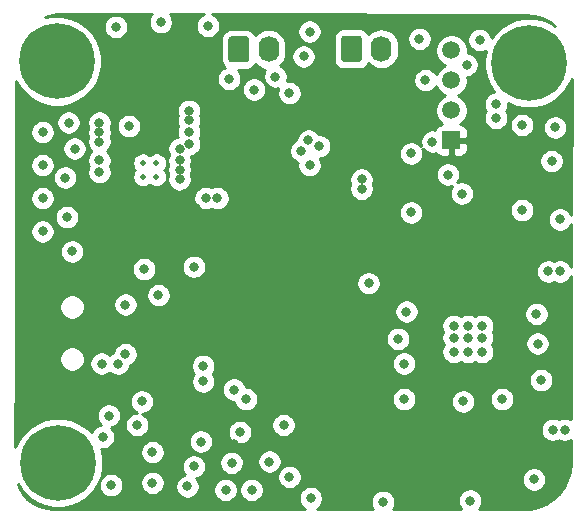
<source format=gbr>
G04 #@! TF.GenerationSoftware,KiCad,Pcbnew,5.1.5+dfsg1-2build2*
G04 #@! TF.CreationDate,2021-08-26T19:06:41+12:00*
G04 #@! TF.ProjectId,bbq-monitor,6262712d-6d6f-46e6-9974-6f722e6b6963,rev?*
G04 #@! TF.SameCoordinates,Original*
G04 #@! TF.FileFunction,Copper,L3,Inr*
G04 #@! TF.FilePolarity,Positive*
%FSLAX46Y46*%
G04 Gerber Fmt 4.6, Leading zero omitted, Abs format (unit mm)*
G04 Created by KiCad (PCBNEW 5.1.5+dfsg1-2build2) date 2021-08-26 19:06:41*
%MOMM*%
%LPD*%
G04 APERTURE LIST*
%ADD10O,1.740000X2.200000*%
%ADD11C,0.100000*%
%ADD12C,0.800000*%
%ADD13C,6.400000*%
%ADD14C,1.500000*%
%ADD15R,1.500000X1.500000*%
%ADD16C,0.500000*%
%ADD17C,0.254000*%
G04 APERTURE END LIST*
D10*
X168740000Y-61800000D03*
G04 #@! TA.AperFunction,ViaPad*
D11*
G36*
X166844505Y-60701204D02*
G01*
X166868773Y-60704804D01*
X166892572Y-60710765D01*
X166915671Y-60719030D01*
X166937850Y-60729520D01*
X166958893Y-60742132D01*
X166978599Y-60756747D01*
X166996777Y-60773223D01*
X167013253Y-60791401D01*
X167027868Y-60811107D01*
X167040480Y-60832150D01*
X167050970Y-60854329D01*
X167059235Y-60877428D01*
X167065196Y-60901227D01*
X167068796Y-60925495D01*
X167070000Y-60949999D01*
X167070000Y-62650001D01*
X167068796Y-62674505D01*
X167065196Y-62698773D01*
X167059235Y-62722572D01*
X167050970Y-62745671D01*
X167040480Y-62767850D01*
X167027868Y-62788893D01*
X167013253Y-62808599D01*
X166996777Y-62826777D01*
X166978599Y-62843253D01*
X166958893Y-62857868D01*
X166937850Y-62870480D01*
X166915671Y-62880970D01*
X166892572Y-62889235D01*
X166868773Y-62895196D01*
X166844505Y-62898796D01*
X166820001Y-62900000D01*
X165579999Y-62900000D01*
X165555495Y-62898796D01*
X165531227Y-62895196D01*
X165507428Y-62889235D01*
X165484329Y-62880970D01*
X165462150Y-62870480D01*
X165441107Y-62857868D01*
X165421401Y-62843253D01*
X165403223Y-62826777D01*
X165386747Y-62808599D01*
X165372132Y-62788893D01*
X165359520Y-62767850D01*
X165349030Y-62745671D01*
X165340765Y-62722572D01*
X165334804Y-62698773D01*
X165331204Y-62674505D01*
X165330000Y-62650001D01*
X165330000Y-60949999D01*
X165331204Y-60925495D01*
X165334804Y-60901227D01*
X165340765Y-60877428D01*
X165349030Y-60854329D01*
X165359520Y-60832150D01*
X165372132Y-60811107D01*
X165386747Y-60791401D01*
X165403223Y-60773223D01*
X165421401Y-60756747D01*
X165441107Y-60742132D01*
X165462150Y-60729520D01*
X165484329Y-60719030D01*
X165507428Y-60710765D01*
X165531227Y-60704804D01*
X165555495Y-60701204D01*
X165579999Y-60700000D01*
X166820001Y-60700000D01*
X166844505Y-60701204D01*
G37*
G04 #@! TD.AperFunction*
D12*
X189102944Y-61252944D03*
X188400000Y-62950000D03*
X189102944Y-64647056D03*
X190800000Y-65350000D03*
X192497056Y-64647056D03*
X193200000Y-62950000D03*
X192497056Y-61252944D03*
X190800000Y-60550000D03*
D13*
X190800000Y-62950000D03*
X150800000Y-62800000D03*
D12*
X150800000Y-60400000D03*
X152497056Y-61102944D03*
X153200000Y-62800000D03*
X152497056Y-64497056D03*
X150800000Y-65200000D03*
X149102944Y-64497056D03*
X148400000Y-62800000D03*
X149102944Y-61102944D03*
D13*
X150900000Y-96800000D03*
D12*
X150900000Y-94400000D03*
X152597056Y-95102944D03*
X153300000Y-96800000D03*
X152597056Y-98497056D03*
X150900000Y-99200000D03*
X149202944Y-98497056D03*
X148500000Y-96800000D03*
X149202944Y-95102944D03*
D14*
X184200000Y-61880000D03*
X184200000Y-64420000D03*
X184200000Y-66960000D03*
D15*
X184200000Y-69500000D03*
D16*
X158060000Y-72588000D03*
X158060000Y-71408000D03*
X159240000Y-72588000D03*
X159240000Y-71408000D03*
D10*
X178290000Y-61750000D03*
G04 #@! TA.AperFunction,ViaPad*
D11*
G36*
X176394505Y-60651204D02*
G01*
X176418773Y-60654804D01*
X176442572Y-60660765D01*
X176465671Y-60669030D01*
X176487850Y-60679520D01*
X176508893Y-60692132D01*
X176528599Y-60706747D01*
X176546777Y-60723223D01*
X176563253Y-60741401D01*
X176577868Y-60761107D01*
X176590480Y-60782150D01*
X176600970Y-60804329D01*
X176609235Y-60827428D01*
X176615196Y-60851227D01*
X176618796Y-60875495D01*
X176620000Y-60899999D01*
X176620000Y-62600001D01*
X176618796Y-62624505D01*
X176615196Y-62648773D01*
X176609235Y-62672572D01*
X176600970Y-62695671D01*
X176590480Y-62717850D01*
X176577868Y-62738893D01*
X176563253Y-62758599D01*
X176546777Y-62776777D01*
X176528599Y-62793253D01*
X176508893Y-62807868D01*
X176487850Y-62820480D01*
X176465671Y-62830970D01*
X176442572Y-62839235D01*
X176418773Y-62845196D01*
X176394505Y-62848796D01*
X176370001Y-62850000D01*
X175129999Y-62850000D01*
X175105495Y-62848796D01*
X175081227Y-62845196D01*
X175057428Y-62839235D01*
X175034329Y-62830970D01*
X175012150Y-62820480D01*
X174991107Y-62807868D01*
X174971401Y-62793253D01*
X174953223Y-62776777D01*
X174936747Y-62758599D01*
X174922132Y-62738893D01*
X174909520Y-62717850D01*
X174899030Y-62695671D01*
X174890765Y-62672572D01*
X174884804Y-62648773D01*
X174881204Y-62624505D01*
X174880000Y-62600001D01*
X174880000Y-60899999D01*
X174881204Y-60875495D01*
X174884804Y-60851227D01*
X174890765Y-60827428D01*
X174899030Y-60804329D01*
X174909520Y-60782150D01*
X174922132Y-60761107D01*
X174936747Y-60741401D01*
X174953223Y-60723223D01*
X174971401Y-60706747D01*
X174991107Y-60692132D01*
X175012150Y-60679520D01*
X175034329Y-60669030D01*
X175057428Y-60660765D01*
X175081227Y-60654804D01*
X175105495Y-60651204D01*
X175129999Y-60650000D01*
X176370001Y-60650000D01*
X176394505Y-60651204D01*
G37*
G04 #@! TD.AperFunction*
D12*
X166800000Y-91400000D03*
X165800000Y-90600000D03*
X185600000Y-86200000D03*
X185600000Y-85200000D03*
X186800000Y-85200000D03*
X186800000Y-86200000D03*
X186800000Y-87400000D03*
X185600000Y-87400000D03*
X184400000Y-87400000D03*
X184400000Y-86200000D03*
X184400000Y-85200000D03*
X192400000Y-80600000D03*
X193400000Y-80600000D03*
X193400000Y-76200000D03*
X190200000Y-75400000D03*
X192800000Y-94000000D03*
X193800000Y-94000000D03*
X170000000Y-93600000D03*
X165600000Y-96800000D03*
X163000000Y-95000000D03*
X163200000Y-88600000D03*
X156600000Y-87600000D03*
X162400000Y-80200000D03*
X164400000Y-74400000D03*
X163400000Y-74400000D03*
X172200000Y-71600000D03*
X173000000Y-70000000D03*
X171500000Y-70400000D03*
X154400000Y-68800000D03*
X154400000Y-69600000D03*
X156900000Y-68300000D03*
X162000000Y-67800000D03*
X162000000Y-67000000D03*
X162000000Y-68800000D03*
X162000000Y-69800000D03*
X161200000Y-70200000D03*
X154400000Y-72200000D03*
X188000000Y-67600000D03*
X188000000Y-66400000D03*
X180800000Y-70600000D03*
X163200000Y-89900000D03*
X156000000Y-88400000D03*
X154600000Y-88400000D03*
X176600000Y-72800000D03*
X176600000Y-73600000D03*
X180800000Y-75600000D03*
X177200000Y-81600000D03*
X161200000Y-71200000D03*
X161200000Y-72000000D03*
X161200000Y-72800000D03*
X149600000Y-68800000D03*
X149600000Y-71600000D03*
X149600000Y-74400000D03*
X149600000Y-77200000D03*
X154700000Y-94600000D03*
X158900000Y-95900000D03*
X157600000Y-93600000D03*
X158900000Y-98500000D03*
X162400000Y-97100000D03*
X155200000Y-92800000D03*
X181500000Y-60900000D03*
X182000000Y-64400000D03*
X182600000Y-69600000D03*
X193000000Y-68400000D03*
X190200000Y-68200000D03*
X170500000Y-65500000D03*
X172100000Y-69500000D03*
X180200000Y-91400000D03*
X180200000Y-88400000D03*
X180400000Y-84000000D03*
X191400000Y-84200000D03*
X191800000Y-89800000D03*
X185200000Y-91600000D03*
X185500000Y-63100000D03*
X158200000Y-80400000D03*
X159400000Y-82600000D03*
X191200000Y-98200000D03*
X186600000Y-61000000D03*
X172300000Y-99800000D03*
X178400000Y-100100000D03*
X185800000Y-100000000D03*
X152100000Y-78900000D03*
X159600000Y-59500000D03*
X155800000Y-59900000D03*
X163600000Y-59800000D03*
X185100000Y-74000000D03*
X183900000Y-72400000D03*
X188500000Y-91400000D03*
X191500000Y-86700000D03*
X179700000Y-86300000D03*
X158000000Y-91600000D03*
X172200000Y-60300000D03*
X161850000Y-98800000D03*
X165100000Y-99100000D03*
X151500000Y-72650000D03*
X151650000Y-76000000D03*
X151800000Y-68000000D03*
X171700000Y-62400000D03*
X155400000Y-98700000D03*
X192700000Y-71250000D03*
X168800000Y-96700000D03*
X170500000Y-98000000D03*
X167300000Y-99100000D03*
X167500000Y-65200000D03*
X165400000Y-64300000D03*
X169300000Y-64100000D03*
X154400000Y-71200000D03*
X154400000Y-68000000D03*
X182400000Y-75200000D03*
X161600000Y-74000000D03*
X165800000Y-95200000D03*
X191800000Y-73600000D03*
X190200000Y-71000000D03*
X182000000Y-72600000D03*
X182000000Y-73600000D03*
X160600000Y-80200000D03*
X154000000Y-75000000D03*
X154000000Y-76000000D03*
X154000000Y-77000000D03*
X162600000Y-75200000D03*
X161800000Y-92200000D03*
X156600000Y-83400000D03*
X166300000Y-94200000D03*
X152300000Y-70200000D03*
D17*
G36*
X158836150Y-58800139D02*
G01*
X158796063Y-58840226D01*
X158682795Y-59009744D01*
X158604774Y-59198102D01*
X158565000Y-59398061D01*
X158565000Y-59601939D01*
X158604774Y-59801898D01*
X158682795Y-59990256D01*
X158796063Y-60159774D01*
X158940226Y-60303937D01*
X159109744Y-60417205D01*
X159298102Y-60495226D01*
X159498061Y-60535000D01*
X159701939Y-60535000D01*
X159901898Y-60495226D01*
X160090256Y-60417205D01*
X160259774Y-60303937D01*
X160403937Y-60159774D01*
X160517205Y-59990256D01*
X160595226Y-59801898D01*
X160635000Y-59601939D01*
X160635000Y-59398061D01*
X160595226Y-59198102D01*
X160517205Y-59009744D01*
X160403937Y-58840226D01*
X160366807Y-58803096D01*
X163288527Y-58808740D01*
X163109744Y-58882795D01*
X162940226Y-58996063D01*
X162796063Y-59140226D01*
X162682795Y-59309744D01*
X162604774Y-59498102D01*
X162565000Y-59698061D01*
X162565000Y-59901939D01*
X162604774Y-60101898D01*
X162682795Y-60290256D01*
X162796063Y-60459774D01*
X162940226Y-60603937D01*
X163109744Y-60717205D01*
X163298102Y-60795226D01*
X163498061Y-60835000D01*
X163701939Y-60835000D01*
X163901898Y-60795226D01*
X164090256Y-60717205D01*
X164259774Y-60603937D01*
X164403937Y-60459774D01*
X164517205Y-60290256D01*
X164595226Y-60101898D01*
X164635000Y-59901939D01*
X164635000Y-59698061D01*
X164595226Y-59498102D01*
X164517205Y-59309744D01*
X164403937Y-59140226D01*
X164259774Y-58996063D01*
X164090256Y-58882795D01*
X163914392Y-58809949D01*
X190335282Y-58860991D01*
X190431628Y-58881440D01*
X190450114Y-58883378D01*
X191215142Y-58953448D01*
X191891794Y-59144068D01*
X192522377Y-59454806D01*
X192954308Y-59777147D01*
X192616554Y-59551467D01*
X191918628Y-59262377D01*
X191177715Y-59115000D01*
X190422285Y-59115000D01*
X189681372Y-59262377D01*
X188983446Y-59551467D01*
X188355330Y-59971161D01*
X187821161Y-60505330D01*
X187617507Y-60810119D01*
X187595226Y-60698102D01*
X187517205Y-60509744D01*
X187403937Y-60340226D01*
X187259774Y-60196063D01*
X187090256Y-60082795D01*
X186901898Y-60004774D01*
X186701939Y-59965000D01*
X186498061Y-59965000D01*
X186298102Y-60004774D01*
X186109744Y-60082795D01*
X185940226Y-60196063D01*
X185796063Y-60340226D01*
X185682795Y-60509744D01*
X185604774Y-60698102D01*
X185565000Y-60898061D01*
X185565000Y-61101939D01*
X185604774Y-61301898D01*
X185682795Y-61490256D01*
X185796063Y-61659774D01*
X185940226Y-61803937D01*
X186109744Y-61917205D01*
X186298102Y-61995226D01*
X186498061Y-62035000D01*
X186701939Y-62035000D01*
X186901898Y-61995226D01*
X187090256Y-61917205D01*
X187096077Y-61913315D01*
X186965000Y-62572285D01*
X186965000Y-63327715D01*
X187112377Y-64068628D01*
X187401467Y-64766554D01*
X187812683Y-65381983D01*
X187698102Y-65404774D01*
X187509744Y-65482795D01*
X187340226Y-65596063D01*
X187196063Y-65740226D01*
X187082795Y-65909744D01*
X187004774Y-66098102D01*
X186965000Y-66298061D01*
X186965000Y-66501939D01*
X187004774Y-66701898D01*
X187082795Y-66890256D01*
X187156123Y-67000000D01*
X187082795Y-67109744D01*
X187004774Y-67298102D01*
X186965000Y-67498061D01*
X186965000Y-67701939D01*
X187004774Y-67901898D01*
X187082795Y-68090256D01*
X187196063Y-68259774D01*
X187340226Y-68403937D01*
X187509744Y-68517205D01*
X187698102Y-68595226D01*
X187898061Y-68635000D01*
X188101939Y-68635000D01*
X188301898Y-68595226D01*
X188490256Y-68517205D01*
X188659774Y-68403937D01*
X188803937Y-68259774D01*
X188911989Y-68098061D01*
X189165000Y-68098061D01*
X189165000Y-68301939D01*
X189204774Y-68501898D01*
X189282795Y-68690256D01*
X189396063Y-68859774D01*
X189540226Y-69003937D01*
X189709744Y-69117205D01*
X189898102Y-69195226D01*
X190098061Y-69235000D01*
X190301939Y-69235000D01*
X190501898Y-69195226D01*
X190690256Y-69117205D01*
X190859774Y-69003937D01*
X191003937Y-68859774D01*
X191117205Y-68690256D01*
X191195226Y-68501898D01*
X191235000Y-68301939D01*
X191235000Y-68298061D01*
X191965000Y-68298061D01*
X191965000Y-68501939D01*
X192004774Y-68701898D01*
X192082795Y-68890256D01*
X192196063Y-69059774D01*
X192340226Y-69203937D01*
X192509744Y-69317205D01*
X192698102Y-69395226D01*
X192898061Y-69435000D01*
X193101939Y-69435000D01*
X193301898Y-69395226D01*
X193490256Y-69317205D01*
X193659774Y-69203937D01*
X193803937Y-69059774D01*
X193917205Y-68890256D01*
X193995226Y-68701898D01*
X194035000Y-68501939D01*
X194035000Y-68298061D01*
X193995226Y-68098102D01*
X193917205Y-67909744D01*
X193803937Y-67740226D01*
X193659774Y-67596063D01*
X193490256Y-67482795D01*
X193301898Y-67404774D01*
X193101939Y-67365000D01*
X192898061Y-67365000D01*
X192698102Y-67404774D01*
X192509744Y-67482795D01*
X192340226Y-67596063D01*
X192196063Y-67740226D01*
X192082795Y-67909744D01*
X192004774Y-68098102D01*
X191965000Y-68298061D01*
X191235000Y-68298061D01*
X191235000Y-68098061D01*
X191195226Y-67898102D01*
X191117205Y-67709744D01*
X191003937Y-67540226D01*
X190859774Y-67396063D01*
X190690256Y-67282795D01*
X190501898Y-67204774D01*
X190301939Y-67165000D01*
X190098061Y-67165000D01*
X189898102Y-67204774D01*
X189709744Y-67282795D01*
X189540226Y-67396063D01*
X189396063Y-67540226D01*
X189282795Y-67709744D01*
X189204774Y-67898102D01*
X189165000Y-68098061D01*
X188911989Y-68098061D01*
X188917205Y-68090256D01*
X188995226Y-67901898D01*
X189035000Y-67701939D01*
X189035000Y-67498061D01*
X188995226Y-67298102D01*
X188917205Y-67109744D01*
X188843877Y-67000000D01*
X188917205Y-66890256D01*
X188995226Y-66701898D01*
X189035000Y-66501939D01*
X189035000Y-66369887D01*
X189681372Y-66637623D01*
X190422285Y-66785000D01*
X191177715Y-66785000D01*
X191918628Y-66637623D01*
X192616554Y-66348533D01*
X193244670Y-65928839D01*
X193778839Y-65394670D01*
X194198533Y-64766554D01*
X194377964Y-64333369D01*
X194357297Y-75806533D01*
X194317205Y-75709744D01*
X194203937Y-75540226D01*
X194059774Y-75396063D01*
X193890256Y-75282795D01*
X193701898Y-75204774D01*
X193501939Y-75165000D01*
X193298061Y-75165000D01*
X193098102Y-75204774D01*
X192909744Y-75282795D01*
X192740226Y-75396063D01*
X192596063Y-75540226D01*
X192482795Y-75709744D01*
X192404774Y-75898102D01*
X192365000Y-76098061D01*
X192365000Y-76301939D01*
X192404774Y-76501898D01*
X192482795Y-76690256D01*
X192596063Y-76859774D01*
X192740226Y-77003937D01*
X192909744Y-77117205D01*
X193098102Y-77195226D01*
X193298061Y-77235000D01*
X193501939Y-77235000D01*
X193701898Y-77195226D01*
X193890256Y-77117205D01*
X194059774Y-77003937D01*
X194203937Y-76859774D01*
X194317205Y-76690256D01*
X194355873Y-76596904D01*
X194349405Y-80187481D01*
X194317205Y-80109744D01*
X194203937Y-79940226D01*
X194059774Y-79796063D01*
X193890256Y-79682795D01*
X193701898Y-79604774D01*
X193501939Y-79565000D01*
X193298061Y-79565000D01*
X193098102Y-79604774D01*
X192909744Y-79682795D01*
X192900000Y-79689306D01*
X192890256Y-79682795D01*
X192701898Y-79604774D01*
X192501939Y-79565000D01*
X192298061Y-79565000D01*
X192098102Y-79604774D01*
X191909744Y-79682795D01*
X191740226Y-79796063D01*
X191596063Y-79940226D01*
X191482795Y-80109744D01*
X191404774Y-80298102D01*
X191365000Y-80498061D01*
X191365000Y-80701939D01*
X191404774Y-80901898D01*
X191482795Y-81090256D01*
X191596063Y-81259774D01*
X191740226Y-81403937D01*
X191909744Y-81517205D01*
X192098102Y-81595226D01*
X192298061Y-81635000D01*
X192501939Y-81635000D01*
X192701898Y-81595226D01*
X192890256Y-81517205D01*
X192900000Y-81510694D01*
X192909744Y-81517205D01*
X193098102Y-81595226D01*
X193298061Y-81635000D01*
X193501939Y-81635000D01*
X193701898Y-81595226D01*
X193890256Y-81517205D01*
X194059774Y-81403937D01*
X194203937Y-81259774D01*
X194317205Y-81090256D01*
X194347912Y-81016122D01*
X194326133Y-93106767D01*
X194290256Y-93082795D01*
X194101898Y-93004774D01*
X193901939Y-92965000D01*
X193698061Y-92965000D01*
X193498102Y-93004774D01*
X193309744Y-93082795D01*
X193300000Y-93089306D01*
X193290256Y-93082795D01*
X193101898Y-93004774D01*
X192901939Y-92965000D01*
X192698061Y-92965000D01*
X192498102Y-93004774D01*
X192309744Y-93082795D01*
X192140226Y-93196063D01*
X191996063Y-93340226D01*
X191882795Y-93509744D01*
X191804774Y-93698102D01*
X191765000Y-93898061D01*
X191765000Y-94101939D01*
X191804774Y-94301898D01*
X191882795Y-94490256D01*
X191996063Y-94659774D01*
X192140226Y-94803937D01*
X192309744Y-94917205D01*
X192498102Y-94995226D01*
X192698061Y-95035000D01*
X192901939Y-95035000D01*
X193101898Y-94995226D01*
X193290256Y-94917205D01*
X193300000Y-94910694D01*
X193309744Y-94917205D01*
X193498102Y-94995226D01*
X193698061Y-95035000D01*
X193901939Y-95035000D01*
X194101898Y-94995226D01*
X194290256Y-94917205D01*
X194322911Y-94895386D01*
X194319716Y-96669182D01*
X194299290Y-96765416D01*
X194297352Y-96783903D01*
X194227282Y-97548930D01*
X194036661Y-98225584D01*
X193725925Y-98856164D01*
X193305473Y-99419561D01*
X192789395Y-99896900D01*
X192194968Y-100272201D01*
X191542101Y-100532890D01*
X190831264Y-100674502D01*
X190597173Y-100691968D01*
X190469029Y-100713451D01*
X190464777Y-100715000D01*
X186548711Y-100715000D01*
X186603937Y-100659774D01*
X186717205Y-100490256D01*
X186795226Y-100301898D01*
X186835000Y-100101939D01*
X186835000Y-99898061D01*
X186795226Y-99698102D01*
X186717205Y-99509744D01*
X186603937Y-99340226D01*
X186459774Y-99196063D01*
X186290256Y-99082795D01*
X186101898Y-99004774D01*
X185901939Y-98965000D01*
X185698061Y-98965000D01*
X185498102Y-99004774D01*
X185309744Y-99082795D01*
X185140226Y-99196063D01*
X184996063Y-99340226D01*
X184882795Y-99509744D01*
X184804774Y-99698102D01*
X184765000Y-99898061D01*
X184765000Y-100101939D01*
X184804774Y-100301898D01*
X184882795Y-100490256D01*
X184996063Y-100659774D01*
X185051289Y-100715000D01*
X179233854Y-100715000D01*
X179317205Y-100590256D01*
X179395226Y-100401898D01*
X179435000Y-100201939D01*
X179435000Y-99998061D01*
X179395226Y-99798102D01*
X179317205Y-99609744D01*
X179203937Y-99440226D01*
X179059774Y-99296063D01*
X178890256Y-99182795D01*
X178701898Y-99104774D01*
X178501939Y-99065000D01*
X178298061Y-99065000D01*
X178098102Y-99104774D01*
X177909744Y-99182795D01*
X177740226Y-99296063D01*
X177596063Y-99440226D01*
X177482795Y-99609744D01*
X177404774Y-99798102D01*
X177365000Y-99998061D01*
X177365000Y-100201939D01*
X177404774Y-100401898D01*
X177482795Y-100590256D01*
X177566146Y-100715000D01*
X172793556Y-100715000D01*
X172959774Y-100603937D01*
X173103937Y-100459774D01*
X173217205Y-100290256D01*
X173295226Y-100101898D01*
X173335000Y-99901939D01*
X173335000Y-99698061D01*
X173295226Y-99498102D01*
X173217205Y-99309744D01*
X173103937Y-99140226D01*
X172959774Y-98996063D01*
X172790256Y-98882795D01*
X172601898Y-98804774D01*
X172401939Y-98765000D01*
X172198061Y-98765000D01*
X171998102Y-98804774D01*
X171809744Y-98882795D01*
X171640226Y-98996063D01*
X171496063Y-99140226D01*
X171382795Y-99309744D01*
X171304774Y-99498102D01*
X171265000Y-99698061D01*
X171265000Y-99901939D01*
X171304774Y-100101898D01*
X171382795Y-100290256D01*
X171496063Y-100459774D01*
X171640226Y-100603937D01*
X171806444Y-100715000D01*
X150736110Y-100715000D01*
X150605071Y-100692036D01*
X150595181Y-100691355D01*
X149920243Y-100649600D01*
X149333593Y-100495257D01*
X148788095Y-100229906D01*
X148304526Y-99863654D01*
X147901305Y-99410450D01*
X147593793Y-98887564D01*
X147486332Y-98580016D01*
X147501467Y-98616554D01*
X147921161Y-99244670D01*
X148455330Y-99778839D01*
X149083446Y-100198533D01*
X149781372Y-100487623D01*
X150522285Y-100635000D01*
X151277715Y-100635000D01*
X152018628Y-100487623D01*
X152716554Y-100198533D01*
X153344670Y-99778839D01*
X153878839Y-99244670D01*
X154298533Y-98616554D01*
X154306193Y-98598061D01*
X154365000Y-98598061D01*
X154365000Y-98801939D01*
X154404774Y-99001898D01*
X154482795Y-99190256D01*
X154596063Y-99359774D01*
X154740226Y-99503937D01*
X154909744Y-99617205D01*
X155098102Y-99695226D01*
X155298061Y-99735000D01*
X155501939Y-99735000D01*
X155701898Y-99695226D01*
X155890256Y-99617205D01*
X156059774Y-99503937D01*
X156203937Y-99359774D01*
X156317205Y-99190256D01*
X156395226Y-99001898D01*
X156435000Y-98801939D01*
X156435000Y-98598061D01*
X156395226Y-98398102D01*
X156395210Y-98398061D01*
X157865000Y-98398061D01*
X157865000Y-98601939D01*
X157904774Y-98801898D01*
X157982795Y-98990256D01*
X158096063Y-99159774D01*
X158240226Y-99303937D01*
X158409744Y-99417205D01*
X158598102Y-99495226D01*
X158798061Y-99535000D01*
X159001939Y-99535000D01*
X159201898Y-99495226D01*
X159390256Y-99417205D01*
X159559774Y-99303937D01*
X159703937Y-99159774D01*
X159817205Y-98990256D01*
X159895226Y-98801898D01*
X159915880Y-98698061D01*
X160815000Y-98698061D01*
X160815000Y-98901939D01*
X160854774Y-99101898D01*
X160932795Y-99290256D01*
X161046063Y-99459774D01*
X161190226Y-99603937D01*
X161359744Y-99717205D01*
X161548102Y-99795226D01*
X161748061Y-99835000D01*
X161951939Y-99835000D01*
X162151898Y-99795226D01*
X162340256Y-99717205D01*
X162509774Y-99603937D01*
X162653937Y-99459774D01*
X162767205Y-99290256D01*
X162845226Y-99101898D01*
X162865880Y-98998061D01*
X164065000Y-98998061D01*
X164065000Y-99201939D01*
X164104774Y-99401898D01*
X164182795Y-99590256D01*
X164296063Y-99759774D01*
X164440226Y-99903937D01*
X164609744Y-100017205D01*
X164798102Y-100095226D01*
X164998061Y-100135000D01*
X165201939Y-100135000D01*
X165401898Y-100095226D01*
X165590256Y-100017205D01*
X165759774Y-99903937D01*
X165903937Y-99759774D01*
X166017205Y-99590256D01*
X166095226Y-99401898D01*
X166135000Y-99201939D01*
X166135000Y-98998061D01*
X166265000Y-98998061D01*
X166265000Y-99201939D01*
X166304774Y-99401898D01*
X166382795Y-99590256D01*
X166496063Y-99759774D01*
X166640226Y-99903937D01*
X166809744Y-100017205D01*
X166998102Y-100095226D01*
X167198061Y-100135000D01*
X167401939Y-100135000D01*
X167601898Y-100095226D01*
X167790256Y-100017205D01*
X167959774Y-99903937D01*
X168103937Y-99759774D01*
X168217205Y-99590256D01*
X168295226Y-99401898D01*
X168335000Y-99201939D01*
X168335000Y-98998061D01*
X168295226Y-98798102D01*
X168217205Y-98609744D01*
X168103937Y-98440226D01*
X167959774Y-98296063D01*
X167790256Y-98182795D01*
X167601898Y-98104774D01*
X167401939Y-98065000D01*
X167198061Y-98065000D01*
X166998102Y-98104774D01*
X166809744Y-98182795D01*
X166640226Y-98296063D01*
X166496063Y-98440226D01*
X166382795Y-98609744D01*
X166304774Y-98798102D01*
X166265000Y-98998061D01*
X166135000Y-98998061D01*
X166095226Y-98798102D01*
X166017205Y-98609744D01*
X165903937Y-98440226D01*
X165759774Y-98296063D01*
X165590256Y-98182795D01*
X165401898Y-98104774D01*
X165201939Y-98065000D01*
X164998061Y-98065000D01*
X164798102Y-98104774D01*
X164609744Y-98182795D01*
X164440226Y-98296063D01*
X164296063Y-98440226D01*
X164182795Y-98609744D01*
X164104774Y-98798102D01*
X164065000Y-98998061D01*
X162865880Y-98998061D01*
X162885000Y-98901939D01*
X162885000Y-98698061D01*
X162845226Y-98498102D01*
X162767205Y-98309744D01*
X162653937Y-98140226D01*
X162624360Y-98110649D01*
X162701898Y-98095226D01*
X162890256Y-98017205D01*
X163059774Y-97903937D01*
X163065650Y-97898061D01*
X169465000Y-97898061D01*
X169465000Y-98101939D01*
X169504774Y-98301898D01*
X169582795Y-98490256D01*
X169696063Y-98659774D01*
X169840226Y-98803937D01*
X170009744Y-98917205D01*
X170198102Y-98995226D01*
X170398061Y-99035000D01*
X170601939Y-99035000D01*
X170801898Y-98995226D01*
X170990256Y-98917205D01*
X171159774Y-98803937D01*
X171303937Y-98659774D01*
X171417205Y-98490256D01*
X171495226Y-98301898D01*
X171535000Y-98101939D01*
X171535000Y-98098061D01*
X190165000Y-98098061D01*
X190165000Y-98301939D01*
X190204774Y-98501898D01*
X190282795Y-98690256D01*
X190396063Y-98859774D01*
X190540226Y-99003937D01*
X190709744Y-99117205D01*
X190898102Y-99195226D01*
X191098061Y-99235000D01*
X191301939Y-99235000D01*
X191501898Y-99195226D01*
X191690256Y-99117205D01*
X191859774Y-99003937D01*
X192003937Y-98859774D01*
X192117205Y-98690256D01*
X192195226Y-98501898D01*
X192235000Y-98301939D01*
X192235000Y-98098061D01*
X192195226Y-97898102D01*
X192117205Y-97709744D01*
X192003937Y-97540226D01*
X191859774Y-97396063D01*
X191690256Y-97282795D01*
X191501898Y-97204774D01*
X191301939Y-97165000D01*
X191098061Y-97165000D01*
X190898102Y-97204774D01*
X190709744Y-97282795D01*
X190540226Y-97396063D01*
X190396063Y-97540226D01*
X190282795Y-97709744D01*
X190204774Y-97898102D01*
X190165000Y-98098061D01*
X171535000Y-98098061D01*
X171535000Y-97898061D01*
X171495226Y-97698102D01*
X171417205Y-97509744D01*
X171303937Y-97340226D01*
X171159774Y-97196063D01*
X170990256Y-97082795D01*
X170801898Y-97004774D01*
X170601939Y-96965000D01*
X170398061Y-96965000D01*
X170198102Y-97004774D01*
X170009744Y-97082795D01*
X169840226Y-97196063D01*
X169696063Y-97340226D01*
X169582795Y-97509744D01*
X169504774Y-97698102D01*
X169465000Y-97898061D01*
X163065650Y-97898061D01*
X163203937Y-97759774D01*
X163317205Y-97590256D01*
X163395226Y-97401898D01*
X163435000Y-97201939D01*
X163435000Y-96998061D01*
X163395226Y-96798102D01*
X163353788Y-96698061D01*
X164565000Y-96698061D01*
X164565000Y-96901939D01*
X164604774Y-97101898D01*
X164682795Y-97290256D01*
X164796063Y-97459774D01*
X164940226Y-97603937D01*
X165109744Y-97717205D01*
X165298102Y-97795226D01*
X165498061Y-97835000D01*
X165701939Y-97835000D01*
X165901898Y-97795226D01*
X166090256Y-97717205D01*
X166259774Y-97603937D01*
X166403937Y-97459774D01*
X166517205Y-97290256D01*
X166595226Y-97101898D01*
X166635000Y-96901939D01*
X166635000Y-96698061D01*
X166615109Y-96598061D01*
X167765000Y-96598061D01*
X167765000Y-96801939D01*
X167804774Y-97001898D01*
X167882795Y-97190256D01*
X167996063Y-97359774D01*
X168140226Y-97503937D01*
X168309744Y-97617205D01*
X168498102Y-97695226D01*
X168698061Y-97735000D01*
X168901939Y-97735000D01*
X169101898Y-97695226D01*
X169290256Y-97617205D01*
X169459774Y-97503937D01*
X169603937Y-97359774D01*
X169717205Y-97190256D01*
X169795226Y-97001898D01*
X169835000Y-96801939D01*
X169835000Y-96598061D01*
X169795226Y-96398102D01*
X169717205Y-96209744D01*
X169603937Y-96040226D01*
X169459774Y-95896063D01*
X169290256Y-95782795D01*
X169101898Y-95704774D01*
X168901939Y-95665000D01*
X168698061Y-95665000D01*
X168498102Y-95704774D01*
X168309744Y-95782795D01*
X168140226Y-95896063D01*
X167996063Y-96040226D01*
X167882795Y-96209744D01*
X167804774Y-96398102D01*
X167765000Y-96598061D01*
X166615109Y-96598061D01*
X166595226Y-96498102D01*
X166517205Y-96309744D01*
X166403937Y-96140226D01*
X166259774Y-95996063D01*
X166090256Y-95882795D01*
X165901898Y-95804774D01*
X165701939Y-95765000D01*
X165498061Y-95765000D01*
X165298102Y-95804774D01*
X165109744Y-95882795D01*
X164940226Y-95996063D01*
X164796063Y-96140226D01*
X164682795Y-96309744D01*
X164604774Y-96498102D01*
X164565000Y-96698061D01*
X163353788Y-96698061D01*
X163317205Y-96609744D01*
X163203937Y-96440226D01*
X163059774Y-96296063D01*
X162890256Y-96182795D01*
X162701898Y-96104774D01*
X162501939Y-96065000D01*
X162298061Y-96065000D01*
X162098102Y-96104774D01*
X161909744Y-96182795D01*
X161740226Y-96296063D01*
X161596063Y-96440226D01*
X161482795Y-96609744D01*
X161404774Y-96798102D01*
X161365000Y-96998061D01*
X161365000Y-97201939D01*
X161404774Y-97401898D01*
X161482795Y-97590256D01*
X161596063Y-97759774D01*
X161625640Y-97789351D01*
X161548102Y-97804774D01*
X161359744Y-97882795D01*
X161190226Y-97996063D01*
X161046063Y-98140226D01*
X160932795Y-98309744D01*
X160854774Y-98498102D01*
X160815000Y-98698061D01*
X159915880Y-98698061D01*
X159935000Y-98601939D01*
X159935000Y-98398061D01*
X159895226Y-98198102D01*
X159817205Y-98009744D01*
X159703937Y-97840226D01*
X159559774Y-97696063D01*
X159390256Y-97582795D01*
X159201898Y-97504774D01*
X159001939Y-97465000D01*
X158798061Y-97465000D01*
X158598102Y-97504774D01*
X158409744Y-97582795D01*
X158240226Y-97696063D01*
X158096063Y-97840226D01*
X157982795Y-98009744D01*
X157904774Y-98198102D01*
X157865000Y-98398061D01*
X156395210Y-98398061D01*
X156317205Y-98209744D01*
X156203937Y-98040226D01*
X156059774Y-97896063D01*
X155890256Y-97782795D01*
X155701898Y-97704774D01*
X155501939Y-97665000D01*
X155298061Y-97665000D01*
X155098102Y-97704774D01*
X154909744Y-97782795D01*
X154740226Y-97896063D01*
X154596063Y-98040226D01*
X154482795Y-98209744D01*
X154404774Y-98398102D01*
X154365000Y-98598061D01*
X154306193Y-98598061D01*
X154587623Y-97918628D01*
X154735000Y-97177715D01*
X154735000Y-96422285D01*
X154610834Y-95798061D01*
X157865000Y-95798061D01*
X157865000Y-96001939D01*
X157904774Y-96201898D01*
X157982795Y-96390256D01*
X158096063Y-96559774D01*
X158240226Y-96703937D01*
X158409744Y-96817205D01*
X158598102Y-96895226D01*
X158798061Y-96935000D01*
X159001939Y-96935000D01*
X159201898Y-96895226D01*
X159390256Y-96817205D01*
X159559774Y-96703937D01*
X159703937Y-96559774D01*
X159817205Y-96390256D01*
X159895226Y-96201898D01*
X159935000Y-96001939D01*
X159935000Y-95798061D01*
X159895226Y-95598102D01*
X159817205Y-95409744D01*
X159703937Y-95240226D01*
X159559774Y-95096063D01*
X159390256Y-94982795D01*
X159201898Y-94904774D01*
X159168150Y-94898061D01*
X161965000Y-94898061D01*
X161965000Y-95101939D01*
X162004774Y-95301898D01*
X162082795Y-95490256D01*
X162196063Y-95659774D01*
X162340226Y-95803937D01*
X162509744Y-95917205D01*
X162698102Y-95995226D01*
X162898061Y-96035000D01*
X163101939Y-96035000D01*
X163301898Y-95995226D01*
X163490256Y-95917205D01*
X163659774Y-95803937D01*
X163803937Y-95659774D01*
X163917205Y-95490256D01*
X163995226Y-95301898D01*
X164035000Y-95101939D01*
X164035000Y-94898061D01*
X163995226Y-94698102D01*
X163917205Y-94509744D01*
X163803937Y-94340226D01*
X163659774Y-94196063D01*
X163513104Y-94098061D01*
X165265000Y-94098061D01*
X165265000Y-94301939D01*
X165304774Y-94501898D01*
X165382795Y-94690256D01*
X165496063Y-94859774D01*
X165640226Y-95003937D01*
X165809744Y-95117205D01*
X165998102Y-95195226D01*
X166198061Y-95235000D01*
X166401939Y-95235000D01*
X166601898Y-95195226D01*
X166790256Y-95117205D01*
X166959774Y-95003937D01*
X167103937Y-94859774D01*
X167217205Y-94690256D01*
X167295226Y-94501898D01*
X167335000Y-94301939D01*
X167335000Y-94098061D01*
X167295226Y-93898102D01*
X167217205Y-93709744D01*
X167103937Y-93540226D01*
X167061772Y-93498061D01*
X168965000Y-93498061D01*
X168965000Y-93701939D01*
X169004774Y-93901898D01*
X169082795Y-94090256D01*
X169196063Y-94259774D01*
X169340226Y-94403937D01*
X169509744Y-94517205D01*
X169698102Y-94595226D01*
X169898061Y-94635000D01*
X170101939Y-94635000D01*
X170301898Y-94595226D01*
X170490256Y-94517205D01*
X170659774Y-94403937D01*
X170803937Y-94259774D01*
X170917205Y-94090256D01*
X170995226Y-93901898D01*
X171035000Y-93701939D01*
X171035000Y-93498061D01*
X170995226Y-93298102D01*
X170917205Y-93109744D01*
X170803937Y-92940226D01*
X170659774Y-92796063D01*
X170490256Y-92682795D01*
X170301898Y-92604774D01*
X170101939Y-92565000D01*
X169898061Y-92565000D01*
X169698102Y-92604774D01*
X169509744Y-92682795D01*
X169340226Y-92796063D01*
X169196063Y-92940226D01*
X169082795Y-93109744D01*
X169004774Y-93298102D01*
X168965000Y-93498061D01*
X167061772Y-93498061D01*
X166959774Y-93396063D01*
X166790256Y-93282795D01*
X166601898Y-93204774D01*
X166401939Y-93165000D01*
X166198061Y-93165000D01*
X165998102Y-93204774D01*
X165809744Y-93282795D01*
X165640226Y-93396063D01*
X165496063Y-93540226D01*
X165382795Y-93709744D01*
X165304774Y-93898102D01*
X165265000Y-94098061D01*
X163513104Y-94098061D01*
X163490256Y-94082795D01*
X163301898Y-94004774D01*
X163101939Y-93965000D01*
X162898061Y-93965000D01*
X162698102Y-94004774D01*
X162509744Y-94082795D01*
X162340226Y-94196063D01*
X162196063Y-94340226D01*
X162082795Y-94509744D01*
X162004774Y-94698102D01*
X161965000Y-94898061D01*
X159168150Y-94898061D01*
X159001939Y-94865000D01*
X158798061Y-94865000D01*
X158598102Y-94904774D01*
X158409744Y-94982795D01*
X158240226Y-95096063D01*
X158096063Y-95240226D01*
X157982795Y-95409744D01*
X157904774Y-95598102D01*
X157865000Y-95798061D01*
X154610834Y-95798061D01*
X154587623Y-95681372D01*
X154565753Y-95628574D01*
X154598061Y-95635000D01*
X154801939Y-95635000D01*
X155001898Y-95595226D01*
X155190256Y-95517205D01*
X155359774Y-95403937D01*
X155503937Y-95259774D01*
X155617205Y-95090256D01*
X155695226Y-94901898D01*
X155735000Y-94701939D01*
X155735000Y-94498061D01*
X155695226Y-94298102D01*
X155617205Y-94109744D01*
X155503937Y-93940226D01*
X155382656Y-93818945D01*
X155501898Y-93795226D01*
X155690256Y-93717205D01*
X155859774Y-93603937D01*
X155965650Y-93498061D01*
X156565000Y-93498061D01*
X156565000Y-93701939D01*
X156604774Y-93901898D01*
X156682795Y-94090256D01*
X156796063Y-94259774D01*
X156940226Y-94403937D01*
X157109744Y-94517205D01*
X157298102Y-94595226D01*
X157498061Y-94635000D01*
X157701939Y-94635000D01*
X157901898Y-94595226D01*
X158090256Y-94517205D01*
X158259774Y-94403937D01*
X158403937Y-94259774D01*
X158517205Y-94090256D01*
X158595226Y-93901898D01*
X158635000Y-93701939D01*
X158635000Y-93498061D01*
X158595226Y-93298102D01*
X158517205Y-93109744D01*
X158403937Y-92940226D01*
X158259774Y-92796063D01*
X158090256Y-92682795D01*
X157974869Y-92635000D01*
X158101939Y-92635000D01*
X158301898Y-92595226D01*
X158490256Y-92517205D01*
X158659774Y-92403937D01*
X158803937Y-92259774D01*
X158917205Y-92090256D01*
X158995226Y-91901898D01*
X159035000Y-91701939D01*
X159035000Y-91498061D01*
X158995226Y-91298102D01*
X158917205Y-91109744D01*
X158803937Y-90940226D01*
X158659774Y-90796063D01*
X158490256Y-90682795D01*
X158301898Y-90604774D01*
X158101939Y-90565000D01*
X157898061Y-90565000D01*
X157698102Y-90604774D01*
X157509744Y-90682795D01*
X157340226Y-90796063D01*
X157196063Y-90940226D01*
X157082795Y-91109744D01*
X157004774Y-91298102D01*
X156965000Y-91498061D01*
X156965000Y-91701939D01*
X157004774Y-91901898D01*
X157082795Y-92090256D01*
X157196063Y-92259774D01*
X157340226Y-92403937D01*
X157509744Y-92517205D01*
X157625131Y-92565000D01*
X157498061Y-92565000D01*
X157298102Y-92604774D01*
X157109744Y-92682795D01*
X156940226Y-92796063D01*
X156796063Y-92940226D01*
X156682795Y-93109744D01*
X156604774Y-93298102D01*
X156565000Y-93498061D01*
X155965650Y-93498061D01*
X156003937Y-93459774D01*
X156117205Y-93290256D01*
X156195226Y-93101898D01*
X156235000Y-92901939D01*
X156235000Y-92698061D01*
X156195226Y-92498102D01*
X156117205Y-92309744D01*
X156003937Y-92140226D01*
X155859774Y-91996063D01*
X155690256Y-91882795D01*
X155501898Y-91804774D01*
X155301939Y-91765000D01*
X155098061Y-91765000D01*
X154898102Y-91804774D01*
X154709744Y-91882795D01*
X154540226Y-91996063D01*
X154396063Y-92140226D01*
X154282795Y-92309744D01*
X154204774Y-92498102D01*
X154165000Y-92698061D01*
X154165000Y-92901939D01*
X154204774Y-93101898D01*
X154282795Y-93290256D01*
X154396063Y-93459774D01*
X154517344Y-93581055D01*
X154398102Y-93604774D01*
X154209744Y-93682795D01*
X154040226Y-93796063D01*
X153896063Y-93940226D01*
X153782795Y-94109744D01*
X153738995Y-94215486D01*
X153344670Y-93821161D01*
X152716554Y-93401467D01*
X152018628Y-93112377D01*
X151277715Y-92965000D01*
X150522285Y-92965000D01*
X149781372Y-93112377D01*
X149083446Y-93401467D01*
X148455330Y-93821161D01*
X147921161Y-94355330D01*
X147501467Y-94983446D01*
X147301133Y-95467096D01*
X147307935Y-87893137D01*
X151015000Y-87893137D01*
X151015000Y-88106863D01*
X151056696Y-88316483D01*
X151138485Y-88513940D01*
X151257225Y-88691647D01*
X151408353Y-88842775D01*
X151586060Y-88961515D01*
X151783517Y-89043304D01*
X151993137Y-89085000D01*
X152206863Y-89085000D01*
X152416483Y-89043304D01*
X152613940Y-88961515D01*
X152791647Y-88842775D01*
X152942775Y-88691647D01*
X153061515Y-88513940D01*
X153143304Y-88316483D01*
X153146968Y-88298061D01*
X153565000Y-88298061D01*
X153565000Y-88501939D01*
X153604774Y-88701898D01*
X153682795Y-88890256D01*
X153796063Y-89059774D01*
X153940226Y-89203937D01*
X154109744Y-89317205D01*
X154298102Y-89395226D01*
X154498061Y-89435000D01*
X154701939Y-89435000D01*
X154901898Y-89395226D01*
X155090256Y-89317205D01*
X155259774Y-89203937D01*
X155300000Y-89163711D01*
X155340226Y-89203937D01*
X155509744Y-89317205D01*
X155698102Y-89395226D01*
X155898061Y-89435000D01*
X156101939Y-89435000D01*
X156301898Y-89395226D01*
X156490256Y-89317205D01*
X156659774Y-89203937D01*
X156803937Y-89059774D01*
X156917205Y-88890256D01*
X156995226Y-88701898D01*
X157026729Y-88543519D01*
X157090256Y-88517205D01*
X157118907Y-88498061D01*
X162165000Y-88498061D01*
X162165000Y-88701939D01*
X162204774Y-88901898D01*
X162282795Y-89090256D01*
X162389532Y-89250000D01*
X162282795Y-89409744D01*
X162204774Y-89598102D01*
X162165000Y-89798061D01*
X162165000Y-90001939D01*
X162204774Y-90201898D01*
X162282795Y-90390256D01*
X162396063Y-90559774D01*
X162540226Y-90703937D01*
X162709744Y-90817205D01*
X162898102Y-90895226D01*
X163098061Y-90935000D01*
X163301939Y-90935000D01*
X163501898Y-90895226D01*
X163690256Y-90817205D01*
X163859774Y-90703937D01*
X164003937Y-90559774D01*
X164045172Y-90498061D01*
X164765000Y-90498061D01*
X164765000Y-90701939D01*
X164804774Y-90901898D01*
X164882795Y-91090256D01*
X164996063Y-91259774D01*
X165140226Y-91403937D01*
X165309744Y-91517205D01*
X165498102Y-91595226D01*
X165698061Y-91635000D01*
X165791467Y-91635000D01*
X165804774Y-91701898D01*
X165882795Y-91890256D01*
X165996063Y-92059774D01*
X166140226Y-92203937D01*
X166309744Y-92317205D01*
X166498102Y-92395226D01*
X166698061Y-92435000D01*
X166901939Y-92435000D01*
X167101898Y-92395226D01*
X167290256Y-92317205D01*
X167459774Y-92203937D01*
X167603937Y-92059774D01*
X167717205Y-91890256D01*
X167795226Y-91701898D01*
X167835000Y-91501939D01*
X167835000Y-91298061D01*
X179165000Y-91298061D01*
X179165000Y-91501939D01*
X179204774Y-91701898D01*
X179282795Y-91890256D01*
X179396063Y-92059774D01*
X179540226Y-92203937D01*
X179709744Y-92317205D01*
X179898102Y-92395226D01*
X180098061Y-92435000D01*
X180301939Y-92435000D01*
X180501898Y-92395226D01*
X180690256Y-92317205D01*
X180859774Y-92203937D01*
X181003937Y-92059774D01*
X181117205Y-91890256D01*
X181195226Y-91701898D01*
X181235000Y-91501939D01*
X181235000Y-91498061D01*
X184165000Y-91498061D01*
X184165000Y-91701939D01*
X184204774Y-91901898D01*
X184282795Y-92090256D01*
X184396063Y-92259774D01*
X184540226Y-92403937D01*
X184709744Y-92517205D01*
X184898102Y-92595226D01*
X185098061Y-92635000D01*
X185301939Y-92635000D01*
X185501898Y-92595226D01*
X185690256Y-92517205D01*
X185859774Y-92403937D01*
X186003937Y-92259774D01*
X186117205Y-92090256D01*
X186195226Y-91901898D01*
X186235000Y-91701939D01*
X186235000Y-91498061D01*
X186195226Y-91298102D01*
X186195210Y-91298061D01*
X187465000Y-91298061D01*
X187465000Y-91501939D01*
X187504774Y-91701898D01*
X187582795Y-91890256D01*
X187696063Y-92059774D01*
X187840226Y-92203937D01*
X188009744Y-92317205D01*
X188198102Y-92395226D01*
X188398061Y-92435000D01*
X188601939Y-92435000D01*
X188801898Y-92395226D01*
X188990256Y-92317205D01*
X189159774Y-92203937D01*
X189303937Y-92059774D01*
X189417205Y-91890256D01*
X189495226Y-91701898D01*
X189535000Y-91501939D01*
X189535000Y-91298061D01*
X189495226Y-91098102D01*
X189417205Y-90909744D01*
X189303937Y-90740226D01*
X189159774Y-90596063D01*
X188990256Y-90482795D01*
X188801898Y-90404774D01*
X188601939Y-90365000D01*
X188398061Y-90365000D01*
X188198102Y-90404774D01*
X188009744Y-90482795D01*
X187840226Y-90596063D01*
X187696063Y-90740226D01*
X187582795Y-90909744D01*
X187504774Y-91098102D01*
X187465000Y-91298061D01*
X186195210Y-91298061D01*
X186117205Y-91109744D01*
X186003937Y-90940226D01*
X185859774Y-90796063D01*
X185690256Y-90682795D01*
X185501898Y-90604774D01*
X185301939Y-90565000D01*
X185098061Y-90565000D01*
X184898102Y-90604774D01*
X184709744Y-90682795D01*
X184540226Y-90796063D01*
X184396063Y-90940226D01*
X184282795Y-91109744D01*
X184204774Y-91298102D01*
X184165000Y-91498061D01*
X181235000Y-91498061D01*
X181235000Y-91298061D01*
X181195226Y-91098102D01*
X181117205Y-90909744D01*
X181003937Y-90740226D01*
X180859774Y-90596063D01*
X180690256Y-90482795D01*
X180501898Y-90404774D01*
X180301939Y-90365000D01*
X180098061Y-90365000D01*
X179898102Y-90404774D01*
X179709744Y-90482795D01*
X179540226Y-90596063D01*
X179396063Y-90740226D01*
X179282795Y-90909744D01*
X179204774Y-91098102D01*
X179165000Y-91298061D01*
X167835000Y-91298061D01*
X167795226Y-91098102D01*
X167717205Y-90909744D01*
X167603937Y-90740226D01*
X167459774Y-90596063D01*
X167290256Y-90482795D01*
X167101898Y-90404774D01*
X166901939Y-90365000D01*
X166808533Y-90365000D01*
X166795226Y-90298102D01*
X166717205Y-90109744D01*
X166603937Y-89940226D01*
X166459774Y-89796063D01*
X166313104Y-89698061D01*
X190765000Y-89698061D01*
X190765000Y-89901939D01*
X190804774Y-90101898D01*
X190882795Y-90290256D01*
X190996063Y-90459774D01*
X191140226Y-90603937D01*
X191309744Y-90717205D01*
X191498102Y-90795226D01*
X191698061Y-90835000D01*
X191901939Y-90835000D01*
X192101898Y-90795226D01*
X192290256Y-90717205D01*
X192459774Y-90603937D01*
X192603937Y-90459774D01*
X192717205Y-90290256D01*
X192795226Y-90101898D01*
X192835000Y-89901939D01*
X192835000Y-89698061D01*
X192795226Y-89498102D01*
X192717205Y-89309744D01*
X192603937Y-89140226D01*
X192459774Y-88996063D01*
X192290256Y-88882795D01*
X192101898Y-88804774D01*
X191901939Y-88765000D01*
X191698061Y-88765000D01*
X191498102Y-88804774D01*
X191309744Y-88882795D01*
X191140226Y-88996063D01*
X190996063Y-89140226D01*
X190882795Y-89309744D01*
X190804774Y-89498102D01*
X190765000Y-89698061D01*
X166313104Y-89698061D01*
X166290256Y-89682795D01*
X166101898Y-89604774D01*
X165901939Y-89565000D01*
X165698061Y-89565000D01*
X165498102Y-89604774D01*
X165309744Y-89682795D01*
X165140226Y-89796063D01*
X164996063Y-89940226D01*
X164882795Y-90109744D01*
X164804774Y-90298102D01*
X164765000Y-90498061D01*
X164045172Y-90498061D01*
X164117205Y-90390256D01*
X164195226Y-90201898D01*
X164235000Y-90001939D01*
X164235000Y-89798061D01*
X164195226Y-89598102D01*
X164117205Y-89409744D01*
X164010468Y-89250000D01*
X164117205Y-89090256D01*
X164195226Y-88901898D01*
X164235000Y-88701939D01*
X164235000Y-88498061D01*
X164195226Y-88298102D01*
X164195210Y-88298061D01*
X179165000Y-88298061D01*
X179165000Y-88501939D01*
X179204774Y-88701898D01*
X179282795Y-88890256D01*
X179396063Y-89059774D01*
X179540226Y-89203937D01*
X179709744Y-89317205D01*
X179898102Y-89395226D01*
X180098061Y-89435000D01*
X180301939Y-89435000D01*
X180501898Y-89395226D01*
X180690256Y-89317205D01*
X180859774Y-89203937D01*
X181003937Y-89059774D01*
X181117205Y-88890256D01*
X181195226Y-88701898D01*
X181235000Y-88501939D01*
X181235000Y-88298061D01*
X181195226Y-88098102D01*
X181117205Y-87909744D01*
X181003937Y-87740226D01*
X180859774Y-87596063D01*
X180690256Y-87482795D01*
X180501898Y-87404774D01*
X180301939Y-87365000D01*
X180098061Y-87365000D01*
X179898102Y-87404774D01*
X179709744Y-87482795D01*
X179540226Y-87596063D01*
X179396063Y-87740226D01*
X179282795Y-87909744D01*
X179204774Y-88098102D01*
X179165000Y-88298061D01*
X164195210Y-88298061D01*
X164117205Y-88109744D01*
X164003937Y-87940226D01*
X163859774Y-87796063D01*
X163690256Y-87682795D01*
X163501898Y-87604774D01*
X163301939Y-87565000D01*
X163098061Y-87565000D01*
X162898102Y-87604774D01*
X162709744Y-87682795D01*
X162540226Y-87796063D01*
X162396063Y-87940226D01*
X162282795Y-88109744D01*
X162204774Y-88298102D01*
X162165000Y-88498061D01*
X157118907Y-88498061D01*
X157259774Y-88403937D01*
X157403937Y-88259774D01*
X157517205Y-88090256D01*
X157595226Y-87901898D01*
X157635000Y-87701939D01*
X157635000Y-87498061D01*
X157595226Y-87298102D01*
X157517205Y-87109744D01*
X157403937Y-86940226D01*
X157259774Y-86796063D01*
X157090256Y-86682795D01*
X156901898Y-86604774D01*
X156701939Y-86565000D01*
X156498061Y-86565000D01*
X156298102Y-86604774D01*
X156109744Y-86682795D01*
X155940226Y-86796063D01*
X155796063Y-86940226D01*
X155682795Y-87109744D01*
X155604774Y-87298102D01*
X155573271Y-87456481D01*
X155509744Y-87482795D01*
X155340226Y-87596063D01*
X155300000Y-87636289D01*
X155259774Y-87596063D01*
X155090256Y-87482795D01*
X154901898Y-87404774D01*
X154701939Y-87365000D01*
X154498061Y-87365000D01*
X154298102Y-87404774D01*
X154109744Y-87482795D01*
X153940226Y-87596063D01*
X153796063Y-87740226D01*
X153682795Y-87909744D01*
X153604774Y-88098102D01*
X153565000Y-88298061D01*
X153146968Y-88298061D01*
X153185000Y-88106863D01*
X153185000Y-87893137D01*
X153143304Y-87683517D01*
X153061515Y-87486060D01*
X152942775Y-87308353D01*
X152791647Y-87157225D01*
X152613940Y-87038485D01*
X152416483Y-86956696D01*
X152206863Y-86915000D01*
X151993137Y-86915000D01*
X151783517Y-86956696D01*
X151586060Y-87038485D01*
X151408353Y-87157225D01*
X151257225Y-87308353D01*
X151138485Y-87486060D01*
X151056696Y-87683517D01*
X151015000Y-87893137D01*
X147307935Y-87893137D01*
X147309457Y-86198061D01*
X178665000Y-86198061D01*
X178665000Y-86401939D01*
X178704774Y-86601898D01*
X178782795Y-86790256D01*
X178896063Y-86959774D01*
X179040226Y-87103937D01*
X179209744Y-87217205D01*
X179398102Y-87295226D01*
X179598061Y-87335000D01*
X179801939Y-87335000D01*
X180001898Y-87295226D01*
X180190256Y-87217205D01*
X180359774Y-87103937D01*
X180503937Y-86959774D01*
X180617205Y-86790256D01*
X180695226Y-86601898D01*
X180735000Y-86401939D01*
X180735000Y-86198061D01*
X180695226Y-85998102D01*
X180617205Y-85809744D01*
X180503937Y-85640226D01*
X180359774Y-85496063D01*
X180190256Y-85382795D01*
X180001898Y-85304774D01*
X179801939Y-85265000D01*
X179598061Y-85265000D01*
X179398102Y-85304774D01*
X179209744Y-85382795D01*
X179040226Y-85496063D01*
X178896063Y-85640226D01*
X178782795Y-85809744D01*
X178704774Y-85998102D01*
X178665000Y-86198061D01*
X147309457Y-86198061D01*
X147310444Y-85098061D01*
X183365000Y-85098061D01*
X183365000Y-85301939D01*
X183404774Y-85501898D01*
X183482795Y-85690256D01*
X183489306Y-85700000D01*
X183482795Y-85709744D01*
X183404774Y-85898102D01*
X183365000Y-86098061D01*
X183365000Y-86301939D01*
X183404774Y-86501898D01*
X183482795Y-86690256D01*
X183556123Y-86800000D01*
X183482795Y-86909744D01*
X183404774Y-87098102D01*
X183365000Y-87298061D01*
X183365000Y-87501939D01*
X183404774Y-87701898D01*
X183482795Y-87890256D01*
X183596063Y-88059774D01*
X183740226Y-88203937D01*
X183909744Y-88317205D01*
X184098102Y-88395226D01*
X184298061Y-88435000D01*
X184501939Y-88435000D01*
X184701898Y-88395226D01*
X184890256Y-88317205D01*
X185000000Y-88243877D01*
X185109744Y-88317205D01*
X185298102Y-88395226D01*
X185498061Y-88435000D01*
X185701939Y-88435000D01*
X185901898Y-88395226D01*
X186090256Y-88317205D01*
X186200000Y-88243877D01*
X186309744Y-88317205D01*
X186498102Y-88395226D01*
X186698061Y-88435000D01*
X186901939Y-88435000D01*
X187101898Y-88395226D01*
X187290256Y-88317205D01*
X187459774Y-88203937D01*
X187603937Y-88059774D01*
X187717205Y-87890256D01*
X187795226Y-87701898D01*
X187835000Y-87501939D01*
X187835000Y-87298061D01*
X187795226Y-87098102D01*
X187717205Y-86909744D01*
X187643877Y-86800000D01*
X187717205Y-86690256D01*
X187755393Y-86598061D01*
X190465000Y-86598061D01*
X190465000Y-86801939D01*
X190504774Y-87001898D01*
X190582795Y-87190256D01*
X190696063Y-87359774D01*
X190840226Y-87503937D01*
X191009744Y-87617205D01*
X191198102Y-87695226D01*
X191398061Y-87735000D01*
X191601939Y-87735000D01*
X191801898Y-87695226D01*
X191990256Y-87617205D01*
X192159774Y-87503937D01*
X192303937Y-87359774D01*
X192417205Y-87190256D01*
X192495226Y-87001898D01*
X192535000Y-86801939D01*
X192535000Y-86598061D01*
X192495226Y-86398102D01*
X192417205Y-86209744D01*
X192303937Y-86040226D01*
X192159774Y-85896063D01*
X191990256Y-85782795D01*
X191801898Y-85704774D01*
X191601939Y-85665000D01*
X191398061Y-85665000D01*
X191198102Y-85704774D01*
X191009744Y-85782795D01*
X190840226Y-85896063D01*
X190696063Y-86040226D01*
X190582795Y-86209744D01*
X190504774Y-86398102D01*
X190465000Y-86598061D01*
X187755393Y-86598061D01*
X187795226Y-86501898D01*
X187835000Y-86301939D01*
X187835000Y-86098061D01*
X187795226Y-85898102D01*
X187717205Y-85709744D01*
X187710694Y-85700000D01*
X187717205Y-85690256D01*
X187795226Y-85501898D01*
X187835000Y-85301939D01*
X187835000Y-85098061D01*
X187795226Y-84898102D01*
X187717205Y-84709744D01*
X187603937Y-84540226D01*
X187459774Y-84396063D01*
X187290256Y-84282795D01*
X187101898Y-84204774D01*
X186901939Y-84165000D01*
X186698061Y-84165000D01*
X186498102Y-84204774D01*
X186309744Y-84282795D01*
X186200000Y-84356123D01*
X186090256Y-84282795D01*
X185901898Y-84204774D01*
X185701939Y-84165000D01*
X185498061Y-84165000D01*
X185298102Y-84204774D01*
X185109744Y-84282795D01*
X185000000Y-84356123D01*
X184890256Y-84282795D01*
X184701898Y-84204774D01*
X184501939Y-84165000D01*
X184298061Y-84165000D01*
X184098102Y-84204774D01*
X183909744Y-84282795D01*
X183740226Y-84396063D01*
X183596063Y-84540226D01*
X183482795Y-84709744D01*
X183404774Y-84898102D01*
X183365000Y-85098061D01*
X147310444Y-85098061D01*
X147311886Y-83493137D01*
X151015000Y-83493137D01*
X151015000Y-83706863D01*
X151056696Y-83916483D01*
X151138485Y-84113940D01*
X151257225Y-84291647D01*
X151408353Y-84442775D01*
X151586060Y-84561515D01*
X151783517Y-84643304D01*
X151993137Y-84685000D01*
X152206863Y-84685000D01*
X152416483Y-84643304D01*
X152613940Y-84561515D01*
X152791647Y-84442775D01*
X152942775Y-84291647D01*
X153061515Y-84113940D01*
X153143304Y-83916483D01*
X153185000Y-83706863D01*
X153185000Y-83493137D01*
X153146197Y-83298061D01*
X155565000Y-83298061D01*
X155565000Y-83501939D01*
X155604774Y-83701898D01*
X155682795Y-83890256D01*
X155796063Y-84059774D01*
X155940226Y-84203937D01*
X156109744Y-84317205D01*
X156298102Y-84395226D01*
X156498061Y-84435000D01*
X156701939Y-84435000D01*
X156901898Y-84395226D01*
X157090256Y-84317205D01*
X157259774Y-84203937D01*
X157403937Y-84059774D01*
X157511989Y-83898061D01*
X179365000Y-83898061D01*
X179365000Y-84101939D01*
X179404774Y-84301898D01*
X179482795Y-84490256D01*
X179596063Y-84659774D01*
X179740226Y-84803937D01*
X179909744Y-84917205D01*
X180098102Y-84995226D01*
X180298061Y-85035000D01*
X180501939Y-85035000D01*
X180701898Y-84995226D01*
X180890256Y-84917205D01*
X181059774Y-84803937D01*
X181203937Y-84659774D01*
X181317205Y-84490256D01*
X181395226Y-84301898D01*
X181435000Y-84101939D01*
X181435000Y-84098061D01*
X190365000Y-84098061D01*
X190365000Y-84301939D01*
X190404774Y-84501898D01*
X190482795Y-84690256D01*
X190596063Y-84859774D01*
X190740226Y-85003937D01*
X190909744Y-85117205D01*
X191098102Y-85195226D01*
X191298061Y-85235000D01*
X191501939Y-85235000D01*
X191701898Y-85195226D01*
X191890256Y-85117205D01*
X192059774Y-85003937D01*
X192203937Y-84859774D01*
X192317205Y-84690256D01*
X192395226Y-84501898D01*
X192435000Y-84301939D01*
X192435000Y-84098061D01*
X192395226Y-83898102D01*
X192317205Y-83709744D01*
X192203937Y-83540226D01*
X192059774Y-83396063D01*
X191890256Y-83282795D01*
X191701898Y-83204774D01*
X191501939Y-83165000D01*
X191298061Y-83165000D01*
X191098102Y-83204774D01*
X190909744Y-83282795D01*
X190740226Y-83396063D01*
X190596063Y-83540226D01*
X190482795Y-83709744D01*
X190404774Y-83898102D01*
X190365000Y-84098061D01*
X181435000Y-84098061D01*
X181435000Y-83898061D01*
X181395226Y-83698102D01*
X181317205Y-83509744D01*
X181203937Y-83340226D01*
X181059774Y-83196063D01*
X180890256Y-83082795D01*
X180701898Y-83004774D01*
X180501939Y-82965000D01*
X180298061Y-82965000D01*
X180098102Y-83004774D01*
X179909744Y-83082795D01*
X179740226Y-83196063D01*
X179596063Y-83340226D01*
X179482795Y-83509744D01*
X179404774Y-83698102D01*
X179365000Y-83898061D01*
X157511989Y-83898061D01*
X157517205Y-83890256D01*
X157595226Y-83701898D01*
X157635000Y-83501939D01*
X157635000Y-83298061D01*
X157595226Y-83098102D01*
X157517205Y-82909744D01*
X157403937Y-82740226D01*
X157259774Y-82596063D01*
X157113104Y-82498061D01*
X158365000Y-82498061D01*
X158365000Y-82701939D01*
X158404774Y-82901898D01*
X158482795Y-83090256D01*
X158596063Y-83259774D01*
X158740226Y-83403937D01*
X158909744Y-83517205D01*
X159098102Y-83595226D01*
X159298061Y-83635000D01*
X159501939Y-83635000D01*
X159701898Y-83595226D01*
X159890256Y-83517205D01*
X160059774Y-83403937D01*
X160203937Y-83259774D01*
X160317205Y-83090256D01*
X160395226Y-82901898D01*
X160435000Y-82701939D01*
X160435000Y-82498061D01*
X160395226Y-82298102D01*
X160317205Y-82109744D01*
X160203937Y-81940226D01*
X160059774Y-81796063D01*
X159890256Y-81682795D01*
X159701898Y-81604774D01*
X159501939Y-81565000D01*
X159298061Y-81565000D01*
X159098102Y-81604774D01*
X158909744Y-81682795D01*
X158740226Y-81796063D01*
X158596063Y-81940226D01*
X158482795Y-82109744D01*
X158404774Y-82298102D01*
X158365000Y-82498061D01*
X157113104Y-82498061D01*
X157090256Y-82482795D01*
X156901898Y-82404774D01*
X156701939Y-82365000D01*
X156498061Y-82365000D01*
X156298102Y-82404774D01*
X156109744Y-82482795D01*
X155940226Y-82596063D01*
X155796063Y-82740226D01*
X155682795Y-82909744D01*
X155604774Y-83098102D01*
X155565000Y-83298061D01*
X153146197Y-83298061D01*
X153143304Y-83283517D01*
X153061515Y-83086060D01*
X152942775Y-82908353D01*
X152791647Y-82757225D01*
X152613940Y-82638485D01*
X152416483Y-82556696D01*
X152206863Y-82515000D01*
X151993137Y-82515000D01*
X151783517Y-82556696D01*
X151586060Y-82638485D01*
X151408353Y-82757225D01*
X151257225Y-82908353D01*
X151138485Y-83086060D01*
X151056696Y-83283517D01*
X151015000Y-83493137D01*
X147311886Y-83493137D01*
X147313677Y-81498061D01*
X176165000Y-81498061D01*
X176165000Y-81701939D01*
X176204774Y-81901898D01*
X176282795Y-82090256D01*
X176396063Y-82259774D01*
X176540226Y-82403937D01*
X176709744Y-82517205D01*
X176898102Y-82595226D01*
X177098061Y-82635000D01*
X177301939Y-82635000D01*
X177501898Y-82595226D01*
X177690256Y-82517205D01*
X177859774Y-82403937D01*
X178003937Y-82259774D01*
X178117205Y-82090256D01*
X178195226Y-81901898D01*
X178235000Y-81701939D01*
X178235000Y-81498061D01*
X178195226Y-81298102D01*
X178117205Y-81109744D01*
X178003937Y-80940226D01*
X177859774Y-80796063D01*
X177690256Y-80682795D01*
X177501898Y-80604774D01*
X177301939Y-80565000D01*
X177098061Y-80565000D01*
X176898102Y-80604774D01*
X176709744Y-80682795D01*
X176540226Y-80796063D01*
X176396063Y-80940226D01*
X176282795Y-81109744D01*
X176204774Y-81298102D01*
X176165000Y-81498061D01*
X147313677Y-81498061D01*
X147314755Y-80298061D01*
X157165000Y-80298061D01*
X157165000Y-80501939D01*
X157204774Y-80701898D01*
X157282795Y-80890256D01*
X157396063Y-81059774D01*
X157540226Y-81203937D01*
X157709744Y-81317205D01*
X157898102Y-81395226D01*
X158098061Y-81435000D01*
X158301939Y-81435000D01*
X158501898Y-81395226D01*
X158690256Y-81317205D01*
X158859774Y-81203937D01*
X159003937Y-81059774D01*
X159117205Y-80890256D01*
X159195226Y-80701898D01*
X159235000Y-80501939D01*
X159235000Y-80298061D01*
X159195226Y-80098102D01*
X159195210Y-80098061D01*
X161365000Y-80098061D01*
X161365000Y-80301939D01*
X161404774Y-80501898D01*
X161482795Y-80690256D01*
X161596063Y-80859774D01*
X161740226Y-81003937D01*
X161909744Y-81117205D01*
X162098102Y-81195226D01*
X162298061Y-81235000D01*
X162501939Y-81235000D01*
X162701898Y-81195226D01*
X162890256Y-81117205D01*
X163059774Y-81003937D01*
X163203937Y-80859774D01*
X163317205Y-80690256D01*
X163395226Y-80501898D01*
X163435000Y-80301939D01*
X163435000Y-80098061D01*
X163395226Y-79898102D01*
X163317205Y-79709744D01*
X163203937Y-79540226D01*
X163059774Y-79396063D01*
X162890256Y-79282795D01*
X162701898Y-79204774D01*
X162501939Y-79165000D01*
X162298061Y-79165000D01*
X162098102Y-79204774D01*
X161909744Y-79282795D01*
X161740226Y-79396063D01*
X161596063Y-79540226D01*
X161482795Y-79709744D01*
X161404774Y-79898102D01*
X161365000Y-80098061D01*
X159195210Y-80098061D01*
X159117205Y-79909744D01*
X159003937Y-79740226D01*
X158859774Y-79596063D01*
X158690256Y-79482795D01*
X158501898Y-79404774D01*
X158301939Y-79365000D01*
X158098061Y-79365000D01*
X157898102Y-79404774D01*
X157709744Y-79482795D01*
X157540226Y-79596063D01*
X157396063Y-79740226D01*
X157282795Y-79909744D01*
X157204774Y-80098102D01*
X157165000Y-80298061D01*
X147314755Y-80298061D01*
X147316103Y-78798061D01*
X151065000Y-78798061D01*
X151065000Y-79001939D01*
X151104774Y-79201898D01*
X151182795Y-79390256D01*
X151296063Y-79559774D01*
X151440226Y-79703937D01*
X151609744Y-79817205D01*
X151798102Y-79895226D01*
X151998061Y-79935000D01*
X152201939Y-79935000D01*
X152401898Y-79895226D01*
X152590256Y-79817205D01*
X152759774Y-79703937D01*
X152903937Y-79559774D01*
X153017205Y-79390256D01*
X153095226Y-79201898D01*
X153135000Y-79001939D01*
X153135000Y-78798061D01*
X153095226Y-78598102D01*
X153017205Y-78409744D01*
X152903937Y-78240226D01*
X152759774Y-78096063D01*
X152590256Y-77982795D01*
X152401898Y-77904774D01*
X152201939Y-77865000D01*
X151998061Y-77865000D01*
X151798102Y-77904774D01*
X151609744Y-77982795D01*
X151440226Y-78096063D01*
X151296063Y-78240226D01*
X151182795Y-78409744D01*
X151104774Y-78598102D01*
X151065000Y-78798061D01*
X147316103Y-78798061D01*
X147317630Y-77098061D01*
X148565000Y-77098061D01*
X148565000Y-77301939D01*
X148604774Y-77501898D01*
X148682795Y-77690256D01*
X148796063Y-77859774D01*
X148940226Y-78003937D01*
X149109744Y-78117205D01*
X149298102Y-78195226D01*
X149498061Y-78235000D01*
X149701939Y-78235000D01*
X149901898Y-78195226D01*
X150090256Y-78117205D01*
X150259774Y-78003937D01*
X150403937Y-77859774D01*
X150517205Y-77690256D01*
X150595226Y-77501898D01*
X150635000Y-77301939D01*
X150635000Y-77098061D01*
X150595226Y-76898102D01*
X150517205Y-76709744D01*
X150403937Y-76540226D01*
X150259774Y-76396063D01*
X150090256Y-76282795D01*
X149901898Y-76204774D01*
X149701939Y-76165000D01*
X149498061Y-76165000D01*
X149298102Y-76204774D01*
X149109744Y-76282795D01*
X148940226Y-76396063D01*
X148796063Y-76540226D01*
X148682795Y-76709744D01*
X148604774Y-76898102D01*
X148565000Y-77098061D01*
X147317630Y-77098061D01*
X147318707Y-75898061D01*
X150615000Y-75898061D01*
X150615000Y-76101939D01*
X150654774Y-76301898D01*
X150732795Y-76490256D01*
X150846063Y-76659774D01*
X150990226Y-76803937D01*
X151159744Y-76917205D01*
X151348102Y-76995226D01*
X151548061Y-77035000D01*
X151751939Y-77035000D01*
X151951898Y-76995226D01*
X152140256Y-76917205D01*
X152309774Y-76803937D01*
X152453937Y-76659774D01*
X152567205Y-76490256D01*
X152645226Y-76301898D01*
X152685000Y-76101939D01*
X152685000Y-75898061D01*
X152645226Y-75698102D01*
X152567205Y-75509744D01*
X152559399Y-75498061D01*
X179765000Y-75498061D01*
X179765000Y-75701939D01*
X179804774Y-75901898D01*
X179882795Y-76090256D01*
X179996063Y-76259774D01*
X180140226Y-76403937D01*
X180309744Y-76517205D01*
X180498102Y-76595226D01*
X180698061Y-76635000D01*
X180901939Y-76635000D01*
X181101898Y-76595226D01*
X181290256Y-76517205D01*
X181459774Y-76403937D01*
X181603937Y-76259774D01*
X181717205Y-76090256D01*
X181795226Y-75901898D01*
X181835000Y-75701939D01*
X181835000Y-75498061D01*
X181795226Y-75298102D01*
X181795210Y-75298061D01*
X189165000Y-75298061D01*
X189165000Y-75501939D01*
X189204774Y-75701898D01*
X189282795Y-75890256D01*
X189396063Y-76059774D01*
X189540226Y-76203937D01*
X189709744Y-76317205D01*
X189898102Y-76395226D01*
X190098061Y-76435000D01*
X190301939Y-76435000D01*
X190501898Y-76395226D01*
X190690256Y-76317205D01*
X190859774Y-76203937D01*
X191003937Y-76059774D01*
X191117205Y-75890256D01*
X191195226Y-75701898D01*
X191235000Y-75501939D01*
X191235000Y-75298061D01*
X191195226Y-75098102D01*
X191117205Y-74909744D01*
X191003937Y-74740226D01*
X190859774Y-74596063D01*
X190690256Y-74482795D01*
X190501898Y-74404774D01*
X190301939Y-74365000D01*
X190098061Y-74365000D01*
X189898102Y-74404774D01*
X189709744Y-74482795D01*
X189540226Y-74596063D01*
X189396063Y-74740226D01*
X189282795Y-74909744D01*
X189204774Y-75098102D01*
X189165000Y-75298061D01*
X181795210Y-75298061D01*
X181717205Y-75109744D01*
X181603937Y-74940226D01*
X181459774Y-74796063D01*
X181290256Y-74682795D01*
X181101898Y-74604774D01*
X180901939Y-74565000D01*
X180698061Y-74565000D01*
X180498102Y-74604774D01*
X180309744Y-74682795D01*
X180140226Y-74796063D01*
X179996063Y-74940226D01*
X179882795Y-75109744D01*
X179804774Y-75298102D01*
X179765000Y-75498061D01*
X152559399Y-75498061D01*
X152453937Y-75340226D01*
X152309774Y-75196063D01*
X152140256Y-75082795D01*
X151951898Y-75004774D01*
X151751939Y-74965000D01*
X151548061Y-74965000D01*
X151348102Y-75004774D01*
X151159744Y-75082795D01*
X150990226Y-75196063D01*
X150846063Y-75340226D01*
X150732795Y-75509744D01*
X150654774Y-75698102D01*
X150615000Y-75898061D01*
X147318707Y-75898061D01*
X147320144Y-74298061D01*
X148565000Y-74298061D01*
X148565000Y-74501939D01*
X148604774Y-74701898D01*
X148682795Y-74890256D01*
X148796063Y-75059774D01*
X148940226Y-75203937D01*
X149109744Y-75317205D01*
X149298102Y-75395226D01*
X149498061Y-75435000D01*
X149701939Y-75435000D01*
X149901898Y-75395226D01*
X150090256Y-75317205D01*
X150259774Y-75203937D01*
X150403937Y-75059774D01*
X150517205Y-74890256D01*
X150595226Y-74701898D01*
X150635000Y-74501939D01*
X150635000Y-74298061D01*
X162365000Y-74298061D01*
X162365000Y-74501939D01*
X162404774Y-74701898D01*
X162482795Y-74890256D01*
X162596063Y-75059774D01*
X162740226Y-75203937D01*
X162909744Y-75317205D01*
X163098102Y-75395226D01*
X163298061Y-75435000D01*
X163501939Y-75435000D01*
X163701898Y-75395226D01*
X163890256Y-75317205D01*
X163900000Y-75310694D01*
X163909744Y-75317205D01*
X164098102Y-75395226D01*
X164298061Y-75435000D01*
X164501939Y-75435000D01*
X164701898Y-75395226D01*
X164890256Y-75317205D01*
X165059774Y-75203937D01*
X165203937Y-75059774D01*
X165317205Y-74890256D01*
X165395226Y-74701898D01*
X165435000Y-74501939D01*
X165435000Y-74298061D01*
X165395226Y-74098102D01*
X165317205Y-73909744D01*
X165203937Y-73740226D01*
X165059774Y-73596063D01*
X164890256Y-73482795D01*
X164701898Y-73404774D01*
X164501939Y-73365000D01*
X164298061Y-73365000D01*
X164098102Y-73404774D01*
X163909744Y-73482795D01*
X163900000Y-73489306D01*
X163890256Y-73482795D01*
X163701898Y-73404774D01*
X163501939Y-73365000D01*
X163298061Y-73365000D01*
X163098102Y-73404774D01*
X162909744Y-73482795D01*
X162740226Y-73596063D01*
X162596063Y-73740226D01*
X162482795Y-73909744D01*
X162404774Y-74098102D01*
X162365000Y-74298061D01*
X150635000Y-74298061D01*
X150595226Y-74098102D01*
X150517205Y-73909744D01*
X150403937Y-73740226D01*
X150259774Y-73596063D01*
X150090256Y-73482795D01*
X149901898Y-73404774D01*
X149701939Y-73365000D01*
X149498061Y-73365000D01*
X149298102Y-73404774D01*
X149109744Y-73482795D01*
X148940226Y-73596063D01*
X148796063Y-73740226D01*
X148682795Y-73909744D01*
X148604774Y-74098102D01*
X148565000Y-74298061D01*
X147320144Y-74298061D01*
X147322659Y-71498061D01*
X148565000Y-71498061D01*
X148565000Y-71701939D01*
X148604774Y-71901898D01*
X148682795Y-72090256D01*
X148796063Y-72259774D01*
X148940226Y-72403937D01*
X149109744Y-72517205D01*
X149298102Y-72595226D01*
X149498061Y-72635000D01*
X149701939Y-72635000D01*
X149901898Y-72595226D01*
X150015763Y-72548061D01*
X150465000Y-72548061D01*
X150465000Y-72751939D01*
X150504774Y-72951898D01*
X150582795Y-73140256D01*
X150696063Y-73309774D01*
X150840226Y-73453937D01*
X151009744Y-73567205D01*
X151198102Y-73645226D01*
X151398061Y-73685000D01*
X151601939Y-73685000D01*
X151801898Y-73645226D01*
X151990256Y-73567205D01*
X152159774Y-73453937D01*
X152303937Y-73309774D01*
X152417205Y-73140256D01*
X152495226Y-72951898D01*
X152535000Y-72751939D01*
X152535000Y-72548061D01*
X152495226Y-72348102D01*
X152417205Y-72159744D01*
X152303937Y-71990226D01*
X152159774Y-71846063D01*
X151990256Y-71732795D01*
X151801898Y-71654774D01*
X151601939Y-71615000D01*
X151398061Y-71615000D01*
X151198102Y-71654774D01*
X151009744Y-71732795D01*
X150840226Y-71846063D01*
X150696063Y-71990226D01*
X150582795Y-72159744D01*
X150504774Y-72348102D01*
X150465000Y-72548061D01*
X150015763Y-72548061D01*
X150090256Y-72517205D01*
X150259774Y-72403937D01*
X150403937Y-72259774D01*
X150517205Y-72090256D01*
X150595226Y-71901898D01*
X150635000Y-71701939D01*
X150635000Y-71498061D01*
X150595226Y-71298102D01*
X150517205Y-71109744D01*
X150403937Y-70940226D01*
X150259774Y-70796063D01*
X150090256Y-70682795D01*
X149901898Y-70604774D01*
X149701939Y-70565000D01*
X149498061Y-70565000D01*
X149298102Y-70604774D01*
X149109744Y-70682795D01*
X148940226Y-70796063D01*
X148796063Y-70940226D01*
X148682795Y-71109744D01*
X148604774Y-71298102D01*
X148565000Y-71498061D01*
X147322659Y-71498061D01*
X147323916Y-70098061D01*
X151265000Y-70098061D01*
X151265000Y-70301939D01*
X151304774Y-70501898D01*
X151382795Y-70690256D01*
X151496063Y-70859774D01*
X151640226Y-71003937D01*
X151809744Y-71117205D01*
X151998102Y-71195226D01*
X152198061Y-71235000D01*
X152401939Y-71235000D01*
X152601898Y-71195226D01*
X152790256Y-71117205D01*
X152959774Y-71003937D01*
X153103937Y-70859774D01*
X153217205Y-70690256D01*
X153295226Y-70501898D01*
X153335000Y-70301939D01*
X153335000Y-70098061D01*
X153295226Y-69898102D01*
X153217205Y-69709744D01*
X153103937Y-69540226D01*
X152959774Y-69396063D01*
X152790256Y-69282795D01*
X152601898Y-69204774D01*
X152401939Y-69165000D01*
X152198061Y-69165000D01*
X151998102Y-69204774D01*
X151809744Y-69282795D01*
X151640226Y-69396063D01*
X151496063Y-69540226D01*
X151382795Y-69709744D01*
X151304774Y-69898102D01*
X151265000Y-70098061D01*
X147323916Y-70098061D01*
X147325174Y-68698061D01*
X148565000Y-68698061D01*
X148565000Y-68901939D01*
X148604774Y-69101898D01*
X148682795Y-69290256D01*
X148796063Y-69459774D01*
X148940226Y-69603937D01*
X149109744Y-69717205D01*
X149298102Y-69795226D01*
X149498061Y-69835000D01*
X149701939Y-69835000D01*
X149901898Y-69795226D01*
X150090256Y-69717205D01*
X150259774Y-69603937D01*
X150403937Y-69459774D01*
X150517205Y-69290256D01*
X150595226Y-69101898D01*
X150635000Y-68901939D01*
X150635000Y-68698061D01*
X150595226Y-68498102D01*
X150517205Y-68309744D01*
X150403937Y-68140226D01*
X150259774Y-67996063D01*
X150113104Y-67898061D01*
X150765000Y-67898061D01*
X150765000Y-68101939D01*
X150804774Y-68301898D01*
X150882795Y-68490256D01*
X150996063Y-68659774D01*
X151140226Y-68803937D01*
X151309744Y-68917205D01*
X151498102Y-68995226D01*
X151698061Y-69035000D01*
X151901939Y-69035000D01*
X152101898Y-68995226D01*
X152290256Y-68917205D01*
X152459774Y-68803937D01*
X152603937Y-68659774D01*
X152717205Y-68490256D01*
X152795226Y-68301898D01*
X152835000Y-68101939D01*
X152835000Y-67898061D01*
X153365000Y-67898061D01*
X153365000Y-68101939D01*
X153404774Y-68301898D01*
X153445409Y-68400000D01*
X153404774Y-68498102D01*
X153365000Y-68698061D01*
X153365000Y-68901939D01*
X153404774Y-69101898D01*
X153445409Y-69200000D01*
X153404774Y-69298102D01*
X153365000Y-69498061D01*
X153365000Y-69701939D01*
X153404774Y-69901898D01*
X153482795Y-70090256D01*
X153596063Y-70259774D01*
X153736289Y-70400000D01*
X153596063Y-70540226D01*
X153482795Y-70709744D01*
X153404774Y-70898102D01*
X153365000Y-71098061D01*
X153365000Y-71301939D01*
X153404774Y-71501898D01*
X153482795Y-71690256D01*
X153489306Y-71700000D01*
X153482795Y-71709744D01*
X153404774Y-71898102D01*
X153365000Y-72098061D01*
X153365000Y-72301939D01*
X153404774Y-72501898D01*
X153482795Y-72690256D01*
X153596063Y-72859774D01*
X153740226Y-73003937D01*
X153909744Y-73117205D01*
X154098102Y-73195226D01*
X154298061Y-73235000D01*
X154501939Y-73235000D01*
X154701898Y-73195226D01*
X154890256Y-73117205D01*
X155059774Y-73003937D01*
X155203937Y-72859774D01*
X155317205Y-72690256D01*
X155395226Y-72501898D01*
X155435000Y-72301939D01*
X155435000Y-72098061D01*
X155395226Y-71898102D01*
X155317205Y-71709744D01*
X155310694Y-71700000D01*
X155317205Y-71690256D01*
X155395226Y-71501898D01*
X155431241Y-71320835D01*
X157175000Y-71320835D01*
X157175000Y-71495165D01*
X157209010Y-71666145D01*
X157275723Y-71827205D01*
X157372576Y-71972155D01*
X157398421Y-71998000D01*
X157372576Y-72023845D01*
X157275723Y-72168795D01*
X157209010Y-72329855D01*
X157175000Y-72500835D01*
X157175000Y-72675165D01*
X157209010Y-72846145D01*
X157275723Y-73007205D01*
X157372576Y-73152155D01*
X157495845Y-73275424D01*
X157640795Y-73372277D01*
X157801855Y-73438990D01*
X157972835Y-73473000D01*
X158147165Y-73473000D01*
X158318145Y-73438990D01*
X158479205Y-73372277D01*
X158624155Y-73275424D01*
X158650000Y-73249579D01*
X158675845Y-73275424D01*
X158820795Y-73372277D01*
X158981855Y-73438990D01*
X159152835Y-73473000D01*
X159327165Y-73473000D01*
X159498145Y-73438990D01*
X159659205Y-73372277D01*
X159804155Y-73275424D01*
X159927424Y-73152155D01*
X160024277Y-73007205D01*
X160090990Y-72846145D01*
X160125000Y-72675165D01*
X160125000Y-72500835D01*
X160090990Y-72329855D01*
X160024277Y-72168795D01*
X159927424Y-72023845D01*
X159901579Y-71998000D01*
X159927424Y-71972155D01*
X160024277Y-71827205D01*
X160090990Y-71666145D01*
X160125000Y-71495165D01*
X160125000Y-71320835D01*
X160090990Y-71149855D01*
X160024277Y-70988795D01*
X159927424Y-70843845D01*
X159804155Y-70720576D01*
X159659205Y-70623723D01*
X159498145Y-70557010D01*
X159327165Y-70523000D01*
X159152835Y-70523000D01*
X158981855Y-70557010D01*
X158820795Y-70623723D01*
X158675845Y-70720576D01*
X158650000Y-70746421D01*
X158624155Y-70720576D01*
X158479205Y-70623723D01*
X158318145Y-70557010D01*
X158147165Y-70523000D01*
X157972835Y-70523000D01*
X157801855Y-70557010D01*
X157640795Y-70623723D01*
X157495845Y-70720576D01*
X157372576Y-70843845D01*
X157275723Y-70988795D01*
X157209010Y-71149855D01*
X157175000Y-71320835D01*
X155431241Y-71320835D01*
X155435000Y-71301939D01*
X155435000Y-71098061D01*
X155395226Y-70898102D01*
X155317205Y-70709744D01*
X155203937Y-70540226D01*
X155063711Y-70400000D01*
X155203937Y-70259774D01*
X155311989Y-70098061D01*
X160165000Y-70098061D01*
X160165000Y-70301939D01*
X160204774Y-70501898D01*
X160282795Y-70690256D01*
X160289306Y-70700000D01*
X160282795Y-70709744D01*
X160204774Y-70898102D01*
X160165000Y-71098061D01*
X160165000Y-71301939D01*
X160204774Y-71501898D01*
X160245409Y-71600000D01*
X160204774Y-71698102D01*
X160165000Y-71898061D01*
X160165000Y-72101939D01*
X160204774Y-72301898D01*
X160245409Y-72400000D01*
X160204774Y-72498102D01*
X160165000Y-72698061D01*
X160165000Y-72901939D01*
X160204774Y-73101898D01*
X160282795Y-73290256D01*
X160396063Y-73459774D01*
X160540226Y-73603937D01*
X160709744Y-73717205D01*
X160898102Y-73795226D01*
X161098061Y-73835000D01*
X161301939Y-73835000D01*
X161501898Y-73795226D01*
X161690256Y-73717205D01*
X161859774Y-73603937D01*
X162003937Y-73459774D01*
X162117205Y-73290256D01*
X162195226Y-73101898D01*
X162235000Y-72901939D01*
X162235000Y-72698061D01*
X175565000Y-72698061D01*
X175565000Y-72901939D01*
X175604774Y-73101898D01*
X175645409Y-73200000D01*
X175604774Y-73298102D01*
X175565000Y-73498061D01*
X175565000Y-73701939D01*
X175604774Y-73901898D01*
X175682795Y-74090256D01*
X175796063Y-74259774D01*
X175940226Y-74403937D01*
X176109744Y-74517205D01*
X176298102Y-74595226D01*
X176498061Y-74635000D01*
X176701939Y-74635000D01*
X176901898Y-74595226D01*
X177090256Y-74517205D01*
X177259774Y-74403937D01*
X177403937Y-74259774D01*
X177517205Y-74090256D01*
X177595226Y-73901898D01*
X177635000Y-73701939D01*
X177635000Y-73498061D01*
X177595226Y-73298102D01*
X177554591Y-73200000D01*
X177595226Y-73101898D01*
X177635000Y-72901939D01*
X177635000Y-72698061D01*
X177595226Y-72498102D01*
X177517205Y-72309744D01*
X177509399Y-72298061D01*
X182865000Y-72298061D01*
X182865000Y-72501939D01*
X182904774Y-72701898D01*
X182982795Y-72890256D01*
X183096063Y-73059774D01*
X183240226Y-73203937D01*
X183409744Y-73317205D01*
X183598102Y-73395226D01*
X183798061Y-73435000D01*
X184001939Y-73435000D01*
X184201898Y-73395226D01*
X184281285Y-73362342D01*
X184182795Y-73509744D01*
X184104774Y-73698102D01*
X184065000Y-73898061D01*
X184065000Y-74101939D01*
X184104774Y-74301898D01*
X184182795Y-74490256D01*
X184296063Y-74659774D01*
X184440226Y-74803937D01*
X184609744Y-74917205D01*
X184798102Y-74995226D01*
X184998061Y-75035000D01*
X185201939Y-75035000D01*
X185401898Y-74995226D01*
X185590256Y-74917205D01*
X185759774Y-74803937D01*
X185903937Y-74659774D01*
X186017205Y-74490256D01*
X186095226Y-74301898D01*
X186135000Y-74101939D01*
X186135000Y-73898061D01*
X186095226Y-73698102D01*
X186017205Y-73509744D01*
X185903937Y-73340226D01*
X185759774Y-73196063D01*
X185590256Y-73082795D01*
X185401898Y-73004774D01*
X185201939Y-72965000D01*
X184998061Y-72965000D01*
X184798102Y-73004774D01*
X184718715Y-73037658D01*
X184817205Y-72890256D01*
X184895226Y-72701898D01*
X184935000Y-72501939D01*
X184935000Y-72298061D01*
X184895226Y-72098102D01*
X184817205Y-71909744D01*
X184703937Y-71740226D01*
X184559774Y-71596063D01*
X184390256Y-71482795D01*
X184201898Y-71404774D01*
X184001939Y-71365000D01*
X183798061Y-71365000D01*
X183598102Y-71404774D01*
X183409744Y-71482795D01*
X183240226Y-71596063D01*
X183096063Y-71740226D01*
X182982795Y-71909744D01*
X182904774Y-72098102D01*
X182865000Y-72298061D01*
X177509399Y-72298061D01*
X177403937Y-72140226D01*
X177259774Y-71996063D01*
X177090256Y-71882795D01*
X176901898Y-71804774D01*
X176701939Y-71765000D01*
X176498061Y-71765000D01*
X176298102Y-71804774D01*
X176109744Y-71882795D01*
X175940226Y-71996063D01*
X175796063Y-72140226D01*
X175682795Y-72309744D01*
X175604774Y-72498102D01*
X175565000Y-72698061D01*
X162235000Y-72698061D01*
X162195226Y-72498102D01*
X162154591Y-72400000D01*
X162195226Y-72301898D01*
X162235000Y-72101939D01*
X162235000Y-71898061D01*
X162195226Y-71698102D01*
X162154591Y-71600000D01*
X162195226Y-71501898D01*
X162235000Y-71301939D01*
X162235000Y-71098061D01*
X162195226Y-70898102D01*
X162163977Y-70822660D01*
X162301898Y-70795226D01*
X162490256Y-70717205D01*
X162659774Y-70603937D01*
X162803937Y-70459774D01*
X162911989Y-70298061D01*
X170465000Y-70298061D01*
X170465000Y-70501939D01*
X170504774Y-70701898D01*
X170582795Y-70890256D01*
X170696063Y-71059774D01*
X170840226Y-71203937D01*
X171009744Y-71317205D01*
X171186418Y-71390386D01*
X171165000Y-71498061D01*
X171165000Y-71701939D01*
X171204774Y-71901898D01*
X171282795Y-72090256D01*
X171396063Y-72259774D01*
X171540226Y-72403937D01*
X171709744Y-72517205D01*
X171898102Y-72595226D01*
X172098061Y-72635000D01*
X172301939Y-72635000D01*
X172501898Y-72595226D01*
X172690256Y-72517205D01*
X172859774Y-72403937D01*
X173003937Y-72259774D01*
X173117205Y-72090256D01*
X173195226Y-71901898D01*
X173235000Y-71701939D01*
X173235000Y-71498061D01*
X173195226Y-71298102D01*
X173117205Y-71109744D01*
X173067263Y-71035000D01*
X173101939Y-71035000D01*
X173301898Y-70995226D01*
X173490256Y-70917205D01*
X173659774Y-70803937D01*
X173803937Y-70659774D01*
X173911989Y-70498061D01*
X179765000Y-70498061D01*
X179765000Y-70701939D01*
X179804774Y-70901898D01*
X179882795Y-71090256D01*
X179996063Y-71259774D01*
X180140226Y-71403937D01*
X180309744Y-71517205D01*
X180498102Y-71595226D01*
X180698061Y-71635000D01*
X180901939Y-71635000D01*
X181101898Y-71595226D01*
X181290256Y-71517205D01*
X181459774Y-71403937D01*
X181603937Y-71259774D01*
X181678581Y-71148061D01*
X191665000Y-71148061D01*
X191665000Y-71351939D01*
X191704774Y-71551898D01*
X191782795Y-71740256D01*
X191896063Y-71909774D01*
X192040226Y-72053937D01*
X192209744Y-72167205D01*
X192398102Y-72245226D01*
X192598061Y-72285000D01*
X192801939Y-72285000D01*
X193001898Y-72245226D01*
X193190256Y-72167205D01*
X193359774Y-72053937D01*
X193503937Y-71909774D01*
X193617205Y-71740256D01*
X193695226Y-71551898D01*
X193735000Y-71351939D01*
X193735000Y-71148061D01*
X193695226Y-70948102D01*
X193617205Y-70759744D01*
X193503937Y-70590226D01*
X193359774Y-70446063D01*
X193190256Y-70332795D01*
X193001898Y-70254774D01*
X192801939Y-70215000D01*
X192598061Y-70215000D01*
X192398102Y-70254774D01*
X192209744Y-70332795D01*
X192040226Y-70446063D01*
X191896063Y-70590226D01*
X191782795Y-70759744D01*
X191704774Y-70948102D01*
X191665000Y-71148061D01*
X181678581Y-71148061D01*
X181717205Y-71090256D01*
X181795226Y-70901898D01*
X181835000Y-70701939D01*
X181835000Y-70498061D01*
X181795226Y-70298102D01*
X181752090Y-70193964D01*
X181796063Y-70259774D01*
X181940226Y-70403937D01*
X182109744Y-70517205D01*
X182298102Y-70595226D01*
X182498061Y-70635000D01*
X182701939Y-70635000D01*
X182901898Y-70595226D01*
X182912223Y-70590949D01*
X182919463Y-70604494D01*
X182998815Y-70701185D01*
X183095506Y-70780537D01*
X183205820Y-70839502D01*
X183325518Y-70875812D01*
X183450000Y-70888072D01*
X183914250Y-70885000D01*
X184073000Y-70726250D01*
X184073000Y-69627000D01*
X184327000Y-69627000D01*
X184327000Y-70726250D01*
X184485750Y-70885000D01*
X184950000Y-70888072D01*
X185074482Y-70875812D01*
X185194180Y-70839502D01*
X185304494Y-70780537D01*
X185401185Y-70701185D01*
X185480537Y-70604494D01*
X185539502Y-70494180D01*
X185575812Y-70374482D01*
X185588072Y-70250000D01*
X185585000Y-69785750D01*
X185426250Y-69627000D01*
X184327000Y-69627000D01*
X184073000Y-69627000D01*
X184053000Y-69627000D01*
X184053000Y-69373000D01*
X184073000Y-69373000D01*
X184073000Y-69353000D01*
X184327000Y-69353000D01*
X184327000Y-69373000D01*
X185426250Y-69373000D01*
X185585000Y-69214250D01*
X185588072Y-68750000D01*
X185575812Y-68625518D01*
X185539502Y-68505820D01*
X185480537Y-68395506D01*
X185401185Y-68298815D01*
X185304494Y-68219463D01*
X185194180Y-68160498D01*
X185074482Y-68124188D01*
X184966517Y-68113555D01*
X185082886Y-68035799D01*
X185275799Y-67842886D01*
X185427371Y-67616043D01*
X185531775Y-67363989D01*
X185585000Y-67096411D01*
X185585000Y-66823589D01*
X185531775Y-66556011D01*
X185427371Y-66303957D01*
X185275799Y-66077114D01*
X185082886Y-65884201D01*
X184856043Y-65732629D01*
X184753127Y-65690000D01*
X184856043Y-65647371D01*
X185082886Y-65495799D01*
X185275799Y-65302886D01*
X185427371Y-65076043D01*
X185531775Y-64823989D01*
X185585000Y-64556411D01*
X185585000Y-64283589D01*
X185555444Y-64135000D01*
X185601939Y-64135000D01*
X185801898Y-64095226D01*
X185990256Y-64017205D01*
X186159774Y-63903937D01*
X186303937Y-63759774D01*
X186417205Y-63590256D01*
X186495226Y-63401898D01*
X186535000Y-63201939D01*
X186535000Y-62998061D01*
X186495226Y-62798102D01*
X186417205Y-62609744D01*
X186303937Y-62440226D01*
X186159774Y-62296063D01*
X185990256Y-62182795D01*
X185801898Y-62104774D01*
X185601939Y-62065000D01*
X185575335Y-62065000D01*
X185585000Y-62016411D01*
X185585000Y-61743589D01*
X185531775Y-61476011D01*
X185427371Y-61223957D01*
X185275799Y-60997114D01*
X185082886Y-60804201D01*
X184856043Y-60652629D01*
X184603989Y-60548225D01*
X184336411Y-60495000D01*
X184063589Y-60495000D01*
X183796011Y-60548225D01*
X183543957Y-60652629D01*
X183317114Y-60804201D01*
X183124201Y-60997114D01*
X182972629Y-61223957D01*
X182868225Y-61476011D01*
X182815000Y-61743589D01*
X182815000Y-62016411D01*
X182868225Y-62283989D01*
X182972629Y-62536043D01*
X183124201Y-62762886D01*
X183317114Y-62955799D01*
X183543957Y-63107371D01*
X183646873Y-63150000D01*
X183543957Y-63192629D01*
X183317114Y-63344201D01*
X183124201Y-63537114D01*
X182972629Y-63763957D01*
X182914141Y-63905159D01*
X182803937Y-63740226D01*
X182659774Y-63596063D01*
X182490256Y-63482795D01*
X182301898Y-63404774D01*
X182101939Y-63365000D01*
X181898061Y-63365000D01*
X181698102Y-63404774D01*
X181509744Y-63482795D01*
X181340226Y-63596063D01*
X181196063Y-63740226D01*
X181082795Y-63909744D01*
X181004774Y-64098102D01*
X180965000Y-64298061D01*
X180965000Y-64501939D01*
X181004774Y-64701898D01*
X181082795Y-64890256D01*
X181196063Y-65059774D01*
X181340226Y-65203937D01*
X181509744Y-65317205D01*
X181698102Y-65395226D01*
X181898061Y-65435000D01*
X182101939Y-65435000D01*
X182301898Y-65395226D01*
X182490256Y-65317205D01*
X182659774Y-65203937D01*
X182803937Y-65059774D01*
X182903913Y-64910148D01*
X182972629Y-65076043D01*
X183124201Y-65302886D01*
X183317114Y-65495799D01*
X183543957Y-65647371D01*
X183646873Y-65690000D01*
X183543957Y-65732629D01*
X183317114Y-65884201D01*
X183124201Y-66077114D01*
X182972629Y-66303957D01*
X182868225Y-66556011D01*
X182815000Y-66823589D01*
X182815000Y-67096411D01*
X182868225Y-67363989D01*
X182972629Y-67616043D01*
X183124201Y-67842886D01*
X183317114Y-68035799D01*
X183433483Y-68113555D01*
X183325518Y-68124188D01*
X183205820Y-68160498D01*
X183095506Y-68219463D01*
X182998815Y-68298815D01*
X182919463Y-68395506D01*
X182860498Y-68505820D01*
X182834545Y-68591377D01*
X182701939Y-68565000D01*
X182498061Y-68565000D01*
X182298102Y-68604774D01*
X182109744Y-68682795D01*
X181940226Y-68796063D01*
X181796063Y-68940226D01*
X181682795Y-69109744D01*
X181604774Y-69298102D01*
X181565000Y-69498061D01*
X181565000Y-69701939D01*
X181604774Y-69901898D01*
X181647910Y-70006036D01*
X181603937Y-69940226D01*
X181459774Y-69796063D01*
X181290256Y-69682795D01*
X181101898Y-69604774D01*
X180901939Y-69565000D01*
X180698061Y-69565000D01*
X180498102Y-69604774D01*
X180309744Y-69682795D01*
X180140226Y-69796063D01*
X179996063Y-69940226D01*
X179882795Y-70109744D01*
X179804774Y-70298102D01*
X179765000Y-70498061D01*
X173911989Y-70498061D01*
X173917205Y-70490256D01*
X173995226Y-70301898D01*
X174035000Y-70101939D01*
X174035000Y-69898061D01*
X173995226Y-69698102D01*
X173917205Y-69509744D01*
X173803937Y-69340226D01*
X173659774Y-69196063D01*
X173490256Y-69082795D01*
X173301898Y-69004774D01*
X173101939Y-68965000D01*
X172987308Y-68965000D01*
X172903937Y-68840226D01*
X172759774Y-68696063D01*
X172590256Y-68582795D01*
X172401898Y-68504774D01*
X172201939Y-68465000D01*
X171998061Y-68465000D01*
X171798102Y-68504774D01*
X171609744Y-68582795D01*
X171440226Y-68696063D01*
X171296063Y-68840226D01*
X171182795Y-69009744D01*
X171104774Y-69198102D01*
X171065000Y-69398061D01*
X171065000Y-69459907D01*
X171009744Y-69482795D01*
X170840226Y-69596063D01*
X170696063Y-69740226D01*
X170582795Y-69909744D01*
X170504774Y-70098102D01*
X170465000Y-70298061D01*
X162911989Y-70298061D01*
X162917205Y-70290256D01*
X162995226Y-70101898D01*
X163035000Y-69901939D01*
X163035000Y-69698061D01*
X162995226Y-69498102D01*
X162917205Y-69309744D01*
X162910694Y-69300000D01*
X162917205Y-69290256D01*
X162995226Y-69101898D01*
X163035000Y-68901939D01*
X163035000Y-68698061D01*
X162995226Y-68498102D01*
X162917205Y-68309744D01*
X162910694Y-68300000D01*
X162917205Y-68290256D01*
X162995226Y-68101898D01*
X163035000Y-67901939D01*
X163035000Y-67698061D01*
X162995226Y-67498102D01*
X162954591Y-67400000D01*
X162995226Y-67301898D01*
X163035000Y-67101939D01*
X163035000Y-66898061D01*
X162995226Y-66698102D01*
X162917205Y-66509744D01*
X162803937Y-66340226D01*
X162659774Y-66196063D01*
X162490256Y-66082795D01*
X162301898Y-66004774D01*
X162101939Y-65965000D01*
X161898061Y-65965000D01*
X161698102Y-66004774D01*
X161509744Y-66082795D01*
X161340226Y-66196063D01*
X161196063Y-66340226D01*
X161082795Y-66509744D01*
X161004774Y-66698102D01*
X160965000Y-66898061D01*
X160965000Y-67101939D01*
X161004774Y-67301898D01*
X161045409Y-67400000D01*
X161004774Y-67498102D01*
X160965000Y-67698061D01*
X160965000Y-67901939D01*
X161004774Y-68101898D01*
X161082795Y-68290256D01*
X161089306Y-68300000D01*
X161082795Y-68309744D01*
X161004774Y-68498102D01*
X160965000Y-68698061D01*
X160965000Y-68901939D01*
X161004774Y-69101898D01*
X161036023Y-69177340D01*
X160898102Y-69204774D01*
X160709744Y-69282795D01*
X160540226Y-69396063D01*
X160396063Y-69540226D01*
X160282795Y-69709744D01*
X160204774Y-69898102D01*
X160165000Y-70098061D01*
X155311989Y-70098061D01*
X155317205Y-70090256D01*
X155395226Y-69901898D01*
X155435000Y-69701939D01*
X155435000Y-69498061D01*
X155395226Y-69298102D01*
X155354591Y-69200000D01*
X155395226Y-69101898D01*
X155435000Y-68901939D01*
X155435000Y-68698061D01*
X155395226Y-68498102D01*
X155354591Y-68400000D01*
X155395226Y-68301898D01*
X155415880Y-68198061D01*
X155865000Y-68198061D01*
X155865000Y-68401939D01*
X155904774Y-68601898D01*
X155982795Y-68790256D01*
X156096063Y-68959774D01*
X156240226Y-69103937D01*
X156409744Y-69217205D01*
X156598102Y-69295226D01*
X156798061Y-69335000D01*
X157001939Y-69335000D01*
X157201898Y-69295226D01*
X157390256Y-69217205D01*
X157559774Y-69103937D01*
X157703937Y-68959774D01*
X157817205Y-68790256D01*
X157895226Y-68601898D01*
X157935000Y-68401939D01*
X157935000Y-68198061D01*
X157895226Y-67998102D01*
X157817205Y-67809744D01*
X157703937Y-67640226D01*
X157559774Y-67496063D01*
X157390256Y-67382795D01*
X157201898Y-67304774D01*
X157001939Y-67265000D01*
X156798061Y-67265000D01*
X156598102Y-67304774D01*
X156409744Y-67382795D01*
X156240226Y-67496063D01*
X156096063Y-67640226D01*
X155982795Y-67809744D01*
X155904774Y-67998102D01*
X155865000Y-68198061D01*
X155415880Y-68198061D01*
X155435000Y-68101939D01*
X155435000Y-67898061D01*
X155395226Y-67698102D01*
X155317205Y-67509744D01*
X155203937Y-67340226D01*
X155059774Y-67196063D01*
X154890256Y-67082795D01*
X154701898Y-67004774D01*
X154501939Y-66965000D01*
X154298061Y-66965000D01*
X154098102Y-67004774D01*
X153909744Y-67082795D01*
X153740226Y-67196063D01*
X153596063Y-67340226D01*
X153482795Y-67509744D01*
X153404774Y-67698102D01*
X153365000Y-67898061D01*
X152835000Y-67898061D01*
X152795226Y-67698102D01*
X152717205Y-67509744D01*
X152603937Y-67340226D01*
X152459774Y-67196063D01*
X152290256Y-67082795D01*
X152101898Y-67004774D01*
X151901939Y-66965000D01*
X151698061Y-66965000D01*
X151498102Y-67004774D01*
X151309744Y-67082795D01*
X151140226Y-67196063D01*
X150996063Y-67340226D01*
X150882795Y-67509744D01*
X150804774Y-67698102D01*
X150765000Y-67898061D01*
X150113104Y-67898061D01*
X150090256Y-67882795D01*
X149901898Y-67804774D01*
X149701939Y-67765000D01*
X149498061Y-67765000D01*
X149298102Y-67804774D01*
X149109744Y-67882795D01*
X148940226Y-67996063D01*
X148796063Y-68140226D01*
X148682795Y-68309744D01*
X148604774Y-68498102D01*
X148565000Y-68698061D01*
X147325174Y-68698061D01*
X147328998Y-64441599D01*
X147401467Y-64616554D01*
X147821161Y-65244670D01*
X148355330Y-65778839D01*
X148983446Y-66198533D01*
X149681372Y-66487623D01*
X150422285Y-66635000D01*
X151177715Y-66635000D01*
X151918628Y-66487623D01*
X152616554Y-66198533D01*
X153244670Y-65778839D01*
X153778839Y-65244670D01*
X154198533Y-64616554D01*
X154371878Y-64198061D01*
X164365000Y-64198061D01*
X164365000Y-64401939D01*
X164404774Y-64601898D01*
X164482795Y-64790256D01*
X164596063Y-64959774D01*
X164740226Y-65103937D01*
X164909744Y-65217205D01*
X165098102Y-65295226D01*
X165298061Y-65335000D01*
X165501939Y-65335000D01*
X165701898Y-65295226D01*
X165890256Y-65217205D01*
X166059774Y-65103937D01*
X166065650Y-65098061D01*
X166465000Y-65098061D01*
X166465000Y-65301939D01*
X166504774Y-65501898D01*
X166582795Y-65690256D01*
X166696063Y-65859774D01*
X166840226Y-66003937D01*
X167009744Y-66117205D01*
X167198102Y-66195226D01*
X167398061Y-66235000D01*
X167601939Y-66235000D01*
X167801898Y-66195226D01*
X167990256Y-66117205D01*
X168159774Y-66003937D01*
X168303937Y-65859774D01*
X168417205Y-65690256D01*
X168495226Y-65501898D01*
X168535000Y-65301939D01*
X168535000Y-65098061D01*
X168495226Y-64898102D01*
X168417205Y-64709744D01*
X168303937Y-64540226D01*
X168159774Y-64396063D01*
X167990256Y-64282795D01*
X167801898Y-64204774D01*
X167601939Y-64165000D01*
X167398061Y-64165000D01*
X167198102Y-64204774D01*
X167009744Y-64282795D01*
X166840226Y-64396063D01*
X166696063Y-64540226D01*
X166582795Y-64709744D01*
X166504774Y-64898102D01*
X166465000Y-65098061D01*
X166065650Y-65098061D01*
X166203937Y-64959774D01*
X166317205Y-64790256D01*
X166395226Y-64601898D01*
X166435000Y-64401939D01*
X166435000Y-64198061D01*
X166395226Y-63998102D01*
X166317205Y-63809744D01*
X166203937Y-63640226D01*
X166101783Y-63538072D01*
X166820001Y-63538072D01*
X166993255Y-63521008D01*
X167159851Y-63470472D01*
X167313387Y-63388405D01*
X167447962Y-63277962D01*
X167558405Y-63143387D01*
X167616934Y-63033886D01*
X167670655Y-63099345D01*
X167899822Y-63287417D01*
X168161276Y-63427166D01*
X168444969Y-63513224D01*
X168447144Y-63513438D01*
X168382795Y-63609744D01*
X168304774Y-63798102D01*
X168265000Y-63998061D01*
X168265000Y-64201939D01*
X168304774Y-64401898D01*
X168382795Y-64590256D01*
X168496063Y-64759774D01*
X168640226Y-64903937D01*
X168809744Y-65017205D01*
X168998102Y-65095226D01*
X169198061Y-65135000D01*
X169401939Y-65135000D01*
X169542492Y-65107042D01*
X169504774Y-65198102D01*
X169465000Y-65398061D01*
X169465000Y-65601939D01*
X169504774Y-65801898D01*
X169582795Y-65990256D01*
X169696063Y-66159774D01*
X169840226Y-66303937D01*
X170009744Y-66417205D01*
X170198102Y-66495226D01*
X170398061Y-66535000D01*
X170601939Y-66535000D01*
X170801898Y-66495226D01*
X170990256Y-66417205D01*
X171159774Y-66303937D01*
X171303937Y-66159774D01*
X171417205Y-65990256D01*
X171495226Y-65801898D01*
X171535000Y-65601939D01*
X171535000Y-65398061D01*
X171495226Y-65198102D01*
X171417205Y-65009744D01*
X171303937Y-64840226D01*
X171159774Y-64696063D01*
X170990256Y-64582795D01*
X170801898Y-64504774D01*
X170601939Y-64465000D01*
X170398061Y-64465000D01*
X170257508Y-64492958D01*
X170295226Y-64401898D01*
X170335000Y-64201939D01*
X170335000Y-63998061D01*
X170295226Y-63798102D01*
X170217205Y-63609744D01*
X170103937Y-63440226D01*
X169959774Y-63296063D01*
X169790256Y-63182795D01*
X169735366Y-63160058D01*
X169809345Y-63099345D01*
X169997417Y-62870179D01*
X170137166Y-62608724D01*
X170223224Y-62325031D01*
X170225880Y-62298061D01*
X170665000Y-62298061D01*
X170665000Y-62501939D01*
X170704774Y-62701898D01*
X170782795Y-62890256D01*
X170896063Y-63059774D01*
X171040226Y-63203937D01*
X171209744Y-63317205D01*
X171398102Y-63395226D01*
X171598061Y-63435000D01*
X171801939Y-63435000D01*
X172001898Y-63395226D01*
X172190256Y-63317205D01*
X172359774Y-63203937D01*
X172503937Y-63059774D01*
X172617205Y-62890256D01*
X172695226Y-62701898D01*
X172735000Y-62501939D01*
X172735000Y-62298061D01*
X172695226Y-62098102D01*
X172617205Y-61909744D01*
X172503937Y-61740226D01*
X172359774Y-61596063D01*
X172190256Y-61482795D01*
X172001898Y-61404774D01*
X171801939Y-61365000D01*
X171598061Y-61365000D01*
X171398102Y-61404774D01*
X171209744Y-61482795D01*
X171040226Y-61596063D01*
X170896063Y-61740226D01*
X170782795Y-61909744D01*
X170704774Y-62098102D01*
X170665000Y-62298061D01*
X170225880Y-62298061D01*
X170245000Y-62103935D01*
X170245000Y-61496064D01*
X170223224Y-61274968D01*
X170137166Y-60991275D01*
X169997417Y-60729821D01*
X169809345Y-60500655D01*
X169580178Y-60312583D01*
X169365921Y-60198061D01*
X171165000Y-60198061D01*
X171165000Y-60401939D01*
X171204774Y-60601898D01*
X171282795Y-60790256D01*
X171396063Y-60959774D01*
X171540226Y-61103937D01*
X171709744Y-61217205D01*
X171898102Y-61295226D01*
X172098061Y-61335000D01*
X172301939Y-61335000D01*
X172501898Y-61295226D01*
X172690256Y-61217205D01*
X172859774Y-61103937D01*
X173003937Y-60959774D01*
X173043877Y-60899999D01*
X174241928Y-60899999D01*
X174241928Y-62600001D01*
X174258992Y-62773255D01*
X174309528Y-62939851D01*
X174391595Y-63093387D01*
X174502038Y-63227962D01*
X174636613Y-63338405D01*
X174790149Y-63420472D01*
X174956745Y-63471008D01*
X175129999Y-63488072D01*
X176370001Y-63488072D01*
X176543255Y-63471008D01*
X176709851Y-63420472D01*
X176863387Y-63338405D01*
X176997962Y-63227962D01*
X177108405Y-63093387D01*
X177166934Y-62983886D01*
X177220655Y-63049345D01*
X177449822Y-63237417D01*
X177711276Y-63377166D01*
X177994969Y-63463224D01*
X178290000Y-63492282D01*
X178585032Y-63463224D01*
X178868725Y-63377166D01*
X179130179Y-63237417D01*
X179359345Y-63049345D01*
X179547417Y-62820179D01*
X179687166Y-62558724D01*
X179773224Y-62275031D01*
X179795000Y-62053935D01*
X179795000Y-61446064D01*
X179773224Y-61224968D01*
X179687166Y-60941275D01*
X179610618Y-60798061D01*
X180465000Y-60798061D01*
X180465000Y-61001939D01*
X180504774Y-61201898D01*
X180582795Y-61390256D01*
X180696063Y-61559774D01*
X180840226Y-61703937D01*
X181009744Y-61817205D01*
X181198102Y-61895226D01*
X181398061Y-61935000D01*
X181601939Y-61935000D01*
X181801898Y-61895226D01*
X181990256Y-61817205D01*
X182159774Y-61703937D01*
X182303937Y-61559774D01*
X182417205Y-61390256D01*
X182495226Y-61201898D01*
X182535000Y-61001939D01*
X182535000Y-60798061D01*
X182495226Y-60598102D01*
X182417205Y-60409744D01*
X182303937Y-60240226D01*
X182159774Y-60096063D01*
X181990256Y-59982795D01*
X181801898Y-59904774D01*
X181601939Y-59865000D01*
X181398061Y-59865000D01*
X181198102Y-59904774D01*
X181009744Y-59982795D01*
X180840226Y-60096063D01*
X180696063Y-60240226D01*
X180582795Y-60409744D01*
X180504774Y-60598102D01*
X180465000Y-60798061D01*
X179610618Y-60798061D01*
X179547417Y-60679821D01*
X179359345Y-60450655D01*
X179130178Y-60262583D01*
X178868724Y-60122834D01*
X178585031Y-60036776D01*
X178290000Y-60007718D01*
X177994968Y-60036776D01*
X177711275Y-60122834D01*
X177449821Y-60262583D01*
X177220655Y-60450655D01*
X177166935Y-60516114D01*
X177108405Y-60406613D01*
X176997962Y-60272038D01*
X176863387Y-60161595D01*
X176709851Y-60079528D01*
X176543255Y-60028992D01*
X176370001Y-60011928D01*
X175129999Y-60011928D01*
X174956745Y-60028992D01*
X174790149Y-60079528D01*
X174636613Y-60161595D01*
X174502038Y-60272038D01*
X174391595Y-60406613D01*
X174309528Y-60560149D01*
X174258992Y-60726745D01*
X174241928Y-60899999D01*
X173043877Y-60899999D01*
X173117205Y-60790256D01*
X173195226Y-60601898D01*
X173235000Y-60401939D01*
X173235000Y-60198061D01*
X173195226Y-59998102D01*
X173117205Y-59809744D01*
X173003937Y-59640226D01*
X172859774Y-59496063D01*
X172690256Y-59382795D01*
X172501898Y-59304774D01*
X172301939Y-59265000D01*
X172098061Y-59265000D01*
X171898102Y-59304774D01*
X171709744Y-59382795D01*
X171540226Y-59496063D01*
X171396063Y-59640226D01*
X171282795Y-59809744D01*
X171204774Y-59998102D01*
X171165000Y-60198061D01*
X169365921Y-60198061D01*
X169318724Y-60172834D01*
X169035031Y-60086776D01*
X168740000Y-60057718D01*
X168444968Y-60086776D01*
X168161275Y-60172834D01*
X167899821Y-60312583D01*
X167670655Y-60500655D01*
X167616935Y-60566114D01*
X167558405Y-60456613D01*
X167447962Y-60322038D01*
X167313387Y-60211595D01*
X167159851Y-60129528D01*
X166993255Y-60078992D01*
X166820001Y-60061928D01*
X165579999Y-60061928D01*
X165406745Y-60078992D01*
X165240149Y-60129528D01*
X165086613Y-60211595D01*
X164952038Y-60322038D01*
X164841595Y-60456613D01*
X164759528Y-60610149D01*
X164708992Y-60776745D01*
X164691928Y-60949999D01*
X164691928Y-62650001D01*
X164708992Y-62823255D01*
X164759528Y-62989851D01*
X164841595Y-63143387D01*
X164952038Y-63277962D01*
X165022744Y-63335989D01*
X164909744Y-63382795D01*
X164740226Y-63496063D01*
X164596063Y-63640226D01*
X164482795Y-63809744D01*
X164404774Y-63998102D01*
X164365000Y-64198061D01*
X154371878Y-64198061D01*
X154487623Y-63918628D01*
X154635000Y-63177715D01*
X154635000Y-62422285D01*
X154487623Y-61681372D01*
X154198533Y-60983446D01*
X153778839Y-60355330D01*
X153244670Y-59821161D01*
X153210099Y-59798061D01*
X154765000Y-59798061D01*
X154765000Y-60001939D01*
X154804774Y-60201898D01*
X154882795Y-60390256D01*
X154996063Y-60559774D01*
X155140226Y-60703937D01*
X155309744Y-60817205D01*
X155498102Y-60895226D01*
X155698061Y-60935000D01*
X155901939Y-60935000D01*
X156101898Y-60895226D01*
X156290256Y-60817205D01*
X156459774Y-60703937D01*
X156603937Y-60559774D01*
X156717205Y-60390256D01*
X156795226Y-60201898D01*
X156835000Y-60001939D01*
X156835000Y-59798061D01*
X156795226Y-59598102D01*
X156717205Y-59409744D01*
X156603937Y-59240226D01*
X156459774Y-59096063D01*
X156290256Y-58982795D01*
X156101898Y-58904774D01*
X155901939Y-58865000D01*
X155698061Y-58865000D01*
X155498102Y-58904774D01*
X155309744Y-58982795D01*
X155140226Y-59096063D01*
X154996063Y-59240226D01*
X154882795Y-59409744D01*
X154804774Y-59598102D01*
X154765000Y-59798061D01*
X153210099Y-59798061D01*
X152616554Y-59401467D01*
X151918628Y-59112377D01*
X151177715Y-58965000D01*
X150422285Y-58965000D01*
X149806351Y-59087517D01*
X150107896Y-58967110D01*
X150818736Y-58825498D01*
X151052827Y-58808032D01*
X151180971Y-58786549D01*
X151184244Y-58785356D01*
X158836150Y-58800139D01*
G37*
X158836150Y-58800139D02*
X158796063Y-58840226D01*
X158682795Y-59009744D01*
X158604774Y-59198102D01*
X158565000Y-59398061D01*
X158565000Y-59601939D01*
X158604774Y-59801898D01*
X158682795Y-59990256D01*
X158796063Y-60159774D01*
X158940226Y-60303937D01*
X159109744Y-60417205D01*
X159298102Y-60495226D01*
X159498061Y-60535000D01*
X159701939Y-60535000D01*
X159901898Y-60495226D01*
X160090256Y-60417205D01*
X160259774Y-60303937D01*
X160403937Y-60159774D01*
X160517205Y-59990256D01*
X160595226Y-59801898D01*
X160635000Y-59601939D01*
X160635000Y-59398061D01*
X160595226Y-59198102D01*
X160517205Y-59009744D01*
X160403937Y-58840226D01*
X160366807Y-58803096D01*
X163288527Y-58808740D01*
X163109744Y-58882795D01*
X162940226Y-58996063D01*
X162796063Y-59140226D01*
X162682795Y-59309744D01*
X162604774Y-59498102D01*
X162565000Y-59698061D01*
X162565000Y-59901939D01*
X162604774Y-60101898D01*
X162682795Y-60290256D01*
X162796063Y-60459774D01*
X162940226Y-60603937D01*
X163109744Y-60717205D01*
X163298102Y-60795226D01*
X163498061Y-60835000D01*
X163701939Y-60835000D01*
X163901898Y-60795226D01*
X164090256Y-60717205D01*
X164259774Y-60603937D01*
X164403937Y-60459774D01*
X164517205Y-60290256D01*
X164595226Y-60101898D01*
X164635000Y-59901939D01*
X164635000Y-59698061D01*
X164595226Y-59498102D01*
X164517205Y-59309744D01*
X164403937Y-59140226D01*
X164259774Y-58996063D01*
X164090256Y-58882795D01*
X163914392Y-58809949D01*
X190335282Y-58860991D01*
X190431628Y-58881440D01*
X190450114Y-58883378D01*
X191215142Y-58953448D01*
X191891794Y-59144068D01*
X192522377Y-59454806D01*
X192954308Y-59777147D01*
X192616554Y-59551467D01*
X191918628Y-59262377D01*
X191177715Y-59115000D01*
X190422285Y-59115000D01*
X189681372Y-59262377D01*
X188983446Y-59551467D01*
X188355330Y-59971161D01*
X187821161Y-60505330D01*
X187617507Y-60810119D01*
X187595226Y-60698102D01*
X187517205Y-60509744D01*
X187403937Y-60340226D01*
X187259774Y-60196063D01*
X187090256Y-60082795D01*
X186901898Y-60004774D01*
X186701939Y-59965000D01*
X186498061Y-59965000D01*
X186298102Y-60004774D01*
X186109744Y-60082795D01*
X185940226Y-60196063D01*
X185796063Y-60340226D01*
X185682795Y-60509744D01*
X185604774Y-60698102D01*
X185565000Y-60898061D01*
X185565000Y-61101939D01*
X185604774Y-61301898D01*
X185682795Y-61490256D01*
X185796063Y-61659774D01*
X185940226Y-61803937D01*
X186109744Y-61917205D01*
X186298102Y-61995226D01*
X186498061Y-62035000D01*
X186701939Y-62035000D01*
X186901898Y-61995226D01*
X187090256Y-61917205D01*
X187096077Y-61913315D01*
X186965000Y-62572285D01*
X186965000Y-63327715D01*
X187112377Y-64068628D01*
X187401467Y-64766554D01*
X187812683Y-65381983D01*
X187698102Y-65404774D01*
X187509744Y-65482795D01*
X187340226Y-65596063D01*
X187196063Y-65740226D01*
X187082795Y-65909744D01*
X187004774Y-66098102D01*
X186965000Y-66298061D01*
X186965000Y-66501939D01*
X187004774Y-66701898D01*
X187082795Y-66890256D01*
X187156123Y-67000000D01*
X187082795Y-67109744D01*
X187004774Y-67298102D01*
X186965000Y-67498061D01*
X186965000Y-67701939D01*
X187004774Y-67901898D01*
X187082795Y-68090256D01*
X187196063Y-68259774D01*
X187340226Y-68403937D01*
X187509744Y-68517205D01*
X187698102Y-68595226D01*
X187898061Y-68635000D01*
X188101939Y-68635000D01*
X188301898Y-68595226D01*
X188490256Y-68517205D01*
X188659774Y-68403937D01*
X188803937Y-68259774D01*
X188911989Y-68098061D01*
X189165000Y-68098061D01*
X189165000Y-68301939D01*
X189204774Y-68501898D01*
X189282795Y-68690256D01*
X189396063Y-68859774D01*
X189540226Y-69003937D01*
X189709744Y-69117205D01*
X189898102Y-69195226D01*
X190098061Y-69235000D01*
X190301939Y-69235000D01*
X190501898Y-69195226D01*
X190690256Y-69117205D01*
X190859774Y-69003937D01*
X191003937Y-68859774D01*
X191117205Y-68690256D01*
X191195226Y-68501898D01*
X191235000Y-68301939D01*
X191235000Y-68298061D01*
X191965000Y-68298061D01*
X191965000Y-68501939D01*
X192004774Y-68701898D01*
X192082795Y-68890256D01*
X192196063Y-69059774D01*
X192340226Y-69203937D01*
X192509744Y-69317205D01*
X192698102Y-69395226D01*
X192898061Y-69435000D01*
X193101939Y-69435000D01*
X193301898Y-69395226D01*
X193490256Y-69317205D01*
X193659774Y-69203937D01*
X193803937Y-69059774D01*
X193917205Y-68890256D01*
X193995226Y-68701898D01*
X194035000Y-68501939D01*
X194035000Y-68298061D01*
X193995226Y-68098102D01*
X193917205Y-67909744D01*
X193803937Y-67740226D01*
X193659774Y-67596063D01*
X193490256Y-67482795D01*
X193301898Y-67404774D01*
X193101939Y-67365000D01*
X192898061Y-67365000D01*
X192698102Y-67404774D01*
X192509744Y-67482795D01*
X192340226Y-67596063D01*
X192196063Y-67740226D01*
X192082795Y-67909744D01*
X192004774Y-68098102D01*
X191965000Y-68298061D01*
X191235000Y-68298061D01*
X191235000Y-68098061D01*
X191195226Y-67898102D01*
X191117205Y-67709744D01*
X191003937Y-67540226D01*
X190859774Y-67396063D01*
X190690256Y-67282795D01*
X190501898Y-67204774D01*
X190301939Y-67165000D01*
X190098061Y-67165000D01*
X189898102Y-67204774D01*
X189709744Y-67282795D01*
X189540226Y-67396063D01*
X189396063Y-67540226D01*
X189282795Y-67709744D01*
X189204774Y-67898102D01*
X189165000Y-68098061D01*
X188911989Y-68098061D01*
X188917205Y-68090256D01*
X188995226Y-67901898D01*
X189035000Y-67701939D01*
X189035000Y-67498061D01*
X188995226Y-67298102D01*
X188917205Y-67109744D01*
X188843877Y-67000000D01*
X188917205Y-66890256D01*
X188995226Y-66701898D01*
X189035000Y-66501939D01*
X189035000Y-66369887D01*
X189681372Y-66637623D01*
X190422285Y-66785000D01*
X191177715Y-66785000D01*
X191918628Y-66637623D01*
X192616554Y-66348533D01*
X193244670Y-65928839D01*
X193778839Y-65394670D01*
X194198533Y-64766554D01*
X194377964Y-64333369D01*
X194357297Y-75806533D01*
X194317205Y-75709744D01*
X194203937Y-75540226D01*
X194059774Y-75396063D01*
X193890256Y-75282795D01*
X193701898Y-75204774D01*
X193501939Y-75165000D01*
X193298061Y-75165000D01*
X193098102Y-75204774D01*
X192909744Y-75282795D01*
X192740226Y-75396063D01*
X192596063Y-75540226D01*
X192482795Y-75709744D01*
X192404774Y-75898102D01*
X192365000Y-76098061D01*
X192365000Y-76301939D01*
X192404774Y-76501898D01*
X192482795Y-76690256D01*
X192596063Y-76859774D01*
X192740226Y-77003937D01*
X192909744Y-77117205D01*
X193098102Y-77195226D01*
X193298061Y-77235000D01*
X193501939Y-77235000D01*
X193701898Y-77195226D01*
X193890256Y-77117205D01*
X194059774Y-77003937D01*
X194203937Y-76859774D01*
X194317205Y-76690256D01*
X194355873Y-76596904D01*
X194349405Y-80187481D01*
X194317205Y-80109744D01*
X194203937Y-79940226D01*
X194059774Y-79796063D01*
X193890256Y-79682795D01*
X193701898Y-79604774D01*
X193501939Y-79565000D01*
X193298061Y-79565000D01*
X193098102Y-79604774D01*
X192909744Y-79682795D01*
X192900000Y-79689306D01*
X192890256Y-79682795D01*
X192701898Y-79604774D01*
X192501939Y-79565000D01*
X192298061Y-79565000D01*
X192098102Y-79604774D01*
X191909744Y-79682795D01*
X191740226Y-79796063D01*
X191596063Y-79940226D01*
X191482795Y-80109744D01*
X191404774Y-80298102D01*
X191365000Y-80498061D01*
X191365000Y-80701939D01*
X191404774Y-80901898D01*
X191482795Y-81090256D01*
X191596063Y-81259774D01*
X191740226Y-81403937D01*
X191909744Y-81517205D01*
X192098102Y-81595226D01*
X192298061Y-81635000D01*
X192501939Y-81635000D01*
X192701898Y-81595226D01*
X192890256Y-81517205D01*
X192900000Y-81510694D01*
X192909744Y-81517205D01*
X193098102Y-81595226D01*
X193298061Y-81635000D01*
X193501939Y-81635000D01*
X193701898Y-81595226D01*
X193890256Y-81517205D01*
X194059774Y-81403937D01*
X194203937Y-81259774D01*
X194317205Y-81090256D01*
X194347912Y-81016122D01*
X194326133Y-93106767D01*
X194290256Y-93082795D01*
X194101898Y-93004774D01*
X193901939Y-92965000D01*
X193698061Y-92965000D01*
X193498102Y-93004774D01*
X193309744Y-93082795D01*
X193300000Y-93089306D01*
X193290256Y-93082795D01*
X193101898Y-93004774D01*
X192901939Y-92965000D01*
X192698061Y-92965000D01*
X192498102Y-93004774D01*
X192309744Y-93082795D01*
X192140226Y-93196063D01*
X191996063Y-93340226D01*
X191882795Y-93509744D01*
X191804774Y-93698102D01*
X191765000Y-93898061D01*
X191765000Y-94101939D01*
X191804774Y-94301898D01*
X191882795Y-94490256D01*
X191996063Y-94659774D01*
X192140226Y-94803937D01*
X192309744Y-94917205D01*
X192498102Y-94995226D01*
X192698061Y-95035000D01*
X192901939Y-95035000D01*
X193101898Y-94995226D01*
X193290256Y-94917205D01*
X193300000Y-94910694D01*
X193309744Y-94917205D01*
X193498102Y-94995226D01*
X193698061Y-95035000D01*
X193901939Y-95035000D01*
X194101898Y-94995226D01*
X194290256Y-94917205D01*
X194322911Y-94895386D01*
X194319716Y-96669182D01*
X194299290Y-96765416D01*
X194297352Y-96783903D01*
X194227282Y-97548930D01*
X194036661Y-98225584D01*
X193725925Y-98856164D01*
X193305473Y-99419561D01*
X192789395Y-99896900D01*
X192194968Y-100272201D01*
X191542101Y-100532890D01*
X190831264Y-100674502D01*
X190597173Y-100691968D01*
X190469029Y-100713451D01*
X190464777Y-100715000D01*
X186548711Y-100715000D01*
X186603937Y-100659774D01*
X186717205Y-100490256D01*
X186795226Y-100301898D01*
X186835000Y-100101939D01*
X186835000Y-99898061D01*
X186795226Y-99698102D01*
X186717205Y-99509744D01*
X186603937Y-99340226D01*
X186459774Y-99196063D01*
X186290256Y-99082795D01*
X186101898Y-99004774D01*
X185901939Y-98965000D01*
X185698061Y-98965000D01*
X185498102Y-99004774D01*
X185309744Y-99082795D01*
X185140226Y-99196063D01*
X184996063Y-99340226D01*
X184882795Y-99509744D01*
X184804774Y-99698102D01*
X184765000Y-99898061D01*
X184765000Y-100101939D01*
X184804774Y-100301898D01*
X184882795Y-100490256D01*
X184996063Y-100659774D01*
X185051289Y-100715000D01*
X179233854Y-100715000D01*
X179317205Y-100590256D01*
X179395226Y-100401898D01*
X179435000Y-100201939D01*
X179435000Y-99998061D01*
X179395226Y-99798102D01*
X179317205Y-99609744D01*
X179203937Y-99440226D01*
X179059774Y-99296063D01*
X178890256Y-99182795D01*
X178701898Y-99104774D01*
X178501939Y-99065000D01*
X178298061Y-99065000D01*
X178098102Y-99104774D01*
X177909744Y-99182795D01*
X177740226Y-99296063D01*
X177596063Y-99440226D01*
X177482795Y-99609744D01*
X177404774Y-99798102D01*
X177365000Y-99998061D01*
X177365000Y-100201939D01*
X177404774Y-100401898D01*
X177482795Y-100590256D01*
X177566146Y-100715000D01*
X172793556Y-100715000D01*
X172959774Y-100603937D01*
X173103937Y-100459774D01*
X173217205Y-100290256D01*
X173295226Y-100101898D01*
X173335000Y-99901939D01*
X173335000Y-99698061D01*
X173295226Y-99498102D01*
X173217205Y-99309744D01*
X173103937Y-99140226D01*
X172959774Y-98996063D01*
X172790256Y-98882795D01*
X172601898Y-98804774D01*
X172401939Y-98765000D01*
X172198061Y-98765000D01*
X171998102Y-98804774D01*
X171809744Y-98882795D01*
X171640226Y-98996063D01*
X171496063Y-99140226D01*
X171382795Y-99309744D01*
X171304774Y-99498102D01*
X171265000Y-99698061D01*
X171265000Y-99901939D01*
X171304774Y-100101898D01*
X171382795Y-100290256D01*
X171496063Y-100459774D01*
X171640226Y-100603937D01*
X171806444Y-100715000D01*
X150736110Y-100715000D01*
X150605071Y-100692036D01*
X150595181Y-100691355D01*
X149920243Y-100649600D01*
X149333593Y-100495257D01*
X148788095Y-100229906D01*
X148304526Y-99863654D01*
X147901305Y-99410450D01*
X147593793Y-98887564D01*
X147486332Y-98580016D01*
X147501467Y-98616554D01*
X147921161Y-99244670D01*
X148455330Y-99778839D01*
X149083446Y-100198533D01*
X149781372Y-100487623D01*
X150522285Y-100635000D01*
X151277715Y-100635000D01*
X152018628Y-100487623D01*
X152716554Y-100198533D01*
X153344670Y-99778839D01*
X153878839Y-99244670D01*
X154298533Y-98616554D01*
X154306193Y-98598061D01*
X154365000Y-98598061D01*
X154365000Y-98801939D01*
X154404774Y-99001898D01*
X154482795Y-99190256D01*
X154596063Y-99359774D01*
X154740226Y-99503937D01*
X154909744Y-99617205D01*
X155098102Y-99695226D01*
X155298061Y-99735000D01*
X155501939Y-99735000D01*
X155701898Y-99695226D01*
X155890256Y-99617205D01*
X156059774Y-99503937D01*
X156203937Y-99359774D01*
X156317205Y-99190256D01*
X156395226Y-99001898D01*
X156435000Y-98801939D01*
X156435000Y-98598061D01*
X156395226Y-98398102D01*
X156395210Y-98398061D01*
X157865000Y-98398061D01*
X157865000Y-98601939D01*
X157904774Y-98801898D01*
X157982795Y-98990256D01*
X158096063Y-99159774D01*
X158240226Y-99303937D01*
X158409744Y-99417205D01*
X158598102Y-99495226D01*
X158798061Y-99535000D01*
X159001939Y-99535000D01*
X159201898Y-99495226D01*
X159390256Y-99417205D01*
X159559774Y-99303937D01*
X159703937Y-99159774D01*
X159817205Y-98990256D01*
X159895226Y-98801898D01*
X159915880Y-98698061D01*
X160815000Y-98698061D01*
X160815000Y-98901939D01*
X160854774Y-99101898D01*
X160932795Y-99290256D01*
X161046063Y-99459774D01*
X161190226Y-99603937D01*
X161359744Y-99717205D01*
X161548102Y-99795226D01*
X161748061Y-99835000D01*
X161951939Y-99835000D01*
X162151898Y-99795226D01*
X162340256Y-99717205D01*
X162509774Y-99603937D01*
X162653937Y-99459774D01*
X162767205Y-99290256D01*
X162845226Y-99101898D01*
X162865880Y-98998061D01*
X164065000Y-98998061D01*
X164065000Y-99201939D01*
X164104774Y-99401898D01*
X164182795Y-99590256D01*
X164296063Y-99759774D01*
X164440226Y-99903937D01*
X164609744Y-100017205D01*
X164798102Y-100095226D01*
X164998061Y-100135000D01*
X165201939Y-100135000D01*
X165401898Y-100095226D01*
X165590256Y-100017205D01*
X165759774Y-99903937D01*
X165903937Y-99759774D01*
X166017205Y-99590256D01*
X166095226Y-99401898D01*
X166135000Y-99201939D01*
X166135000Y-98998061D01*
X166265000Y-98998061D01*
X166265000Y-99201939D01*
X166304774Y-99401898D01*
X166382795Y-99590256D01*
X166496063Y-99759774D01*
X166640226Y-99903937D01*
X166809744Y-100017205D01*
X166998102Y-100095226D01*
X167198061Y-100135000D01*
X167401939Y-100135000D01*
X167601898Y-100095226D01*
X167790256Y-100017205D01*
X167959774Y-99903937D01*
X168103937Y-99759774D01*
X168217205Y-99590256D01*
X168295226Y-99401898D01*
X168335000Y-99201939D01*
X168335000Y-98998061D01*
X168295226Y-98798102D01*
X168217205Y-98609744D01*
X168103937Y-98440226D01*
X167959774Y-98296063D01*
X167790256Y-98182795D01*
X167601898Y-98104774D01*
X167401939Y-98065000D01*
X167198061Y-98065000D01*
X166998102Y-98104774D01*
X166809744Y-98182795D01*
X166640226Y-98296063D01*
X166496063Y-98440226D01*
X166382795Y-98609744D01*
X166304774Y-98798102D01*
X166265000Y-98998061D01*
X166135000Y-98998061D01*
X166095226Y-98798102D01*
X166017205Y-98609744D01*
X165903937Y-98440226D01*
X165759774Y-98296063D01*
X165590256Y-98182795D01*
X165401898Y-98104774D01*
X165201939Y-98065000D01*
X164998061Y-98065000D01*
X164798102Y-98104774D01*
X164609744Y-98182795D01*
X164440226Y-98296063D01*
X164296063Y-98440226D01*
X164182795Y-98609744D01*
X164104774Y-98798102D01*
X164065000Y-98998061D01*
X162865880Y-98998061D01*
X162885000Y-98901939D01*
X162885000Y-98698061D01*
X162845226Y-98498102D01*
X162767205Y-98309744D01*
X162653937Y-98140226D01*
X162624360Y-98110649D01*
X162701898Y-98095226D01*
X162890256Y-98017205D01*
X163059774Y-97903937D01*
X163065650Y-97898061D01*
X169465000Y-97898061D01*
X169465000Y-98101939D01*
X169504774Y-98301898D01*
X169582795Y-98490256D01*
X169696063Y-98659774D01*
X169840226Y-98803937D01*
X170009744Y-98917205D01*
X170198102Y-98995226D01*
X170398061Y-99035000D01*
X170601939Y-99035000D01*
X170801898Y-98995226D01*
X170990256Y-98917205D01*
X171159774Y-98803937D01*
X171303937Y-98659774D01*
X171417205Y-98490256D01*
X171495226Y-98301898D01*
X171535000Y-98101939D01*
X171535000Y-98098061D01*
X190165000Y-98098061D01*
X190165000Y-98301939D01*
X190204774Y-98501898D01*
X190282795Y-98690256D01*
X190396063Y-98859774D01*
X190540226Y-99003937D01*
X190709744Y-99117205D01*
X190898102Y-99195226D01*
X191098061Y-99235000D01*
X191301939Y-99235000D01*
X191501898Y-99195226D01*
X191690256Y-99117205D01*
X191859774Y-99003937D01*
X192003937Y-98859774D01*
X192117205Y-98690256D01*
X192195226Y-98501898D01*
X192235000Y-98301939D01*
X192235000Y-98098061D01*
X192195226Y-97898102D01*
X192117205Y-97709744D01*
X192003937Y-97540226D01*
X191859774Y-97396063D01*
X191690256Y-97282795D01*
X191501898Y-97204774D01*
X191301939Y-97165000D01*
X191098061Y-97165000D01*
X190898102Y-97204774D01*
X190709744Y-97282795D01*
X190540226Y-97396063D01*
X190396063Y-97540226D01*
X190282795Y-97709744D01*
X190204774Y-97898102D01*
X190165000Y-98098061D01*
X171535000Y-98098061D01*
X171535000Y-97898061D01*
X171495226Y-97698102D01*
X171417205Y-97509744D01*
X171303937Y-97340226D01*
X171159774Y-97196063D01*
X170990256Y-97082795D01*
X170801898Y-97004774D01*
X170601939Y-96965000D01*
X170398061Y-96965000D01*
X170198102Y-97004774D01*
X170009744Y-97082795D01*
X169840226Y-97196063D01*
X169696063Y-97340226D01*
X169582795Y-97509744D01*
X169504774Y-97698102D01*
X169465000Y-97898061D01*
X163065650Y-97898061D01*
X163203937Y-97759774D01*
X163317205Y-97590256D01*
X163395226Y-97401898D01*
X163435000Y-97201939D01*
X163435000Y-96998061D01*
X163395226Y-96798102D01*
X163353788Y-96698061D01*
X164565000Y-96698061D01*
X164565000Y-96901939D01*
X164604774Y-97101898D01*
X164682795Y-97290256D01*
X164796063Y-97459774D01*
X164940226Y-97603937D01*
X165109744Y-97717205D01*
X165298102Y-97795226D01*
X165498061Y-97835000D01*
X165701939Y-97835000D01*
X165901898Y-97795226D01*
X166090256Y-97717205D01*
X166259774Y-97603937D01*
X166403937Y-97459774D01*
X166517205Y-97290256D01*
X166595226Y-97101898D01*
X166635000Y-96901939D01*
X166635000Y-96698061D01*
X166615109Y-96598061D01*
X167765000Y-96598061D01*
X167765000Y-96801939D01*
X167804774Y-97001898D01*
X167882795Y-97190256D01*
X167996063Y-97359774D01*
X168140226Y-97503937D01*
X168309744Y-97617205D01*
X168498102Y-97695226D01*
X168698061Y-97735000D01*
X168901939Y-97735000D01*
X169101898Y-97695226D01*
X169290256Y-97617205D01*
X169459774Y-97503937D01*
X169603937Y-97359774D01*
X169717205Y-97190256D01*
X169795226Y-97001898D01*
X169835000Y-96801939D01*
X169835000Y-96598061D01*
X169795226Y-96398102D01*
X169717205Y-96209744D01*
X169603937Y-96040226D01*
X169459774Y-95896063D01*
X169290256Y-95782795D01*
X169101898Y-95704774D01*
X168901939Y-95665000D01*
X168698061Y-95665000D01*
X168498102Y-95704774D01*
X168309744Y-95782795D01*
X168140226Y-95896063D01*
X167996063Y-96040226D01*
X167882795Y-96209744D01*
X167804774Y-96398102D01*
X167765000Y-96598061D01*
X166615109Y-96598061D01*
X166595226Y-96498102D01*
X166517205Y-96309744D01*
X166403937Y-96140226D01*
X166259774Y-95996063D01*
X166090256Y-95882795D01*
X165901898Y-95804774D01*
X165701939Y-95765000D01*
X165498061Y-95765000D01*
X165298102Y-95804774D01*
X165109744Y-95882795D01*
X164940226Y-95996063D01*
X164796063Y-96140226D01*
X164682795Y-96309744D01*
X164604774Y-96498102D01*
X164565000Y-96698061D01*
X163353788Y-96698061D01*
X163317205Y-96609744D01*
X163203937Y-96440226D01*
X163059774Y-96296063D01*
X162890256Y-96182795D01*
X162701898Y-96104774D01*
X162501939Y-96065000D01*
X162298061Y-96065000D01*
X162098102Y-96104774D01*
X161909744Y-96182795D01*
X161740226Y-96296063D01*
X161596063Y-96440226D01*
X161482795Y-96609744D01*
X161404774Y-96798102D01*
X161365000Y-96998061D01*
X161365000Y-97201939D01*
X161404774Y-97401898D01*
X161482795Y-97590256D01*
X161596063Y-97759774D01*
X161625640Y-97789351D01*
X161548102Y-97804774D01*
X161359744Y-97882795D01*
X161190226Y-97996063D01*
X161046063Y-98140226D01*
X160932795Y-98309744D01*
X160854774Y-98498102D01*
X160815000Y-98698061D01*
X159915880Y-98698061D01*
X159935000Y-98601939D01*
X159935000Y-98398061D01*
X159895226Y-98198102D01*
X159817205Y-98009744D01*
X159703937Y-97840226D01*
X159559774Y-97696063D01*
X159390256Y-97582795D01*
X159201898Y-97504774D01*
X159001939Y-97465000D01*
X158798061Y-97465000D01*
X158598102Y-97504774D01*
X158409744Y-97582795D01*
X158240226Y-97696063D01*
X158096063Y-97840226D01*
X157982795Y-98009744D01*
X157904774Y-98198102D01*
X157865000Y-98398061D01*
X156395210Y-98398061D01*
X156317205Y-98209744D01*
X156203937Y-98040226D01*
X156059774Y-97896063D01*
X155890256Y-97782795D01*
X155701898Y-97704774D01*
X155501939Y-97665000D01*
X155298061Y-97665000D01*
X155098102Y-97704774D01*
X154909744Y-97782795D01*
X154740226Y-97896063D01*
X154596063Y-98040226D01*
X154482795Y-98209744D01*
X154404774Y-98398102D01*
X154365000Y-98598061D01*
X154306193Y-98598061D01*
X154587623Y-97918628D01*
X154735000Y-97177715D01*
X154735000Y-96422285D01*
X154610834Y-95798061D01*
X157865000Y-95798061D01*
X157865000Y-96001939D01*
X157904774Y-96201898D01*
X157982795Y-96390256D01*
X158096063Y-96559774D01*
X158240226Y-96703937D01*
X158409744Y-96817205D01*
X158598102Y-96895226D01*
X158798061Y-96935000D01*
X159001939Y-96935000D01*
X159201898Y-96895226D01*
X159390256Y-96817205D01*
X159559774Y-96703937D01*
X159703937Y-96559774D01*
X159817205Y-96390256D01*
X159895226Y-96201898D01*
X159935000Y-96001939D01*
X159935000Y-95798061D01*
X159895226Y-95598102D01*
X159817205Y-95409744D01*
X159703937Y-95240226D01*
X159559774Y-95096063D01*
X159390256Y-94982795D01*
X159201898Y-94904774D01*
X159168150Y-94898061D01*
X161965000Y-94898061D01*
X161965000Y-95101939D01*
X162004774Y-95301898D01*
X162082795Y-95490256D01*
X162196063Y-95659774D01*
X162340226Y-95803937D01*
X162509744Y-95917205D01*
X162698102Y-95995226D01*
X162898061Y-96035000D01*
X163101939Y-96035000D01*
X163301898Y-95995226D01*
X163490256Y-95917205D01*
X163659774Y-95803937D01*
X163803937Y-95659774D01*
X163917205Y-95490256D01*
X163995226Y-95301898D01*
X164035000Y-95101939D01*
X164035000Y-94898061D01*
X163995226Y-94698102D01*
X163917205Y-94509744D01*
X163803937Y-94340226D01*
X163659774Y-94196063D01*
X163513104Y-94098061D01*
X165265000Y-94098061D01*
X165265000Y-94301939D01*
X165304774Y-94501898D01*
X165382795Y-94690256D01*
X165496063Y-94859774D01*
X165640226Y-95003937D01*
X165809744Y-95117205D01*
X165998102Y-95195226D01*
X166198061Y-95235000D01*
X166401939Y-95235000D01*
X166601898Y-95195226D01*
X166790256Y-95117205D01*
X166959774Y-95003937D01*
X167103937Y-94859774D01*
X167217205Y-94690256D01*
X167295226Y-94501898D01*
X167335000Y-94301939D01*
X167335000Y-94098061D01*
X167295226Y-93898102D01*
X167217205Y-93709744D01*
X167103937Y-93540226D01*
X167061772Y-93498061D01*
X168965000Y-93498061D01*
X168965000Y-93701939D01*
X169004774Y-93901898D01*
X169082795Y-94090256D01*
X169196063Y-94259774D01*
X169340226Y-94403937D01*
X169509744Y-94517205D01*
X169698102Y-94595226D01*
X169898061Y-94635000D01*
X170101939Y-94635000D01*
X170301898Y-94595226D01*
X170490256Y-94517205D01*
X170659774Y-94403937D01*
X170803937Y-94259774D01*
X170917205Y-94090256D01*
X170995226Y-93901898D01*
X171035000Y-93701939D01*
X171035000Y-93498061D01*
X170995226Y-93298102D01*
X170917205Y-93109744D01*
X170803937Y-92940226D01*
X170659774Y-92796063D01*
X170490256Y-92682795D01*
X170301898Y-92604774D01*
X170101939Y-92565000D01*
X169898061Y-92565000D01*
X169698102Y-92604774D01*
X169509744Y-92682795D01*
X169340226Y-92796063D01*
X169196063Y-92940226D01*
X169082795Y-93109744D01*
X169004774Y-93298102D01*
X168965000Y-93498061D01*
X167061772Y-93498061D01*
X166959774Y-93396063D01*
X166790256Y-93282795D01*
X166601898Y-93204774D01*
X166401939Y-93165000D01*
X166198061Y-93165000D01*
X165998102Y-93204774D01*
X165809744Y-93282795D01*
X165640226Y-93396063D01*
X165496063Y-93540226D01*
X165382795Y-93709744D01*
X165304774Y-93898102D01*
X165265000Y-94098061D01*
X163513104Y-94098061D01*
X163490256Y-94082795D01*
X163301898Y-94004774D01*
X163101939Y-93965000D01*
X162898061Y-93965000D01*
X162698102Y-94004774D01*
X162509744Y-94082795D01*
X162340226Y-94196063D01*
X162196063Y-94340226D01*
X162082795Y-94509744D01*
X162004774Y-94698102D01*
X161965000Y-94898061D01*
X159168150Y-94898061D01*
X159001939Y-94865000D01*
X158798061Y-94865000D01*
X158598102Y-94904774D01*
X158409744Y-94982795D01*
X158240226Y-95096063D01*
X158096063Y-95240226D01*
X157982795Y-95409744D01*
X157904774Y-95598102D01*
X157865000Y-95798061D01*
X154610834Y-95798061D01*
X154587623Y-95681372D01*
X154565753Y-95628574D01*
X154598061Y-95635000D01*
X154801939Y-95635000D01*
X155001898Y-95595226D01*
X155190256Y-95517205D01*
X155359774Y-95403937D01*
X155503937Y-95259774D01*
X155617205Y-95090256D01*
X155695226Y-94901898D01*
X155735000Y-94701939D01*
X155735000Y-94498061D01*
X155695226Y-94298102D01*
X155617205Y-94109744D01*
X155503937Y-93940226D01*
X155382656Y-93818945D01*
X155501898Y-93795226D01*
X155690256Y-93717205D01*
X155859774Y-93603937D01*
X155965650Y-93498061D01*
X156565000Y-93498061D01*
X156565000Y-93701939D01*
X156604774Y-93901898D01*
X156682795Y-94090256D01*
X156796063Y-94259774D01*
X156940226Y-94403937D01*
X157109744Y-94517205D01*
X157298102Y-94595226D01*
X157498061Y-94635000D01*
X157701939Y-94635000D01*
X157901898Y-94595226D01*
X158090256Y-94517205D01*
X158259774Y-94403937D01*
X158403937Y-94259774D01*
X158517205Y-94090256D01*
X158595226Y-93901898D01*
X158635000Y-93701939D01*
X158635000Y-93498061D01*
X158595226Y-93298102D01*
X158517205Y-93109744D01*
X158403937Y-92940226D01*
X158259774Y-92796063D01*
X158090256Y-92682795D01*
X157974869Y-92635000D01*
X158101939Y-92635000D01*
X158301898Y-92595226D01*
X158490256Y-92517205D01*
X158659774Y-92403937D01*
X158803937Y-92259774D01*
X158917205Y-92090256D01*
X158995226Y-91901898D01*
X159035000Y-91701939D01*
X159035000Y-91498061D01*
X158995226Y-91298102D01*
X158917205Y-91109744D01*
X158803937Y-90940226D01*
X158659774Y-90796063D01*
X158490256Y-90682795D01*
X158301898Y-90604774D01*
X158101939Y-90565000D01*
X157898061Y-90565000D01*
X157698102Y-90604774D01*
X157509744Y-90682795D01*
X157340226Y-90796063D01*
X157196063Y-90940226D01*
X157082795Y-91109744D01*
X157004774Y-91298102D01*
X156965000Y-91498061D01*
X156965000Y-91701939D01*
X157004774Y-91901898D01*
X157082795Y-92090256D01*
X157196063Y-92259774D01*
X157340226Y-92403937D01*
X157509744Y-92517205D01*
X157625131Y-92565000D01*
X157498061Y-92565000D01*
X157298102Y-92604774D01*
X157109744Y-92682795D01*
X156940226Y-92796063D01*
X156796063Y-92940226D01*
X156682795Y-93109744D01*
X156604774Y-93298102D01*
X156565000Y-93498061D01*
X155965650Y-93498061D01*
X156003937Y-93459774D01*
X156117205Y-93290256D01*
X156195226Y-93101898D01*
X156235000Y-92901939D01*
X156235000Y-92698061D01*
X156195226Y-92498102D01*
X156117205Y-92309744D01*
X156003937Y-92140226D01*
X155859774Y-91996063D01*
X155690256Y-91882795D01*
X155501898Y-91804774D01*
X155301939Y-91765000D01*
X155098061Y-91765000D01*
X154898102Y-91804774D01*
X154709744Y-91882795D01*
X154540226Y-91996063D01*
X154396063Y-92140226D01*
X154282795Y-92309744D01*
X154204774Y-92498102D01*
X154165000Y-92698061D01*
X154165000Y-92901939D01*
X154204774Y-93101898D01*
X154282795Y-93290256D01*
X154396063Y-93459774D01*
X154517344Y-93581055D01*
X154398102Y-93604774D01*
X154209744Y-93682795D01*
X154040226Y-93796063D01*
X153896063Y-93940226D01*
X153782795Y-94109744D01*
X153738995Y-94215486D01*
X153344670Y-93821161D01*
X152716554Y-93401467D01*
X152018628Y-93112377D01*
X151277715Y-92965000D01*
X150522285Y-92965000D01*
X149781372Y-93112377D01*
X149083446Y-93401467D01*
X148455330Y-93821161D01*
X147921161Y-94355330D01*
X147501467Y-94983446D01*
X147301133Y-95467096D01*
X147307935Y-87893137D01*
X151015000Y-87893137D01*
X151015000Y-88106863D01*
X151056696Y-88316483D01*
X151138485Y-88513940D01*
X151257225Y-88691647D01*
X151408353Y-88842775D01*
X151586060Y-88961515D01*
X151783517Y-89043304D01*
X151993137Y-89085000D01*
X152206863Y-89085000D01*
X152416483Y-89043304D01*
X152613940Y-88961515D01*
X152791647Y-88842775D01*
X152942775Y-88691647D01*
X153061515Y-88513940D01*
X153143304Y-88316483D01*
X153146968Y-88298061D01*
X153565000Y-88298061D01*
X153565000Y-88501939D01*
X153604774Y-88701898D01*
X153682795Y-88890256D01*
X153796063Y-89059774D01*
X153940226Y-89203937D01*
X154109744Y-89317205D01*
X154298102Y-89395226D01*
X154498061Y-89435000D01*
X154701939Y-89435000D01*
X154901898Y-89395226D01*
X155090256Y-89317205D01*
X155259774Y-89203937D01*
X155300000Y-89163711D01*
X155340226Y-89203937D01*
X155509744Y-89317205D01*
X155698102Y-89395226D01*
X155898061Y-89435000D01*
X156101939Y-89435000D01*
X156301898Y-89395226D01*
X156490256Y-89317205D01*
X156659774Y-89203937D01*
X156803937Y-89059774D01*
X156917205Y-88890256D01*
X156995226Y-88701898D01*
X157026729Y-88543519D01*
X157090256Y-88517205D01*
X157118907Y-88498061D01*
X162165000Y-88498061D01*
X162165000Y-88701939D01*
X162204774Y-88901898D01*
X162282795Y-89090256D01*
X162389532Y-89250000D01*
X162282795Y-89409744D01*
X162204774Y-89598102D01*
X162165000Y-89798061D01*
X162165000Y-90001939D01*
X162204774Y-90201898D01*
X162282795Y-90390256D01*
X162396063Y-90559774D01*
X162540226Y-90703937D01*
X162709744Y-90817205D01*
X162898102Y-90895226D01*
X163098061Y-90935000D01*
X163301939Y-90935000D01*
X163501898Y-90895226D01*
X163690256Y-90817205D01*
X163859774Y-90703937D01*
X164003937Y-90559774D01*
X164045172Y-90498061D01*
X164765000Y-90498061D01*
X164765000Y-90701939D01*
X164804774Y-90901898D01*
X164882795Y-91090256D01*
X164996063Y-91259774D01*
X165140226Y-91403937D01*
X165309744Y-91517205D01*
X165498102Y-91595226D01*
X165698061Y-91635000D01*
X165791467Y-91635000D01*
X165804774Y-91701898D01*
X165882795Y-91890256D01*
X165996063Y-92059774D01*
X166140226Y-92203937D01*
X166309744Y-92317205D01*
X166498102Y-92395226D01*
X166698061Y-92435000D01*
X166901939Y-92435000D01*
X167101898Y-92395226D01*
X167290256Y-92317205D01*
X167459774Y-92203937D01*
X167603937Y-92059774D01*
X167717205Y-91890256D01*
X167795226Y-91701898D01*
X167835000Y-91501939D01*
X167835000Y-91298061D01*
X179165000Y-91298061D01*
X179165000Y-91501939D01*
X179204774Y-91701898D01*
X179282795Y-91890256D01*
X179396063Y-92059774D01*
X179540226Y-92203937D01*
X179709744Y-92317205D01*
X179898102Y-92395226D01*
X180098061Y-92435000D01*
X180301939Y-92435000D01*
X180501898Y-92395226D01*
X180690256Y-92317205D01*
X180859774Y-92203937D01*
X181003937Y-92059774D01*
X181117205Y-91890256D01*
X181195226Y-91701898D01*
X181235000Y-91501939D01*
X181235000Y-91498061D01*
X184165000Y-91498061D01*
X184165000Y-91701939D01*
X184204774Y-91901898D01*
X184282795Y-92090256D01*
X184396063Y-92259774D01*
X184540226Y-92403937D01*
X184709744Y-92517205D01*
X184898102Y-92595226D01*
X185098061Y-92635000D01*
X185301939Y-92635000D01*
X185501898Y-92595226D01*
X185690256Y-92517205D01*
X185859774Y-92403937D01*
X186003937Y-92259774D01*
X186117205Y-92090256D01*
X186195226Y-91901898D01*
X186235000Y-91701939D01*
X186235000Y-91498061D01*
X186195226Y-91298102D01*
X186195210Y-91298061D01*
X187465000Y-91298061D01*
X187465000Y-91501939D01*
X187504774Y-91701898D01*
X187582795Y-91890256D01*
X187696063Y-92059774D01*
X187840226Y-92203937D01*
X188009744Y-92317205D01*
X188198102Y-92395226D01*
X188398061Y-92435000D01*
X188601939Y-92435000D01*
X188801898Y-92395226D01*
X188990256Y-92317205D01*
X189159774Y-92203937D01*
X189303937Y-92059774D01*
X189417205Y-91890256D01*
X189495226Y-91701898D01*
X189535000Y-91501939D01*
X189535000Y-91298061D01*
X189495226Y-91098102D01*
X189417205Y-90909744D01*
X189303937Y-90740226D01*
X189159774Y-90596063D01*
X188990256Y-90482795D01*
X188801898Y-90404774D01*
X188601939Y-90365000D01*
X188398061Y-90365000D01*
X188198102Y-90404774D01*
X188009744Y-90482795D01*
X187840226Y-90596063D01*
X187696063Y-90740226D01*
X187582795Y-90909744D01*
X187504774Y-91098102D01*
X187465000Y-91298061D01*
X186195210Y-91298061D01*
X186117205Y-91109744D01*
X186003937Y-90940226D01*
X185859774Y-90796063D01*
X185690256Y-90682795D01*
X185501898Y-90604774D01*
X185301939Y-90565000D01*
X185098061Y-90565000D01*
X184898102Y-90604774D01*
X184709744Y-90682795D01*
X184540226Y-90796063D01*
X184396063Y-90940226D01*
X184282795Y-91109744D01*
X184204774Y-91298102D01*
X184165000Y-91498061D01*
X181235000Y-91498061D01*
X181235000Y-91298061D01*
X181195226Y-91098102D01*
X181117205Y-90909744D01*
X181003937Y-90740226D01*
X180859774Y-90596063D01*
X180690256Y-90482795D01*
X180501898Y-90404774D01*
X180301939Y-90365000D01*
X180098061Y-90365000D01*
X179898102Y-90404774D01*
X179709744Y-90482795D01*
X179540226Y-90596063D01*
X179396063Y-90740226D01*
X179282795Y-90909744D01*
X179204774Y-91098102D01*
X179165000Y-91298061D01*
X167835000Y-91298061D01*
X167795226Y-91098102D01*
X167717205Y-90909744D01*
X167603937Y-90740226D01*
X167459774Y-90596063D01*
X167290256Y-90482795D01*
X167101898Y-90404774D01*
X166901939Y-90365000D01*
X166808533Y-90365000D01*
X166795226Y-90298102D01*
X166717205Y-90109744D01*
X166603937Y-89940226D01*
X166459774Y-89796063D01*
X166313104Y-89698061D01*
X190765000Y-89698061D01*
X190765000Y-89901939D01*
X190804774Y-90101898D01*
X190882795Y-90290256D01*
X190996063Y-90459774D01*
X191140226Y-90603937D01*
X191309744Y-90717205D01*
X191498102Y-90795226D01*
X191698061Y-90835000D01*
X191901939Y-90835000D01*
X192101898Y-90795226D01*
X192290256Y-90717205D01*
X192459774Y-90603937D01*
X192603937Y-90459774D01*
X192717205Y-90290256D01*
X192795226Y-90101898D01*
X192835000Y-89901939D01*
X192835000Y-89698061D01*
X192795226Y-89498102D01*
X192717205Y-89309744D01*
X192603937Y-89140226D01*
X192459774Y-88996063D01*
X192290256Y-88882795D01*
X192101898Y-88804774D01*
X191901939Y-88765000D01*
X191698061Y-88765000D01*
X191498102Y-88804774D01*
X191309744Y-88882795D01*
X191140226Y-88996063D01*
X190996063Y-89140226D01*
X190882795Y-89309744D01*
X190804774Y-89498102D01*
X190765000Y-89698061D01*
X166313104Y-89698061D01*
X166290256Y-89682795D01*
X166101898Y-89604774D01*
X165901939Y-89565000D01*
X165698061Y-89565000D01*
X165498102Y-89604774D01*
X165309744Y-89682795D01*
X165140226Y-89796063D01*
X164996063Y-89940226D01*
X164882795Y-90109744D01*
X164804774Y-90298102D01*
X164765000Y-90498061D01*
X164045172Y-90498061D01*
X164117205Y-90390256D01*
X164195226Y-90201898D01*
X164235000Y-90001939D01*
X164235000Y-89798061D01*
X164195226Y-89598102D01*
X164117205Y-89409744D01*
X164010468Y-89250000D01*
X164117205Y-89090256D01*
X164195226Y-88901898D01*
X164235000Y-88701939D01*
X164235000Y-88498061D01*
X164195226Y-88298102D01*
X164195210Y-88298061D01*
X179165000Y-88298061D01*
X179165000Y-88501939D01*
X179204774Y-88701898D01*
X179282795Y-88890256D01*
X179396063Y-89059774D01*
X179540226Y-89203937D01*
X179709744Y-89317205D01*
X179898102Y-89395226D01*
X180098061Y-89435000D01*
X180301939Y-89435000D01*
X180501898Y-89395226D01*
X180690256Y-89317205D01*
X180859774Y-89203937D01*
X181003937Y-89059774D01*
X181117205Y-88890256D01*
X181195226Y-88701898D01*
X181235000Y-88501939D01*
X181235000Y-88298061D01*
X181195226Y-88098102D01*
X181117205Y-87909744D01*
X181003937Y-87740226D01*
X180859774Y-87596063D01*
X180690256Y-87482795D01*
X180501898Y-87404774D01*
X180301939Y-87365000D01*
X180098061Y-87365000D01*
X179898102Y-87404774D01*
X179709744Y-87482795D01*
X179540226Y-87596063D01*
X179396063Y-87740226D01*
X179282795Y-87909744D01*
X179204774Y-88098102D01*
X179165000Y-88298061D01*
X164195210Y-88298061D01*
X164117205Y-88109744D01*
X164003937Y-87940226D01*
X163859774Y-87796063D01*
X163690256Y-87682795D01*
X163501898Y-87604774D01*
X163301939Y-87565000D01*
X163098061Y-87565000D01*
X162898102Y-87604774D01*
X162709744Y-87682795D01*
X162540226Y-87796063D01*
X162396063Y-87940226D01*
X162282795Y-88109744D01*
X162204774Y-88298102D01*
X162165000Y-88498061D01*
X157118907Y-88498061D01*
X157259774Y-88403937D01*
X157403937Y-88259774D01*
X157517205Y-88090256D01*
X157595226Y-87901898D01*
X157635000Y-87701939D01*
X157635000Y-87498061D01*
X157595226Y-87298102D01*
X157517205Y-87109744D01*
X157403937Y-86940226D01*
X157259774Y-86796063D01*
X157090256Y-86682795D01*
X156901898Y-86604774D01*
X156701939Y-86565000D01*
X156498061Y-86565000D01*
X156298102Y-86604774D01*
X156109744Y-86682795D01*
X155940226Y-86796063D01*
X155796063Y-86940226D01*
X155682795Y-87109744D01*
X155604774Y-87298102D01*
X155573271Y-87456481D01*
X155509744Y-87482795D01*
X155340226Y-87596063D01*
X155300000Y-87636289D01*
X155259774Y-87596063D01*
X155090256Y-87482795D01*
X154901898Y-87404774D01*
X154701939Y-87365000D01*
X154498061Y-87365000D01*
X154298102Y-87404774D01*
X154109744Y-87482795D01*
X153940226Y-87596063D01*
X153796063Y-87740226D01*
X153682795Y-87909744D01*
X153604774Y-88098102D01*
X153565000Y-88298061D01*
X153146968Y-88298061D01*
X153185000Y-88106863D01*
X153185000Y-87893137D01*
X153143304Y-87683517D01*
X153061515Y-87486060D01*
X152942775Y-87308353D01*
X152791647Y-87157225D01*
X152613940Y-87038485D01*
X152416483Y-86956696D01*
X152206863Y-86915000D01*
X151993137Y-86915000D01*
X151783517Y-86956696D01*
X151586060Y-87038485D01*
X151408353Y-87157225D01*
X151257225Y-87308353D01*
X151138485Y-87486060D01*
X151056696Y-87683517D01*
X151015000Y-87893137D01*
X147307935Y-87893137D01*
X147309457Y-86198061D01*
X178665000Y-86198061D01*
X178665000Y-86401939D01*
X178704774Y-86601898D01*
X178782795Y-86790256D01*
X178896063Y-86959774D01*
X179040226Y-87103937D01*
X179209744Y-87217205D01*
X179398102Y-87295226D01*
X179598061Y-87335000D01*
X179801939Y-87335000D01*
X180001898Y-87295226D01*
X180190256Y-87217205D01*
X180359774Y-87103937D01*
X180503937Y-86959774D01*
X180617205Y-86790256D01*
X180695226Y-86601898D01*
X180735000Y-86401939D01*
X180735000Y-86198061D01*
X180695226Y-85998102D01*
X180617205Y-85809744D01*
X180503937Y-85640226D01*
X180359774Y-85496063D01*
X180190256Y-85382795D01*
X180001898Y-85304774D01*
X179801939Y-85265000D01*
X179598061Y-85265000D01*
X179398102Y-85304774D01*
X179209744Y-85382795D01*
X179040226Y-85496063D01*
X178896063Y-85640226D01*
X178782795Y-85809744D01*
X178704774Y-85998102D01*
X178665000Y-86198061D01*
X147309457Y-86198061D01*
X147310444Y-85098061D01*
X183365000Y-85098061D01*
X183365000Y-85301939D01*
X183404774Y-85501898D01*
X183482795Y-85690256D01*
X183489306Y-85700000D01*
X183482795Y-85709744D01*
X183404774Y-85898102D01*
X183365000Y-86098061D01*
X183365000Y-86301939D01*
X183404774Y-86501898D01*
X183482795Y-86690256D01*
X183556123Y-86800000D01*
X183482795Y-86909744D01*
X183404774Y-87098102D01*
X183365000Y-87298061D01*
X183365000Y-87501939D01*
X183404774Y-87701898D01*
X183482795Y-87890256D01*
X183596063Y-88059774D01*
X183740226Y-88203937D01*
X183909744Y-88317205D01*
X184098102Y-88395226D01*
X184298061Y-88435000D01*
X184501939Y-88435000D01*
X184701898Y-88395226D01*
X184890256Y-88317205D01*
X185000000Y-88243877D01*
X185109744Y-88317205D01*
X185298102Y-88395226D01*
X185498061Y-88435000D01*
X185701939Y-88435000D01*
X185901898Y-88395226D01*
X186090256Y-88317205D01*
X186200000Y-88243877D01*
X186309744Y-88317205D01*
X186498102Y-88395226D01*
X186698061Y-88435000D01*
X186901939Y-88435000D01*
X187101898Y-88395226D01*
X187290256Y-88317205D01*
X187459774Y-88203937D01*
X187603937Y-88059774D01*
X187717205Y-87890256D01*
X187795226Y-87701898D01*
X187835000Y-87501939D01*
X187835000Y-87298061D01*
X187795226Y-87098102D01*
X187717205Y-86909744D01*
X187643877Y-86800000D01*
X187717205Y-86690256D01*
X187755393Y-86598061D01*
X190465000Y-86598061D01*
X190465000Y-86801939D01*
X190504774Y-87001898D01*
X190582795Y-87190256D01*
X190696063Y-87359774D01*
X190840226Y-87503937D01*
X191009744Y-87617205D01*
X191198102Y-87695226D01*
X191398061Y-87735000D01*
X191601939Y-87735000D01*
X191801898Y-87695226D01*
X191990256Y-87617205D01*
X192159774Y-87503937D01*
X192303937Y-87359774D01*
X192417205Y-87190256D01*
X192495226Y-87001898D01*
X192535000Y-86801939D01*
X192535000Y-86598061D01*
X192495226Y-86398102D01*
X192417205Y-86209744D01*
X192303937Y-86040226D01*
X192159774Y-85896063D01*
X191990256Y-85782795D01*
X191801898Y-85704774D01*
X191601939Y-85665000D01*
X191398061Y-85665000D01*
X191198102Y-85704774D01*
X191009744Y-85782795D01*
X190840226Y-85896063D01*
X190696063Y-86040226D01*
X190582795Y-86209744D01*
X190504774Y-86398102D01*
X190465000Y-86598061D01*
X187755393Y-86598061D01*
X187795226Y-86501898D01*
X187835000Y-86301939D01*
X187835000Y-86098061D01*
X187795226Y-85898102D01*
X187717205Y-85709744D01*
X187710694Y-85700000D01*
X187717205Y-85690256D01*
X187795226Y-85501898D01*
X187835000Y-85301939D01*
X187835000Y-85098061D01*
X187795226Y-84898102D01*
X187717205Y-84709744D01*
X187603937Y-84540226D01*
X187459774Y-84396063D01*
X187290256Y-84282795D01*
X187101898Y-84204774D01*
X186901939Y-84165000D01*
X186698061Y-84165000D01*
X186498102Y-84204774D01*
X186309744Y-84282795D01*
X186200000Y-84356123D01*
X186090256Y-84282795D01*
X185901898Y-84204774D01*
X185701939Y-84165000D01*
X185498061Y-84165000D01*
X185298102Y-84204774D01*
X185109744Y-84282795D01*
X185000000Y-84356123D01*
X184890256Y-84282795D01*
X184701898Y-84204774D01*
X184501939Y-84165000D01*
X184298061Y-84165000D01*
X184098102Y-84204774D01*
X183909744Y-84282795D01*
X183740226Y-84396063D01*
X183596063Y-84540226D01*
X183482795Y-84709744D01*
X183404774Y-84898102D01*
X183365000Y-85098061D01*
X147310444Y-85098061D01*
X147311886Y-83493137D01*
X151015000Y-83493137D01*
X151015000Y-83706863D01*
X151056696Y-83916483D01*
X151138485Y-84113940D01*
X151257225Y-84291647D01*
X151408353Y-84442775D01*
X151586060Y-84561515D01*
X151783517Y-84643304D01*
X151993137Y-84685000D01*
X152206863Y-84685000D01*
X152416483Y-84643304D01*
X152613940Y-84561515D01*
X152791647Y-84442775D01*
X152942775Y-84291647D01*
X153061515Y-84113940D01*
X153143304Y-83916483D01*
X153185000Y-83706863D01*
X153185000Y-83493137D01*
X153146197Y-83298061D01*
X155565000Y-83298061D01*
X155565000Y-83501939D01*
X155604774Y-83701898D01*
X155682795Y-83890256D01*
X155796063Y-84059774D01*
X155940226Y-84203937D01*
X156109744Y-84317205D01*
X156298102Y-84395226D01*
X156498061Y-84435000D01*
X156701939Y-84435000D01*
X156901898Y-84395226D01*
X157090256Y-84317205D01*
X157259774Y-84203937D01*
X157403937Y-84059774D01*
X157511989Y-83898061D01*
X179365000Y-83898061D01*
X179365000Y-84101939D01*
X179404774Y-84301898D01*
X179482795Y-84490256D01*
X179596063Y-84659774D01*
X179740226Y-84803937D01*
X179909744Y-84917205D01*
X180098102Y-84995226D01*
X180298061Y-85035000D01*
X180501939Y-85035000D01*
X180701898Y-84995226D01*
X180890256Y-84917205D01*
X181059774Y-84803937D01*
X181203937Y-84659774D01*
X181317205Y-84490256D01*
X181395226Y-84301898D01*
X181435000Y-84101939D01*
X181435000Y-84098061D01*
X190365000Y-84098061D01*
X190365000Y-84301939D01*
X190404774Y-84501898D01*
X190482795Y-84690256D01*
X190596063Y-84859774D01*
X190740226Y-85003937D01*
X190909744Y-85117205D01*
X191098102Y-85195226D01*
X191298061Y-85235000D01*
X191501939Y-85235000D01*
X191701898Y-85195226D01*
X191890256Y-85117205D01*
X192059774Y-85003937D01*
X192203937Y-84859774D01*
X192317205Y-84690256D01*
X192395226Y-84501898D01*
X192435000Y-84301939D01*
X192435000Y-84098061D01*
X192395226Y-83898102D01*
X192317205Y-83709744D01*
X192203937Y-83540226D01*
X192059774Y-83396063D01*
X191890256Y-83282795D01*
X191701898Y-83204774D01*
X191501939Y-83165000D01*
X191298061Y-83165000D01*
X191098102Y-83204774D01*
X190909744Y-83282795D01*
X190740226Y-83396063D01*
X190596063Y-83540226D01*
X190482795Y-83709744D01*
X190404774Y-83898102D01*
X190365000Y-84098061D01*
X181435000Y-84098061D01*
X181435000Y-83898061D01*
X181395226Y-83698102D01*
X181317205Y-83509744D01*
X181203937Y-83340226D01*
X181059774Y-83196063D01*
X180890256Y-83082795D01*
X180701898Y-83004774D01*
X180501939Y-82965000D01*
X180298061Y-82965000D01*
X180098102Y-83004774D01*
X179909744Y-83082795D01*
X179740226Y-83196063D01*
X179596063Y-83340226D01*
X179482795Y-83509744D01*
X179404774Y-83698102D01*
X179365000Y-83898061D01*
X157511989Y-83898061D01*
X157517205Y-83890256D01*
X157595226Y-83701898D01*
X157635000Y-83501939D01*
X157635000Y-83298061D01*
X157595226Y-83098102D01*
X157517205Y-82909744D01*
X157403937Y-82740226D01*
X157259774Y-82596063D01*
X157113104Y-82498061D01*
X158365000Y-82498061D01*
X158365000Y-82701939D01*
X158404774Y-82901898D01*
X158482795Y-83090256D01*
X158596063Y-83259774D01*
X158740226Y-83403937D01*
X158909744Y-83517205D01*
X159098102Y-83595226D01*
X159298061Y-83635000D01*
X159501939Y-83635000D01*
X159701898Y-83595226D01*
X159890256Y-83517205D01*
X160059774Y-83403937D01*
X160203937Y-83259774D01*
X160317205Y-83090256D01*
X160395226Y-82901898D01*
X160435000Y-82701939D01*
X160435000Y-82498061D01*
X160395226Y-82298102D01*
X160317205Y-82109744D01*
X160203937Y-81940226D01*
X160059774Y-81796063D01*
X159890256Y-81682795D01*
X159701898Y-81604774D01*
X159501939Y-81565000D01*
X159298061Y-81565000D01*
X159098102Y-81604774D01*
X158909744Y-81682795D01*
X158740226Y-81796063D01*
X158596063Y-81940226D01*
X158482795Y-82109744D01*
X158404774Y-82298102D01*
X158365000Y-82498061D01*
X157113104Y-82498061D01*
X157090256Y-82482795D01*
X156901898Y-82404774D01*
X156701939Y-82365000D01*
X156498061Y-82365000D01*
X156298102Y-82404774D01*
X156109744Y-82482795D01*
X155940226Y-82596063D01*
X155796063Y-82740226D01*
X155682795Y-82909744D01*
X155604774Y-83098102D01*
X155565000Y-83298061D01*
X153146197Y-83298061D01*
X153143304Y-83283517D01*
X153061515Y-83086060D01*
X152942775Y-82908353D01*
X152791647Y-82757225D01*
X152613940Y-82638485D01*
X152416483Y-82556696D01*
X152206863Y-82515000D01*
X151993137Y-82515000D01*
X151783517Y-82556696D01*
X151586060Y-82638485D01*
X151408353Y-82757225D01*
X151257225Y-82908353D01*
X151138485Y-83086060D01*
X151056696Y-83283517D01*
X151015000Y-83493137D01*
X147311886Y-83493137D01*
X147313677Y-81498061D01*
X176165000Y-81498061D01*
X176165000Y-81701939D01*
X176204774Y-81901898D01*
X176282795Y-82090256D01*
X176396063Y-82259774D01*
X176540226Y-82403937D01*
X176709744Y-82517205D01*
X176898102Y-82595226D01*
X177098061Y-82635000D01*
X177301939Y-82635000D01*
X177501898Y-82595226D01*
X177690256Y-82517205D01*
X177859774Y-82403937D01*
X178003937Y-82259774D01*
X178117205Y-82090256D01*
X178195226Y-81901898D01*
X178235000Y-81701939D01*
X178235000Y-81498061D01*
X178195226Y-81298102D01*
X178117205Y-81109744D01*
X178003937Y-80940226D01*
X177859774Y-80796063D01*
X177690256Y-80682795D01*
X177501898Y-80604774D01*
X177301939Y-80565000D01*
X177098061Y-80565000D01*
X176898102Y-80604774D01*
X176709744Y-80682795D01*
X176540226Y-80796063D01*
X176396063Y-80940226D01*
X176282795Y-81109744D01*
X176204774Y-81298102D01*
X176165000Y-81498061D01*
X147313677Y-81498061D01*
X147314755Y-80298061D01*
X157165000Y-80298061D01*
X157165000Y-80501939D01*
X157204774Y-80701898D01*
X157282795Y-80890256D01*
X157396063Y-81059774D01*
X157540226Y-81203937D01*
X157709744Y-81317205D01*
X157898102Y-81395226D01*
X158098061Y-81435000D01*
X158301939Y-81435000D01*
X158501898Y-81395226D01*
X158690256Y-81317205D01*
X158859774Y-81203937D01*
X159003937Y-81059774D01*
X159117205Y-80890256D01*
X159195226Y-80701898D01*
X159235000Y-80501939D01*
X159235000Y-80298061D01*
X159195226Y-80098102D01*
X159195210Y-80098061D01*
X161365000Y-80098061D01*
X161365000Y-80301939D01*
X161404774Y-80501898D01*
X161482795Y-80690256D01*
X161596063Y-80859774D01*
X161740226Y-81003937D01*
X161909744Y-81117205D01*
X162098102Y-81195226D01*
X162298061Y-81235000D01*
X162501939Y-81235000D01*
X162701898Y-81195226D01*
X162890256Y-81117205D01*
X163059774Y-81003937D01*
X163203937Y-80859774D01*
X163317205Y-80690256D01*
X163395226Y-80501898D01*
X163435000Y-80301939D01*
X163435000Y-80098061D01*
X163395226Y-79898102D01*
X163317205Y-79709744D01*
X163203937Y-79540226D01*
X163059774Y-79396063D01*
X162890256Y-79282795D01*
X162701898Y-79204774D01*
X162501939Y-79165000D01*
X162298061Y-79165000D01*
X162098102Y-79204774D01*
X161909744Y-79282795D01*
X161740226Y-79396063D01*
X161596063Y-79540226D01*
X161482795Y-79709744D01*
X161404774Y-79898102D01*
X161365000Y-80098061D01*
X159195210Y-80098061D01*
X159117205Y-79909744D01*
X159003937Y-79740226D01*
X158859774Y-79596063D01*
X158690256Y-79482795D01*
X158501898Y-79404774D01*
X158301939Y-79365000D01*
X158098061Y-79365000D01*
X157898102Y-79404774D01*
X157709744Y-79482795D01*
X157540226Y-79596063D01*
X157396063Y-79740226D01*
X157282795Y-79909744D01*
X157204774Y-80098102D01*
X157165000Y-80298061D01*
X147314755Y-80298061D01*
X147316103Y-78798061D01*
X151065000Y-78798061D01*
X151065000Y-79001939D01*
X151104774Y-79201898D01*
X151182795Y-79390256D01*
X151296063Y-79559774D01*
X151440226Y-79703937D01*
X151609744Y-79817205D01*
X151798102Y-79895226D01*
X151998061Y-79935000D01*
X152201939Y-79935000D01*
X152401898Y-79895226D01*
X152590256Y-79817205D01*
X152759774Y-79703937D01*
X152903937Y-79559774D01*
X153017205Y-79390256D01*
X153095226Y-79201898D01*
X153135000Y-79001939D01*
X153135000Y-78798061D01*
X153095226Y-78598102D01*
X153017205Y-78409744D01*
X152903937Y-78240226D01*
X152759774Y-78096063D01*
X152590256Y-77982795D01*
X152401898Y-77904774D01*
X152201939Y-77865000D01*
X151998061Y-77865000D01*
X151798102Y-77904774D01*
X151609744Y-77982795D01*
X151440226Y-78096063D01*
X151296063Y-78240226D01*
X151182795Y-78409744D01*
X151104774Y-78598102D01*
X151065000Y-78798061D01*
X147316103Y-78798061D01*
X147317630Y-77098061D01*
X148565000Y-77098061D01*
X148565000Y-77301939D01*
X148604774Y-77501898D01*
X148682795Y-77690256D01*
X148796063Y-77859774D01*
X148940226Y-78003937D01*
X149109744Y-78117205D01*
X149298102Y-78195226D01*
X149498061Y-78235000D01*
X149701939Y-78235000D01*
X149901898Y-78195226D01*
X150090256Y-78117205D01*
X150259774Y-78003937D01*
X150403937Y-77859774D01*
X150517205Y-77690256D01*
X150595226Y-77501898D01*
X150635000Y-77301939D01*
X150635000Y-77098061D01*
X150595226Y-76898102D01*
X150517205Y-76709744D01*
X150403937Y-76540226D01*
X150259774Y-76396063D01*
X150090256Y-76282795D01*
X149901898Y-76204774D01*
X149701939Y-76165000D01*
X149498061Y-76165000D01*
X149298102Y-76204774D01*
X149109744Y-76282795D01*
X148940226Y-76396063D01*
X148796063Y-76540226D01*
X148682795Y-76709744D01*
X148604774Y-76898102D01*
X148565000Y-77098061D01*
X147317630Y-77098061D01*
X147318707Y-75898061D01*
X150615000Y-75898061D01*
X150615000Y-76101939D01*
X150654774Y-76301898D01*
X150732795Y-76490256D01*
X150846063Y-76659774D01*
X150990226Y-76803937D01*
X151159744Y-76917205D01*
X151348102Y-76995226D01*
X151548061Y-77035000D01*
X151751939Y-77035000D01*
X151951898Y-76995226D01*
X152140256Y-76917205D01*
X152309774Y-76803937D01*
X152453937Y-76659774D01*
X152567205Y-76490256D01*
X152645226Y-76301898D01*
X152685000Y-76101939D01*
X152685000Y-75898061D01*
X152645226Y-75698102D01*
X152567205Y-75509744D01*
X152559399Y-75498061D01*
X179765000Y-75498061D01*
X179765000Y-75701939D01*
X179804774Y-75901898D01*
X179882795Y-76090256D01*
X179996063Y-76259774D01*
X180140226Y-76403937D01*
X180309744Y-76517205D01*
X180498102Y-76595226D01*
X180698061Y-76635000D01*
X180901939Y-76635000D01*
X181101898Y-76595226D01*
X181290256Y-76517205D01*
X181459774Y-76403937D01*
X181603937Y-76259774D01*
X181717205Y-76090256D01*
X181795226Y-75901898D01*
X181835000Y-75701939D01*
X181835000Y-75498061D01*
X181795226Y-75298102D01*
X181795210Y-75298061D01*
X189165000Y-75298061D01*
X189165000Y-75501939D01*
X189204774Y-75701898D01*
X189282795Y-75890256D01*
X189396063Y-76059774D01*
X189540226Y-76203937D01*
X189709744Y-76317205D01*
X189898102Y-76395226D01*
X190098061Y-76435000D01*
X190301939Y-76435000D01*
X190501898Y-76395226D01*
X190690256Y-76317205D01*
X190859774Y-76203937D01*
X191003937Y-76059774D01*
X191117205Y-75890256D01*
X191195226Y-75701898D01*
X191235000Y-75501939D01*
X191235000Y-75298061D01*
X191195226Y-75098102D01*
X191117205Y-74909744D01*
X191003937Y-74740226D01*
X190859774Y-74596063D01*
X190690256Y-74482795D01*
X190501898Y-74404774D01*
X190301939Y-74365000D01*
X190098061Y-74365000D01*
X189898102Y-74404774D01*
X189709744Y-74482795D01*
X189540226Y-74596063D01*
X189396063Y-74740226D01*
X189282795Y-74909744D01*
X189204774Y-75098102D01*
X189165000Y-75298061D01*
X181795210Y-75298061D01*
X181717205Y-75109744D01*
X181603937Y-74940226D01*
X181459774Y-74796063D01*
X181290256Y-74682795D01*
X181101898Y-74604774D01*
X180901939Y-74565000D01*
X180698061Y-74565000D01*
X180498102Y-74604774D01*
X180309744Y-74682795D01*
X180140226Y-74796063D01*
X179996063Y-74940226D01*
X179882795Y-75109744D01*
X179804774Y-75298102D01*
X179765000Y-75498061D01*
X152559399Y-75498061D01*
X152453937Y-75340226D01*
X152309774Y-75196063D01*
X152140256Y-75082795D01*
X151951898Y-75004774D01*
X151751939Y-74965000D01*
X151548061Y-74965000D01*
X151348102Y-75004774D01*
X151159744Y-75082795D01*
X150990226Y-75196063D01*
X150846063Y-75340226D01*
X150732795Y-75509744D01*
X150654774Y-75698102D01*
X150615000Y-75898061D01*
X147318707Y-75898061D01*
X147320144Y-74298061D01*
X148565000Y-74298061D01*
X148565000Y-74501939D01*
X148604774Y-74701898D01*
X148682795Y-74890256D01*
X148796063Y-75059774D01*
X148940226Y-75203937D01*
X149109744Y-75317205D01*
X149298102Y-75395226D01*
X149498061Y-75435000D01*
X149701939Y-75435000D01*
X149901898Y-75395226D01*
X150090256Y-75317205D01*
X150259774Y-75203937D01*
X150403937Y-75059774D01*
X150517205Y-74890256D01*
X150595226Y-74701898D01*
X150635000Y-74501939D01*
X150635000Y-74298061D01*
X162365000Y-74298061D01*
X162365000Y-74501939D01*
X162404774Y-74701898D01*
X162482795Y-74890256D01*
X162596063Y-75059774D01*
X162740226Y-75203937D01*
X162909744Y-75317205D01*
X163098102Y-75395226D01*
X163298061Y-75435000D01*
X163501939Y-75435000D01*
X163701898Y-75395226D01*
X163890256Y-75317205D01*
X163900000Y-75310694D01*
X163909744Y-75317205D01*
X164098102Y-75395226D01*
X164298061Y-75435000D01*
X164501939Y-75435000D01*
X164701898Y-75395226D01*
X164890256Y-75317205D01*
X165059774Y-75203937D01*
X165203937Y-75059774D01*
X165317205Y-74890256D01*
X165395226Y-74701898D01*
X165435000Y-74501939D01*
X165435000Y-74298061D01*
X165395226Y-74098102D01*
X165317205Y-73909744D01*
X165203937Y-73740226D01*
X165059774Y-73596063D01*
X164890256Y-73482795D01*
X164701898Y-73404774D01*
X164501939Y-73365000D01*
X164298061Y-73365000D01*
X164098102Y-73404774D01*
X163909744Y-73482795D01*
X163900000Y-73489306D01*
X163890256Y-73482795D01*
X163701898Y-73404774D01*
X163501939Y-73365000D01*
X163298061Y-73365000D01*
X163098102Y-73404774D01*
X162909744Y-73482795D01*
X162740226Y-73596063D01*
X162596063Y-73740226D01*
X162482795Y-73909744D01*
X162404774Y-74098102D01*
X162365000Y-74298061D01*
X150635000Y-74298061D01*
X150595226Y-74098102D01*
X150517205Y-73909744D01*
X150403937Y-73740226D01*
X150259774Y-73596063D01*
X150090256Y-73482795D01*
X149901898Y-73404774D01*
X149701939Y-73365000D01*
X149498061Y-73365000D01*
X149298102Y-73404774D01*
X149109744Y-73482795D01*
X148940226Y-73596063D01*
X148796063Y-73740226D01*
X148682795Y-73909744D01*
X148604774Y-74098102D01*
X148565000Y-74298061D01*
X147320144Y-74298061D01*
X147322659Y-71498061D01*
X148565000Y-71498061D01*
X148565000Y-71701939D01*
X148604774Y-71901898D01*
X148682795Y-72090256D01*
X148796063Y-72259774D01*
X148940226Y-72403937D01*
X149109744Y-72517205D01*
X149298102Y-72595226D01*
X149498061Y-72635000D01*
X149701939Y-72635000D01*
X149901898Y-72595226D01*
X150015763Y-72548061D01*
X150465000Y-72548061D01*
X150465000Y-72751939D01*
X150504774Y-72951898D01*
X150582795Y-73140256D01*
X150696063Y-73309774D01*
X150840226Y-73453937D01*
X151009744Y-73567205D01*
X151198102Y-73645226D01*
X151398061Y-73685000D01*
X151601939Y-73685000D01*
X151801898Y-73645226D01*
X151990256Y-73567205D01*
X152159774Y-73453937D01*
X152303937Y-73309774D01*
X152417205Y-73140256D01*
X152495226Y-72951898D01*
X152535000Y-72751939D01*
X152535000Y-72548061D01*
X152495226Y-72348102D01*
X152417205Y-72159744D01*
X152303937Y-71990226D01*
X152159774Y-71846063D01*
X151990256Y-71732795D01*
X151801898Y-71654774D01*
X151601939Y-71615000D01*
X151398061Y-71615000D01*
X151198102Y-71654774D01*
X151009744Y-71732795D01*
X150840226Y-71846063D01*
X150696063Y-71990226D01*
X150582795Y-72159744D01*
X150504774Y-72348102D01*
X150465000Y-72548061D01*
X150015763Y-72548061D01*
X150090256Y-72517205D01*
X150259774Y-72403937D01*
X150403937Y-72259774D01*
X150517205Y-72090256D01*
X150595226Y-71901898D01*
X150635000Y-71701939D01*
X150635000Y-71498061D01*
X150595226Y-71298102D01*
X150517205Y-71109744D01*
X150403937Y-70940226D01*
X150259774Y-70796063D01*
X150090256Y-70682795D01*
X149901898Y-70604774D01*
X149701939Y-70565000D01*
X149498061Y-70565000D01*
X149298102Y-70604774D01*
X149109744Y-70682795D01*
X148940226Y-70796063D01*
X148796063Y-70940226D01*
X148682795Y-71109744D01*
X148604774Y-71298102D01*
X148565000Y-71498061D01*
X147322659Y-71498061D01*
X147323916Y-70098061D01*
X151265000Y-70098061D01*
X151265000Y-70301939D01*
X151304774Y-70501898D01*
X151382795Y-70690256D01*
X151496063Y-70859774D01*
X151640226Y-71003937D01*
X151809744Y-71117205D01*
X151998102Y-71195226D01*
X152198061Y-71235000D01*
X152401939Y-71235000D01*
X152601898Y-71195226D01*
X152790256Y-71117205D01*
X152959774Y-71003937D01*
X153103937Y-70859774D01*
X153217205Y-70690256D01*
X153295226Y-70501898D01*
X153335000Y-70301939D01*
X153335000Y-70098061D01*
X153295226Y-69898102D01*
X153217205Y-69709744D01*
X153103937Y-69540226D01*
X152959774Y-69396063D01*
X152790256Y-69282795D01*
X152601898Y-69204774D01*
X152401939Y-69165000D01*
X152198061Y-69165000D01*
X151998102Y-69204774D01*
X151809744Y-69282795D01*
X151640226Y-69396063D01*
X151496063Y-69540226D01*
X151382795Y-69709744D01*
X151304774Y-69898102D01*
X151265000Y-70098061D01*
X147323916Y-70098061D01*
X147325174Y-68698061D01*
X148565000Y-68698061D01*
X148565000Y-68901939D01*
X148604774Y-69101898D01*
X148682795Y-69290256D01*
X148796063Y-69459774D01*
X148940226Y-69603937D01*
X149109744Y-69717205D01*
X149298102Y-69795226D01*
X149498061Y-69835000D01*
X149701939Y-69835000D01*
X149901898Y-69795226D01*
X150090256Y-69717205D01*
X150259774Y-69603937D01*
X150403937Y-69459774D01*
X150517205Y-69290256D01*
X150595226Y-69101898D01*
X150635000Y-68901939D01*
X150635000Y-68698061D01*
X150595226Y-68498102D01*
X150517205Y-68309744D01*
X150403937Y-68140226D01*
X150259774Y-67996063D01*
X150113104Y-67898061D01*
X150765000Y-67898061D01*
X150765000Y-68101939D01*
X150804774Y-68301898D01*
X150882795Y-68490256D01*
X150996063Y-68659774D01*
X151140226Y-68803937D01*
X151309744Y-68917205D01*
X151498102Y-68995226D01*
X151698061Y-69035000D01*
X151901939Y-69035000D01*
X152101898Y-68995226D01*
X152290256Y-68917205D01*
X152459774Y-68803937D01*
X152603937Y-68659774D01*
X152717205Y-68490256D01*
X152795226Y-68301898D01*
X152835000Y-68101939D01*
X152835000Y-67898061D01*
X153365000Y-67898061D01*
X153365000Y-68101939D01*
X153404774Y-68301898D01*
X153445409Y-68400000D01*
X153404774Y-68498102D01*
X153365000Y-68698061D01*
X153365000Y-68901939D01*
X153404774Y-69101898D01*
X153445409Y-69200000D01*
X153404774Y-69298102D01*
X153365000Y-69498061D01*
X153365000Y-69701939D01*
X153404774Y-69901898D01*
X153482795Y-70090256D01*
X153596063Y-70259774D01*
X153736289Y-70400000D01*
X153596063Y-70540226D01*
X153482795Y-70709744D01*
X153404774Y-70898102D01*
X153365000Y-71098061D01*
X153365000Y-71301939D01*
X153404774Y-71501898D01*
X153482795Y-71690256D01*
X153489306Y-71700000D01*
X153482795Y-71709744D01*
X153404774Y-71898102D01*
X153365000Y-72098061D01*
X153365000Y-72301939D01*
X153404774Y-72501898D01*
X153482795Y-72690256D01*
X153596063Y-72859774D01*
X153740226Y-73003937D01*
X153909744Y-73117205D01*
X154098102Y-73195226D01*
X154298061Y-73235000D01*
X154501939Y-73235000D01*
X154701898Y-73195226D01*
X154890256Y-73117205D01*
X155059774Y-73003937D01*
X155203937Y-72859774D01*
X155317205Y-72690256D01*
X155395226Y-72501898D01*
X155435000Y-72301939D01*
X155435000Y-72098061D01*
X155395226Y-71898102D01*
X155317205Y-71709744D01*
X155310694Y-71700000D01*
X155317205Y-71690256D01*
X155395226Y-71501898D01*
X155431241Y-71320835D01*
X157175000Y-71320835D01*
X157175000Y-71495165D01*
X157209010Y-71666145D01*
X157275723Y-71827205D01*
X157372576Y-71972155D01*
X157398421Y-71998000D01*
X157372576Y-72023845D01*
X157275723Y-72168795D01*
X157209010Y-72329855D01*
X157175000Y-72500835D01*
X157175000Y-72675165D01*
X157209010Y-72846145D01*
X157275723Y-73007205D01*
X157372576Y-73152155D01*
X157495845Y-73275424D01*
X157640795Y-73372277D01*
X157801855Y-73438990D01*
X157972835Y-73473000D01*
X158147165Y-73473000D01*
X158318145Y-73438990D01*
X158479205Y-73372277D01*
X158624155Y-73275424D01*
X158650000Y-73249579D01*
X158675845Y-73275424D01*
X158820795Y-73372277D01*
X158981855Y-73438990D01*
X159152835Y-73473000D01*
X159327165Y-73473000D01*
X159498145Y-73438990D01*
X159659205Y-73372277D01*
X159804155Y-73275424D01*
X159927424Y-73152155D01*
X160024277Y-73007205D01*
X160090990Y-72846145D01*
X160125000Y-72675165D01*
X160125000Y-72500835D01*
X160090990Y-72329855D01*
X160024277Y-72168795D01*
X159927424Y-72023845D01*
X159901579Y-71998000D01*
X159927424Y-71972155D01*
X160024277Y-71827205D01*
X160090990Y-71666145D01*
X160125000Y-71495165D01*
X160125000Y-71320835D01*
X160090990Y-71149855D01*
X160024277Y-70988795D01*
X159927424Y-70843845D01*
X159804155Y-70720576D01*
X159659205Y-70623723D01*
X159498145Y-70557010D01*
X159327165Y-70523000D01*
X159152835Y-70523000D01*
X158981855Y-70557010D01*
X158820795Y-70623723D01*
X158675845Y-70720576D01*
X158650000Y-70746421D01*
X158624155Y-70720576D01*
X158479205Y-70623723D01*
X158318145Y-70557010D01*
X158147165Y-70523000D01*
X157972835Y-70523000D01*
X157801855Y-70557010D01*
X157640795Y-70623723D01*
X157495845Y-70720576D01*
X157372576Y-70843845D01*
X157275723Y-70988795D01*
X157209010Y-71149855D01*
X157175000Y-71320835D01*
X155431241Y-71320835D01*
X155435000Y-71301939D01*
X155435000Y-71098061D01*
X155395226Y-70898102D01*
X155317205Y-70709744D01*
X155203937Y-70540226D01*
X155063711Y-70400000D01*
X155203937Y-70259774D01*
X155311989Y-70098061D01*
X160165000Y-70098061D01*
X160165000Y-70301939D01*
X160204774Y-70501898D01*
X160282795Y-70690256D01*
X160289306Y-70700000D01*
X160282795Y-70709744D01*
X160204774Y-70898102D01*
X160165000Y-71098061D01*
X160165000Y-71301939D01*
X160204774Y-71501898D01*
X160245409Y-71600000D01*
X160204774Y-71698102D01*
X160165000Y-71898061D01*
X160165000Y-72101939D01*
X160204774Y-72301898D01*
X160245409Y-72400000D01*
X160204774Y-72498102D01*
X160165000Y-72698061D01*
X160165000Y-72901939D01*
X160204774Y-73101898D01*
X160282795Y-73290256D01*
X160396063Y-73459774D01*
X160540226Y-73603937D01*
X160709744Y-73717205D01*
X160898102Y-73795226D01*
X161098061Y-73835000D01*
X161301939Y-73835000D01*
X161501898Y-73795226D01*
X161690256Y-73717205D01*
X161859774Y-73603937D01*
X162003937Y-73459774D01*
X162117205Y-73290256D01*
X162195226Y-73101898D01*
X162235000Y-72901939D01*
X162235000Y-72698061D01*
X175565000Y-72698061D01*
X175565000Y-72901939D01*
X175604774Y-73101898D01*
X175645409Y-73200000D01*
X175604774Y-73298102D01*
X175565000Y-73498061D01*
X175565000Y-73701939D01*
X175604774Y-73901898D01*
X175682795Y-74090256D01*
X175796063Y-74259774D01*
X175940226Y-74403937D01*
X176109744Y-74517205D01*
X176298102Y-74595226D01*
X176498061Y-74635000D01*
X176701939Y-74635000D01*
X176901898Y-74595226D01*
X177090256Y-74517205D01*
X177259774Y-74403937D01*
X177403937Y-74259774D01*
X177517205Y-74090256D01*
X177595226Y-73901898D01*
X177635000Y-73701939D01*
X177635000Y-73498061D01*
X177595226Y-73298102D01*
X177554591Y-73200000D01*
X177595226Y-73101898D01*
X177635000Y-72901939D01*
X177635000Y-72698061D01*
X177595226Y-72498102D01*
X177517205Y-72309744D01*
X177509399Y-72298061D01*
X182865000Y-72298061D01*
X182865000Y-72501939D01*
X182904774Y-72701898D01*
X182982795Y-72890256D01*
X183096063Y-73059774D01*
X183240226Y-73203937D01*
X183409744Y-73317205D01*
X183598102Y-73395226D01*
X183798061Y-73435000D01*
X184001939Y-73435000D01*
X184201898Y-73395226D01*
X184281285Y-73362342D01*
X184182795Y-73509744D01*
X184104774Y-73698102D01*
X184065000Y-73898061D01*
X184065000Y-74101939D01*
X184104774Y-74301898D01*
X184182795Y-74490256D01*
X184296063Y-74659774D01*
X184440226Y-74803937D01*
X184609744Y-74917205D01*
X184798102Y-74995226D01*
X184998061Y-75035000D01*
X185201939Y-75035000D01*
X185401898Y-74995226D01*
X185590256Y-74917205D01*
X185759774Y-74803937D01*
X185903937Y-74659774D01*
X186017205Y-74490256D01*
X186095226Y-74301898D01*
X186135000Y-74101939D01*
X186135000Y-73898061D01*
X186095226Y-73698102D01*
X186017205Y-73509744D01*
X185903937Y-73340226D01*
X185759774Y-73196063D01*
X185590256Y-73082795D01*
X185401898Y-73004774D01*
X185201939Y-72965000D01*
X184998061Y-72965000D01*
X184798102Y-73004774D01*
X184718715Y-73037658D01*
X184817205Y-72890256D01*
X184895226Y-72701898D01*
X184935000Y-72501939D01*
X184935000Y-72298061D01*
X184895226Y-72098102D01*
X184817205Y-71909744D01*
X184703937Y-71740226D01*
X184559774Y-71596063D01*
X184390256Y-71482795D01*
X184201898Y-71404774D01*
X184001939Y-71365000D01*
X183798061Y-71365000D01*
X183598102Y-71404774D01*
X183409744Y-71482795D01*
X183240226Y-71596063D01*
X183096063Y-71740226D01*
X182982795Y-71909744D01*
X182904774Y-72098102D01*
X182865000Y-72298061D01*
X177509399Y-72298061D01*
X177403937Y-72140226D01*
X177259774Y-71996063D01*
X177090256Y-71882795D01*
X176901898Y-71804774D01*
X176701939Y-71765000D01*
X176498061Y-71765000D01*
X176298102Y-71804774D01*
X176109744Y-71882795D01*
X175940226Y-71996063D01*
X175796063Y-72140226D01*
X175682795Y-72309744D01*
X175604774Y-72498102D01*
X175565000Y-72698061D01*
X162235000Y-72698061D01*
X162195226Y-72498102D01*
X162154591Y-72400000D01*
X162195226Y-72301898D01*
X162235000Y-72101939D01*
X162235000Y-71898061D01*
X162195226Y-71698102D01*
X162154591Y-71600000D01*
X162195226Y-71501898D01*
X162235000Y-71301939D01*
X162235000Y-71098061D01*
X162195226Y-70898102D01*
X162163977Y-70822660D01*
X162301898Y-70795226D01*
X162490256Y-70717205D01*
X162659774Y-70603937D01*
X162803937Y-70459774D01*
X162911989Y-70298061D01*
X170465000Y-70298061D01*
X170465000Y-70501939D01*
X170504774Y-70701898D01*
X170582795Y-70890256D01*
X170696063Y-71059774D01*
X170840226Y-71203937D01*
X171009744Y-71317205D01*
X171186418Y-71390386D01*
X171165000Y-71498061D01*
X171165000Y-71701939D01*
X171204774Y-71901898D01*
X171282795Y-72090256D01*
X171396063Y-72259774D01*
X171540226Y-72403937D01*
X171709744Y-72517205D01*
X171898102Y-72595226D01*
X172098061Y-72635000D01*
X172301939Y-72635000D01*
X172501898Y-72595226D01*
X172690256Y-72517205D01*
X172859774Y-72403937D01*
X173003937Y-72259774D01*
X173117205Y-72090256D01*
X173195226Y-71901898D01*
X173235000Y-71701939D01*
X173235000Y-71498061D01*
X173195226Y-71298102D01*
X173117205Y-71109744D01*
X173067263Y-71035000D01*
X173101939Y-71035000D01*
X173301898Y-70995226D01*
X173490256Y-70917205D01*
X173659774Y-70803937D01*
X173803937Y-70659774D01*
X173911989Y-70498061D01*
X179765000Y-70498061D01*
X179765000Y-70701939D01*
X179804774Y-70901898D01*
X179882795Y-71090256D01*
X179996063Y-71259774D01*
X180140226Y-71403937D01*
X180309744Y-71517205D01*
X180498102Y-71595226D01*
X180698061Y-71635000D01*
X180901939Y-71635000D01*
X181101898Y-71595226D01*
X181290256Y-71517205D01*
X181459774Y-71403937D01*
X181603937Y-71259774D01*
X181678581Y-71148061D01*
X191665000Y-71148061D01*
X191665000Y-71351939D01*
X191704774Y-71551898D01*
X191782795Y-71740256D01*
X191896063Y-71909774D01*
X192040226Y-72053937D01*
X192209744Y-72167205D01*
X192398102Y-72245226D01*
X192598061Y-72285000D01*
X192801939Y-72285000D01*
X193001898Y-72245226D01*
X193190256Y-72167205D01*
X193359774Y-72053937D01*
X193503937Y-71909774D01*
X193617205Y-71740256D01*
X193695226Y-71551898D01*
X193735000Y-71351939D01*
X193735000Y-71148061D01*
X193695226Y-70948102D01*
X193617205Y-70759744D01*
X193503937Y-70590226D01*
X193359774Y-70446063D01*
X193190256Y-70332795D01*
X193001898Y-70254774D01*
X192801939Y-70215000D01*
X192598061Y-70215000D01*
X192398102Y-70254774D01*
X192209744Y-70332795D01*
X192040226Y-70446063D01*
X191896063Y-70590226D01*
X191782795Y-70759744D01*
X191704774Y-70948102D01*
X191665000Y-71148061D01*
X181678581Y-71148061D01*
X181717205Y-71090256D01*
X181795226Y-70901898D01*
X181835000Y-70701939D01*
X181835000Y-70498061D01*
X181795226Y-70298102D01*
X181752090Y-70193964D01*
X181796063Y-70259774D01*
X181940226Y-70403937D01*
X182109744Y-70517205D01*
X182298102Y-70595226D01*
X182498061Y-70635000D01*
X182701939Y-70635000D01*
X182901898Y-70595226D01*
X182912223Y-70590949D01*
X182919463Y-70604494D01*
X182998815Y-70701185D01*
X183095506Y-70780537D01*
X183205820Y-70839502D01*
X183325518Y-70875812D01*
X183450000Y-70888072D01*
X183914250Y-70885000D01*
X184073000Y-70726250D01*
X184073000Y-69627000D01*
X184327000Y-69627000D01*
X184327000Y-70726250D01*
X184485750Y-70885000D01*
X184950000Y-70888072D01*
X185074482Y-70875812D01*
X185194180Y-70839502D01*
X185304494Y-70780537D01*
X185401185Y-70701185D01*
X185480537Y-70604494D01*
X185539502Y-70494180D01*
X185575812Y-70374482D01*
X185588072Y-70250000D01*
X185585000Y-69785750D01*
X185426250Y-69627000D01*
X184327000Y-69627000D01*
X184073000Y-69627000D01*
X184053000Y-69627000D01*
X184053000Y-69373000D01*
X184073000Y-69373000D01*
X184073000Y-69353000D01*
X184327000Y-69353000D01*
X184327000Y-69373000D01*
X185426250Y-69373000D01*
X185585000Y-69214250D01*
X185588072Y-68750000D01*
X185575812Y-68625518D01*
X185539502Y-68505820D01*
X185480537Y-68395506D01*
X185401185Y-68298815D01*
X185304494Y-68219463D01*
X185194180Y-68160498D01*
X185074482Y-68124188D01*
X184966517Y-68113555D01*
X185082886Y-68035799D01*
X185275799Y-67842886D01*
X185427371Y-67616043D01*
X185531775Y-67363989D01*
X185585000Y-67096411D01*
X185585000Y-66823589D01*
X185531775Y-66556011D01*
X185427371Y-66303957D01*
X185275799Y-66077114D01*
X185082886Y-65884201D01*
X184856043Y-65732629D01*
X184753127Y-65690000D01*
X184856043Y-65647371D01*
X185082886Y-65495799D01*
X185275799Y-65302886D01*
X185427371Y-65076043D01*
X185531775Y-64823989D01*
X185585000Y-64556411D01*
X185585000Y-64283589D01*
X185555444Y-64135000D01*
X185601939Y-64135000D01*
X185801898Y-64095226D01*
X185990256Y-64017205D01*
X186159774Y-63903937D01*
X186303937Y-63759774D01*
X186417205Y-63590256D01*
X186495226Y-63401898D01*
X186535000Y-63201939D01*
X186535000Y-62998061D01*
X186495226Y-62798102D01*
X186417205Y-62609744D01*
X186303937Y-62440226D01*
X186159774Y-62296063D01*
X185990256Y-62182795D01*
X185801898Y-62104774D01*
X185601939Y-62065000D01*
X185575335Y-62065000D01*
X185585000Y-62016411D01*
X185585000Y-61743589D01*
X185531775Y-61476011D01*
X185427371Y-61223957D01*
X185275799Y-60997114D01*
X185082886Y-60804201D01*
X184856043Y-60652629D01*
X184603989Y-60548225D01*
X184336411Y-60495000D01*
X184063589Y-60495000D01*
X183796011Y-60548225D01*
X183543957Y-60652629D01*
X183317114Y-60804201D01*
X183124201Y-60997114D01*
X182972629Y-61223957D01*
X182868225Y-61476011D01*
X182815000Y-61743589D01*
X182815000Y-62016411D01*
X182868225Y-62283989D01*
X182972629Y-62536043D01*
X183124201Y-62762886D01*
X183317114Y-62955799D01*
X183543957Y-63107371D01*
X183646873Y-63150000D01*
X183543957Y-63192629D01*
X183317114Y-63344201D01*
X183124201Y-63537114D01*
X182972629Y-63763957D01*
X182914141Y-63905159D01*
X182803937Y-63740226D01*
X182659774Y-63596063D01*
X182490256Y-63482795D01*
X182301898Y-63404774D01*
X182101939Y-63365000D01*
X181898061Y-63365000D01*
X181698102Y-63404774D01*
X181509744Y-63482795D01*
X181340226Y-63596063D01*
X181196063Y-63740226D01*
X181082795Y-63909744D01*
X181004774Y-64098102D01*
X180965000Y-64298061D01*
X180965000Y-64501939D01*
X181004774Y-64701898D01*
X181082795Y-64890256D01*
X181196063Y-65059774D01*
X181340226Y-65203937D01*
X181509744Y-65317205D01*
X181698102Y-65395226D01*
X181898061Y-65435000D01*
X182101939Y-65435000D01*
X182301898Y-65395226D01*
X182490256Y-65317205D01*
X182659774Y-65203937D01*
X182803937Y-65059774D01*
X182903913Y-64910148D01*
X182972629Y-65076043D01*
X183124201Y-65302886D01*
X183317114Y-65495799D01*
X183543957Y-65647371D01*
X183646873Y-65690000D01*
X183543957Y-65732629D01*
X183317114Y-65884201D01*
X183124201Y-66077114D01*
X182972629Y-66303957D01*
X182868225Y-66556011D01*
X182815000Y-66823589D01*
X182815000Y-67096411D01*
X182868225Y-67363989D01*
X182972629Y-67616043D01*
X183124201Y-67842886D01*
X183317114Y-68035799D01*
X183433483Y-68113555D01*
X183325518Y-68124188D01*
X183205820Y-68160498D01*
X183095506Y-68219463D01*
X182998815Y-68298815D01*
X182919463Y-68395506D01*
X182860498Y-68505820D01*
X182834545Y-68591377D01*
X182701939Y-68565000D01*
X182498061Y-68565000D01*
X182298102Y-68604774D01*
X182109744Y-68682795D01*
X181940226Y-68796063D01*
X181796063Y-68940226D01*
X181682795Y-69109744D01*
X181604774Y-69298102D01*
X181565000Y-69498061D01*
X181565000Y-69701939D01*
X181604774Y-69901898D01*
X181647910Y-70006036D01*
X181603937Y-69940226D01*
X181459774Y-69796063D01*
X181290256Y-69682795D01*
X181101898Y-69604774D01*
X180901939Y-69565000D01*
X180698061Y-69565000D01*
X180498102Y-69604774D01*
X180309744Y-69682795D01*
X180140226Y-69796063D01*
X179996063Y-69940226D01*
X179882795Y-70109744D01*
X179804774Y-70298102D01*
X179765000Y-70498061D01*
X173911989Y-70498061D01*
X173917205Y-70490256D01*
X173995226Y-70301898D01*
X174035000Y-70101939D01*
X174035000Y-69898061D01*
X173995226Y-69698102D01*
X173917205Y-69509744D01*
X173803937Y-69340226D01*
X173659774Y-69196063D01*
X173490256Y-69082795D01*
X173301898Y-69004774D01*
X173101939Y-68965000D01*
X172987308Y-68965000D01*
X172903937Y-68840226D01*
X172759774Y-68696063D01*
X172590256Y-68582795D01*
X172401898Y-68504774D01*
X172201939Y-68465000D01*
X171998061Y-68465000D01*
X171798102Y-68504774D01*
X171609744Y-68582795D01*
X171440226Y-68696063D01*
X171296063Y-68840226D01*
X171182795Y-69009744D01*
X171104774Y-69198102D01*
X171065000Y-69398061D01*
X171065000Y-69459907D01*
X171009744Y-69482795D01*
X170840226Y-69596063D01*
X170696063Y-69740226D01*
X170582795Y-69909744D01*
X170504774Y-70098102D01*
X170465000Y-70298061D01*
X162911989Y-70298061D01*
X162917205Y-70290256D01*
X162995226Y-70101898D01*
X163035000Y-69901939D01*
X163035000Y-69698061D01*
X162995226Y-69498102D01*
X162917205Y-69309744D01*
X162910694Y-69300000D01*
X162917205Y-69290256D01*
X162995226Y-69101898D01*
X163035000Y-68901939D01*
X163035000Y-68698061D01*
X162995226Y-68498102D01*
X162917205Y-68309744D01*
X162910694Y-68300000D01*
X162917205Y-68290256D01*
X162995226Y-68101898D01*
X163035000Y-67901939D01*
X163035000Y-67698061D01*
X162995226Y-67498102D01*
X162954591Y-67400000D01*
X162995226Y-67301898D01*
X163035000Y-67101939D01*
X163035000Y-66898061D01*
X162995226Y-66698102D01*
X162917205Y-66509744D01*
X162803937Y-66340226D01*
X162659774Y-66196063D01*
X162490256Y-66082795D01*
X162301898Y-66004774D01*
X162101939Y-65965000D01*
X161898061Y-65965000D01*
X161698102Y-66004774D01*
X161509744Y-66082795D01*
X161340226Y-66196063D01*
X161196063Y-66340226D01*
X161082795Y-66509744D01*
X161004774Y-66698102D01*
X160965000Y-66898061D01*
X160965000Y-67101939D01*
X161004774Y-67301898D01*
X161045409Y-67400000D01*
X161004774Y-67498102D01*
X160965000Y-67698061D01*
X160965000Y-67901939D01*
X161004774Y-68101898D01*
X161082795Y-68290256D01*
X161089306Y-68300000D01*
X161082795Y-68309744D01*
X161004774Y-68498102D01*
X160965000Y-68698061D01*
X160965000Y-68901939D01*
X161004774Y-69101898D01*
X161036023Y-69177340D01*
X160898102Y-69204774D01*
X160709744Y-69282795D01*
X160540226Y-69396063D01*
X160396063Y-69540226D01*
X160282795Y-69709744D01*
X160204774Y-69898102D01*
X160165000Y-70098061D01*
X155311989Y-70098061D01*
X155317205Y-70090256D01*
X155395226Y-69901898D01*
X155435000Y-69701939D01*
X155435000Y-69498061D01*
X155395226Y-69298102D01*
X155354591Y-69200000D01*
X155395226Y-69101898D01*
X155435000Y-68901939D01*
X155435000Y-68698061D01*
X155395226Y-68498102D01*
X155354591Y-68400000D01*
X155395226Y-68301898D01*
X155415880Y-68198061D01*
X155865000Y-68198061D01*
X155865000Y-68401939D01*
X155904774Y-68601898D01*
X155982795Y-68790256D01*
X156096063Y-68959774D01*
X156240226Y-69103937D01*
X156409744Y-69217205D01*
X156598102Y-69295226D01*
X156798061Y-69335000D01*
X157001939Y-69335000D01*
X157201898Y-69295226D01*
X157390256Y-69217205D01*
X157559774Y-69103937D01*
X157703937Y-68959774D01*
X157817205Y-68790256D01*
X157895226Y-68601898D01*
X157935000Y-68401939D01*
X157935000Y-68198061D01*
X157895226Y-67998102D01*
X157817205Y-67809744D01*
X157703937Y-67640226D01*
X157559774Y-67496063D01*
X157390256Y-67382795D01*
X157201898Y-67304774D01*
X157001939Y-67265000D01*
X156798061Y-67265000D01*
X156598102Y-67304774D01*
X156409744Y-67382795D01*
X156240226Y-67496063D01*
X156096063Y-67640226D01*
X155982795Y-67809744D01*
X155904774Y-67998102D01*
X155865000Y-68198061D01*
X155415880Y-68198061D01*
X155435000Y-68101939D01*
X155435000Y-67898061D01*
X155395226Y-67698102D01*
X155317205Y-67509744D01*
X155203937Y-67340226D01*
X155059774Y-67196063D01*
X154890256Y-67082795D01*
X154701898Y-67004774D01*
X154501939Y-66965000D01*
X154298061Y-66965000D01*
X154098102Y-67004774D01*
X153909744Y-67082795D01*
X153740226Y-67196063D01*
X153596063Y-67340226D01*
X153482795Y-67509744D01*
X153404774Y-67698102D01*
X153365000Y-67898061D01*
X152835000Y-67898061D01*
X152795226Y-67698102D01*
X152717205Y-67509744D01*
X152603937Y-67340226D01*
X152459774Y-67196063D01*
X152290256Y-67082795D01*
X152101898Y-67004774D01*
X151901939Y-66965000D01*
X151698061Y-66965000D01*
X151498102Y-67004774D01*
X151309744Y-67082795D01*
X151140226Y-67196063D01*
X150996063Y-67340226D01*
X150882795Y-67509744D01*
X150804774Y-67698102D01*
X150765000Y-67898061D01*
X150113104Y-67898061D01*
X150090256Y-67882795D01*
X149901898Y-67804774D01*
X149701939Y-67765000D01*
X149498061Y-67765000D01*
X149298102Y-67804774D01*
X149109744Y-67882795D01*
X148940226Y-67996063D01*
X148796063Y-68140226D01*
X148682795Y-68309744D01*
X148604774Y-68498102D01*
X148565000Y-68698061D01*
X147325174Y-68698061D01*
X147328998Y-64441599D01*
X147401467Y-64616554D01*
X147821161Y-65244670D01*
X148355330Y-65778839D01*
X148983446Y-66198533D01*
X149681372Y-66487623D01*
X150422285Y-66635000D01*
X151177715Y-66635000D01*
X151918628Y-66487623D01*
X152616554Y-66198533D01*
X153244670Y-65778839D01*
X153778839Y-65244670D01*
X154198533Y-64616554D01*
X154371878Y-64198061D01*
X164365000Y-64198061D01*
X164365000Y-64401939D01*
X164404774Y-64601898D01*
X164482795Y-64790256D01*
X164596063Y-64959774D01*
X164740226Y-65103937D01*
X164909744Y-65217205D01*
X165098102Y-65295226D01*
X165298061Y-65335000D01*
X165501939Y-65335000D01*
X165701898Y-65295226D01*
X165890256Y-65217205D01*
X166059774Y-65103937D01*
X166065650Y-65098061D01*
X166465000Y-65098061D01*
X166465000Y-65301939D01*
X166504774Y-65501898D01*
X166582795Y-65690256D01*
X166696063Y-65859774D01*
X166840226Y-66003937D01*
X167009744Y-66117205D01*
X167198102Y-66195226D01*
X167398061Y-66235000D01*
X167601939Y-66235000D01*
X167801898Y-66195226D01*
X167990256Y-66117205D01*
X168159774Y-66003937D01*
X168303937Y-65859774D01*
X168417205Y-65690256D01*
X168495226Y-65501898D01*
X168535000Y-65301939D01*
X168535000Y-65098061D01*
X168495226Y-64898102D01*
X168417205Y-64709744D01*
X168303937Y-64540226D01*
X168159774Y-64396063D01*
X167990256Y-64282795D01*
X167801898Y-64204774D01*
X167601939Y-64165000D01*
X167398061Y-64165000D01*
X167198102Y-64204774D01*
X167009744Y-64282795D01*
X166840226Y-64396063D01*
X166696063Y-64540226D01*
X166582795Y-64709744D01*
X166504774Y-64898102D01*
X166465000Y-65098061D01*
X166065650Y-65098061D01*
X166203937Y-64959774D01*
X166317205Y-64790256D01*
X166395226Y-64601898D01*
X166435000Y-64401939D01*
X166435000Y-64198061D01*
X166395226Y-63998102D01*
X166317205Y-63809744D01*
X166203937Y-63640226D01*
X166101783Y-63538072D01*
X166820001Y-63538072D01*
X166993255Y-63521008D01*
X167159851Y-63470472D01*
X167313387Y-63388405D01*
X167447962Y-63277962D01*
X167558405Y-63143387D01*
X167616934Y-63033886D01*
X167670655Y-63099345D01*
X167899822Y-63287417D01*
X168161276Y-63427166D01*
X168444969Y-63513224D01*
X168447144Y-63513438D01*
X168382795Y-63609744D01*
X168304774Y-63798102D01*
X168265000Y-63998061D01*
X168265000Y-64201939D01*
X168304774Y-64401898D01*
X168382795Y-64590256D01*
X168496063Y-64759774D01*
X168640226Y-64903937D01*
X168809744Y-65017205D01*
X168998102Y-65095226D01*
X169198061Y-65135000D01*
X169401939Y-65135000D01*
X169542492Y-65107042D01*
X169504774Y-65198102D01*
X169465000Y-65398061D01*
X169465000Y-65601939D01*
X169504774Y-65801898D01*
X169582795Y-65990256D01*
X169696063Y-66159774D01*
X169840226Y-66303937D01*
X170009744Y-66417205D01*
X170198102Y-66495226D01*
X170398061Y-66535000D01*
X170601939Y-66535000D01*
X170801898Y-66495226D01*
X170990256Y-66417205D01*
X171159774Y-66303937D01*
X171303937Y-66159774D01*
X171417205Y-65990256D01*
X171495226Y-65801898D01*
X171535000Y-65601939D01*
X171535000Y-65398061D01*
X171495226Y-65198102D01*
X171417205Y-65009744D01*
X171303937Y-64840226D01*
X171159774Y-64696063D01*
X170990256Y-64582795D01*
X170801898Y-64504774D01*
X170601939Y-64465000D01*
X170398061Y-64465000D01*
X170257508Y-64492958D01*
X170295226Y-64401898D01*
X170335000Y-64201939D01*
X170335000Y-63998061D01*
X170295226Y-63798102D01*
X170217205Y-63609744D01*
X170103937Y-63440226D01*
X169959774Y-63296063D01*
X169790256Y-63182795D01*
X169735366Y-63160058D01*
X169809345Y-63099345D01*
X169997417Y-62870179D01*
X170137166Y-62608724D01*
X170223224Y-62325031D01*
X170225880Y-62298061D01*
X170665000Y-62298061D01*
X170665000Y-62501939D01*
X170704774Y-62701898D01*
X170782795Y-62890256D01*
X170896063Y-63059774D01*
X171040226Y-63203937D01*
X171209744Y-63317205D01*
X171398102Y-63395226D01*
X171598061Y-63435000D01*
X171801939Y-63435000D01*
X172001898Y-63395226D01*
X172190256Y-63317205D01*
X172359774Y-63203937D01*
X172503937Y-63059774D01*
X172617205Y-62890256D01*
X172695226Y-62701898D01*
X172735000Y-62501939D01*
X172735000Y-62298061D01*
X172695226Y-62098102D01*
X172617205Y-61909744D01*
X172503937Y-61740226D01*
X172359774Y-61596063D01*
X172190256Y-61482795D01*
X172001898Y-61404774D01*
X171801939Y-61365000D01*
X171598061Y-61365000D01*
X171398102Y-61404774D01*
X171209744Y-61482795D01*
X171040226Y-61596063D01*
X170896063Y-61740226D01*
X170782795Y-61909744D01*
X170704774Y-62098102D01*
X170665000Y-62298061D01*
X170225880Y-62298061D01*
X170245000Y-62103935D01*
X170245000Y-61496064D01*
X170223224Y-61274968D01*
X170137166Y-60991275D01*
X169997417Y-60729821D01*
X169809345Y-60500655D01*
X169580178Y-60312583D01*
X169365921Y-60198061D01*
X171165000Y-60198061D01*
X171165000Y-60401939D01*
X171204774Y-60601898D01*
X171282795Y-60790256D01*
X171396063Y-60959774D01*
X171540226Y-61103937D01*
X171709744Y-61217205D01*
X171898102Y-61295226D01*
X172098061Y-61335000D01*
X172301939Y-61335000D01*
X172501898Y-61295226D01*
X172690256Y-61217205D01*
X172859774Y-61103937D01*
X173003937Y-60959774D01*
X173043877Y-60899999D01*
X174241928Y-60899999D01*
X174241928Y-62600001D01*
X174258992Y-62773255D01*
X174309528Y-62939851D01*
X174391595Y-63093387D01*
X174502038Y-63227962D01*
X174636613Y-63338405D01*
X174790149Y-63420472D01*
X174956745Y-63471008D01*
X175129999Y-63488072D01*
X176370001Y-63488072D01*
X176543255Y-63471008D01*
X176709851Y-63420472D01*
X176863387Y-63338405D01*
X176997962Y-63227962D01*
X177108405Y-63093387D01*
X177166934Y-62983886D01*
X177220655Y-63049345D01*
X177449822Y-63237417D01*
X177711276Y-63377166D01*
X177994969Y-63463224D01*
X178290000Y-63492282D01*
X178585032Y-63463224D01*
X178868725Y-63377166D01*
X179130179Y-63237417D01*
X179359345Y-63049345D01*
X179547417Y-62820179D01*
X179687166Y-62558724D01*
X179773224Y-62275031D01*
X179795000Y-62053935D01*
X179795000Y-61446064D01*
X179773224Y-61224968D01*
X179687166Y-60941275D01*
X179610618Y-60798061D01*
X180465000Y-60798061D01*
X180465000Y-61001939D01*
X180504774Y-61201898D01*
X180582795Y-61390256D01*
X180696063Y-61559774D01*
X180840226Y-61703937D01*
X181009744Y-61817205D01*
X181198102Y-61895226D01*
X181398061Y-61935000D01*
X181601939Y-61935000D01*
X181801898Y-61895226D01*
X181990256Y-61817205D01*
X182159774Y-61703937D01*
X182303937Y-61559774D01*
X182417205Y-61390256D01*
X182495226Y-61201898D01*
X182535000Y-61001939D01*
X182535000Y-60798061D01*
X182495226Y-60598102D01*
X182417205Y-60409744D01*
X182303937Y-60240226D01*
X182159774Y-60096063D01*
X181990256Y-59982795D01*
X181801898Y-59904774D01*
X181601939Y-59865000D01*
X181398061Y-59865000D01*
X181198102Y-59904774D01*
X181009744Y-59982795D01*
X180840226Y-60096063D01*
X180696063Y-60240226D01*
X180582795Y-60409744D01*
X180504774Y-60598102D01*
X180465000Y-60798061D01*
X179610618Y-60798061D01*
X179547417Y-60679821D01*
X179359345Y-60450655D01*
X179130178Y-60262583D01*
X178868724Y-60122834D01*
X178585031Y-60036776D01*
X178290000Y-60007718D01*
X177994968Y-60036776D01*
X177711275Y-60122834D01*
X177449821Y-60262583D01*
X177220655Y-60450655D01*
X177166935Y-60516114D01*
X177108405Y-60406613D01*
X176997962Y-60272038D01*
X176863387Y-60161595D01*
X176709851Y-60079528D01*
X176543255Y-60028992D01*
X176370001Y-60011928D01*
X175129999Y-60011928D01*
X174956745Y-60028992D01*
X174790149Y-60079528D01*
X174636613Y-60161595D01*
X174502038Y-60272038D01*
X174391595Y-60406613D01*
X174309528Y-60560149D01*
X174258992Y-60726745D01*
X174241928Y-60899999D01*
X173043877Y-60899999D01*
X173117205Y-60790256D01*
X173195226Y-60601898D01*
X173235000Y-60401939D01*
X173235000Y-60198061D01*
X173195226Y-59998102D01*
X173117205Y-59809744D01*
X173003937Y-59640226D01*
X172859774Y-59496063D01*
X172690256Y-59382795D01*
X172501898Y-59304774D01*
X172301939Y-59265000D01*
X172098061Y-59265000D01*
X171898102Y-59304774D01*
X171709744Y-59382795D01*
X171540226Y-59496063D01*
X171396063Y-59640226D01*
X171282795Y-59809744D01*
X171204774Y-59998102D01*
X171165000Y-60198061D01*
X169365921Y-60198061D01*
X169318724Y-60172834D01*
X169035031Y-60086776D01*
X168740000Y-60057718D01*
X168444968Y-60086776D01*
X168161275Y-60172834D01*
X167899821Y-60312583D01*
X167670655Y-60500655D01*
X167616935Y-60566114D01*
X167558405Y-60456613D01*
X167447962Y-60322038D01*
X167313387Y-60211595D01*
X167159851Y-60129528D01*
X166993255Y-60078992D01*
X166820001Y-60061928D01*
X165579999Y-60061928D01*
X165406745Y-60078992D01*
X165240149Y-60129528D01*
X165086613Y-60211595D01*
X164952038Y-60322038D01*
X164841595Y-60456613D01*
X164759528Y-60610149D01*
X164708992Y-60776745D01*
X164691928Y-60949999D01*
X164691928Y-62650001D01*
X164708992Y-62823255D01*
X164759528Y-62989851D01*
X164841595Y-63143387D01*
X164952038Y-63277962D01*
X165022744Y-63335989D01*
X164909744Y-63382795D01*
X164740226Y-63496063D01*
X164596063Y-63640226D01*
X164482795Y-63809744D01*
X164404774Y-63998102D01*
X164365000Y-64198061D01*
X154371878Y-64198061D01*
X154487623Y-63918628D01*
X154635000Y-63177715D01*
X154635000Y-62422285D01*
X154487623Y-61681372D01*
X154198533Y-60983446D01*
X153778839Y-60355330D01*
X153244670Y-59821161D01*
X153210099Y-59798061D01*
X154765000Y-59798061D01*
X154765000Y-60001939D01*
X154804774Y-60201898D01*
X154882795Y-60390256D01*
X154996063Y-60559774D01*
X155140226Y-60703937D01*
X155309744Y-60817205D01*
X155498102Y-60895226D01*
X155698061Y-60935000D01*
X155901939Y-60935000D01*
X156101898Y-60895226D01*
X156290256Y-60817205D01*
X156459774Y-60703937D01*
X156603937Y-60559774D01*
X156717205Y-60390256D01*
X156795226Y-60201898D01*
X156835000Y-60001939D01*
X156835000Y-59798061D01*
X156795226Y-59598102D01*
X156717205Y-59409744D01*
X156603937Y-59240226D01*
X156459774Y-59096063D01*
X156290256Y-58982795D01*
X156101898Y-58904774D01*
X155901939Y-58865000D01*
X155698061Y-58865000D01*
X155498102Y-58904774D01*
X155309744Y-58982795D01*
X155140226Y-59096063D01*
X154996063Y-59240226D01*
X154882795Y-59409744D01*
X154804774Y-59598102D01*
X154765000Y-59798061D01*
X153210099Y-59798061D01*
X152616554Y-59401467D01*
X151918628Y-59112377D01*
X151177715Y-58965000D01*
X150422285Y-58965000D01*
X149806351Y-59087517D01*
X150107896Y-58967110D01*
X150818736Y-58825498D01*
X151052827Y-58808032D01*
X151180971Y-58786549D01*
X151184244Y-58785356D01*
X158836150Y-58800139D01*
M02*

</source>
